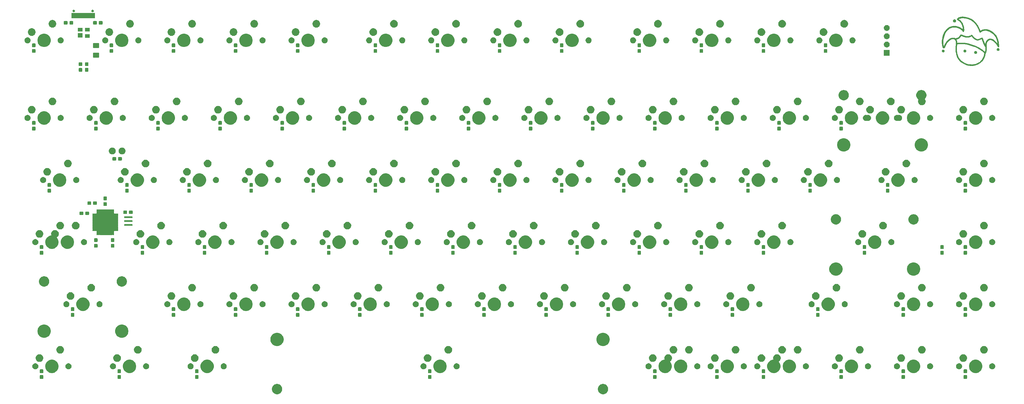
<source format=gbr>
G04 #@! TF.GenerationSoftware,KiCad,Pcbnew,(5.1.4)-1*
G04 #@! TF.CreationDate,2021-01-05T22:26:20-08:00*
G04 #@! TF.ProjectId,Seck_C_75,5365636b-5f43-45f3-9735-2e6b69636164,rev?*
G04 #@! TF.SameCoordinates,Original*
G04 #@! TF.FileFunction,Soldermask,Bot*
G04 #@! TF.FilePolarity,Negative*
%FSLAX46Y46*%
G04 Gerber Fmt 4.6, Leading zero omitted, Abs format (unit mm)*
G04 Created by KiCad (PCBNEW (5.1.4)-1) date 2021-01-05 22:26:20*
%MOMM*%
%LPD*%
G04 APERTURE LIST*
%ADD10C,0.100000*%
G04 APERTURE END LIST*
D10*
G36*
X303020582Y-12582499D02*
G01*
X302905372Y-12588261D01*
X302879173Y-12590379D01*
X302721298Y-12607793D01*
X302563159Y-12631611D01*
X302408515Y-12660877D01*
X302261127Y-12694638D01*
X302124753Y-12731937D01*
X302003153Y-12771820D01*
X301900087Y-12813332D01*
X301819314Y-12855516D01*
X301808566Y-12862360D01*
X301697211Y-12948637D01*
X301603041Y-13048387D01*
X301528041Y-13158294D01*
X301474197Y-13275042D01*
X301443493Y-13395314D01*
X301436831Y-13483486D01*
X301437665Y-13504153D01*
X301442643Y-13520283D01*
X301455721Y-13535237D01*
X301480857Y-13552373D01*
X301522010Y-13575053D01*
X301579944Y-13605000D01*
X301737816Y-13692578D01*
X301895455Y-13792453D01*
X302049179Y-13901588D01*
X302195305Y-14016950D01*
X302330150Y-14135501D01*
X302450030Y-14254209D01*
X302551264Y-14370037D01*
X302617144Y-14459782D01*
X302685474Y-14571724D01*
X302756802Y-14704960D01*
X302828973Y-14854619D01*
X302899835Y-15015830D01*
X302967232Y-15183724D01*
X303029013Y-15353430D01*
X303076386Y-15498333D01*
X303112842Y-15622077D01*
X303146162Y-15745790D01*
X303175874Y-15866774D01*
X303201504Y-15982329D01*
X303222581Y-16089759D01*
X303238634Y-16186363D01*
X303249190Y-16269443D01*
X303253776Y-16336301D01*
X303251922Y-16384237D01*
X303243155Y-16410555D01*
X303236667Y-16414658D01*
X303220025Y-16407834D01*
X303187205Y-16386412D01*
X303142178Y-16353263D01*
X303088918Y-16311255D01*
X303056667Y-16284671D01*
X302816126Y-16100534D01*
X302559848Y-15937076D01*
X302289654Y-15794905D01*
X302007365Y-15674629D01*
X301714803Y-15576857D01*
X301413788Y-15502197D01*
X301106141Y-15451256D01*
X300793683Y-15424644D01*
X300478236Y-15422967D01*
X300476667Y-15423022D01*
X300176086Y-15445350D01*
X299888257Y-15490948D01*
X299612445Y-15560137D01*
X299347913Y-15653234D01*
X299093925Y-15770561D01*
X298849745Y-15912436D01*
X298614637Y-16079178D01*
X298387865Y-16271108D01*
X298275647Y-16378333D01*
X298093595Y-16568513D01*
X297930239Y-16759815D01*
X297782558Y-16956756D01*
X297647529Y-17163854D01*
X297522133Y-17385627D01*
X297403348Y-17626592D01*
X297329036Y-17793817D01*
X297226019Y-18055180D01*
X297131149Y-18337331D01*
X297045593Y-18635320D01*
X296970519Y-18944197D01*
X296907094Y-19259012D01*
X296856485Y-19574816D01*
X296819861Y-19886659D01*
X296810795Y-19990998D01*
X296799241Y-20192420D01*
X296795259Y-20401736D01*
X296798480Y-20615418D01*
X296808530Y-20829943D01*
X296825041Y-21041784D01*
X296847639Y-21247416D01*
X296875954Y-21443313D01*
X296909615Y-21625950D01*
X296948251Y-21791801D01*
X296991489Y-21937341D01*
X297025193Y-22027403D01*
X297077362Y-22127092D01*
X297141386Y-22207029D01*
X297214876Y-22266017D01*
X297295444Y-22302859D01*
X297380702Y-22316358D01*
X297468260Y-22305317D01*
X297531788Y-22281304D01*
X297588701Y-22250349D01*
X297638658Y-22215271D01*
X297683790Y-22173060D01*
X297726232Y-22120712D01*
X297768117Y-22055218D01*
X297811577Y-21973572D01*
X297858745Y-21872766D01*
X297911756Y-21749794D01*
X297915974Y-21739719D01*
X297989514Y-21570497D01*
X298069944Y-21397377D01*
X298154446Y-21225870D01*
X298240201Y-21061487D01*
X298324390Y-20909738D01*
X298404194Y-20776135D01*
X298428180Y-20738370D01*
X298562168Y-20547234D01*
X298710083Y-20365753D01*
X298869448Y-20195877D01*
X299037788Y-20039555D01*
X299212629Y-19898739D01*
X299391496Y-19775379D01*
X299571912Y-19671423D01*
X299751403Y-19588824D01*
X299927494Y-19529531D01*
X299978706Y-19516713D01*
X300067689Y-19501557D01*
X300168833Y-19492926D01*
X300274430Y-19490756D01*
X300376770Y-19494986D01*
X300468143Y-19505553D01*
X300537221Y-19521231D01*
X300663451Y-19573978D01*
X300773446Y-19647780D01*
X300867256Y-19742697D01*
X300944931Y-19858788D01*
X301006521Y-19996112D01*
X301042495Y-20114285D01*
X301062025Y-20196812D01*
X301077536Y-20275761D01*
X301089447Y-20355756D01*
X301098173Y-20441417D01*
X301104133Y-20537366D01*
X301107744Y-20648225D01*
X301109422Y-20778615D01*
X301109672Y-20858333D01*
X301109653Y-20967581D01*
X301109209Y-21054935D01*
X301107987Y-21125168D01*
X301105638Y-21183052D01*
X301101810Y-21233359D01*
X301096151Y-21280862D01*
X301088311Y-21330333D01*
X301077939Y-21386545D01*
X301066513Y-21445000D01*
X301046883Y-21545992D01*
X301031147Y-21631908D01*
X301018800Y-21707924D01*
X301009336Y-21779216D01*
X301002248Y-21850964D01*
X300997031Y-21928343D01*
X300993180Y-22016532D01*
X300990187Y-22120707D01*
X300987546Y-22246046D01*
X300987381Y-22254739D01*
X300986228Y-22541683D01*
X300994611Y-22810547D01*
X301013314Y-23068440D01*
X301043122Y-23322471D01*
X301084817Y-23579750D01*
X301139183Y-23847385D01*
X301184322Y-24041103D01*
X301265447Y-24349926D01*
X301352952Y-24634884D01*
X301448107Y-24898282D01*
X301552183Y-25142429D01*
X301666450Y-25369631D01*
X301792177Y-25582195D01*
X301930636Y-25782428D01*
X302083095Y-25972637D01*
X302250826Y-26155128D01*
X302435098Y-26332208D01*
X302456309Y-26351345D01*
X302730210Y-26580683D01*
X303018558Y-26790953D01*
X303319359Y-26981272D01*
X303630623Y-27150758D01*
X303950358Y-27298529D01*
X304276572Y-27423703D01*
X304607273Y-27525399D01*
X304940470Y-27602734D01*
X305274171Y-27654826D01*
X305435999Y-27670769D01*
X305507006Y-27674986D01*
X305598486Y-27678295D01*
X305704261Y-27680656D01*
X305818152Y-27682030D01*
X305933980Y-27682378D01*
X306045565Y-27681662D01*
X306146730Y-27679841D01*
X306231295Y-27676878D01*
X306250000Y-27675905D01*
X306420905Y-27660767D01*
X306608719Y-27634491D01*
X306806826Y-27598499D01*
X307008613Y-27554213D01*
X307207466Y-27503055D01*
X307396768Y-27446447D01*
X307530000Y-27400721D01*
X307840717Y-27273332D01*
X308136022Y-27124354D01*
X308415316Y-26954376D01*
X308677996Y-26763986D01*
X308923461Y-26553771D01*
X309151110Y-26324321D01*
X309360342Y-26076222D01*
X309550556Y-25810064D01*
X309721150Y-25526433D01*
X309871524Y-25225918D01*
X309955416Y-25028666D01*
X310010962Y-24880232D01*
X310064591Y-24720303D01*
X310114421Y-24555548D01*
X310158572Y-24392634D01*
X310195164Y-24238228D01*
X310222316Y-24098999D01*
X310228407Y-24060730D01*
X310238449Y-23999851D01*
X310250041Y-23946535D01*
X310265240Y-23894746D01*
X310286101Y-23838447D01*
X310314679Y-23771603D01*
X310325740Y-23747541D01*
X309853809Y-23747541D01*
X309824118Y-23919604D01*
X309771463Y-24187254D01*
X309708330Y-24436497D01*
X309632445Y-24674296D01*
X309541535Y-24907618D01*
X309433323Y-25143427D01*
X309407618Y-25195044D01*
X309326669Y-25345214D01*
X309232905Y-25501799D01*
X309131511Y-25656876D01*
X309027672Y-25802522D01*
X308926570Y-25930816D01*
X308924645Y-25933110D01*
X308749480Y-26124122D01*
X308552980Y-26306854D01*
X308340120Y-26477388D01*
X308115872Y-26631809D01*
X307885211Y-26766200D01*
X307831511Y-26793998D01*
X307610041Y-26896844D01*
X307375255Y-26989142D01*
X307132831Y-27069273D01*
X306888449Y-27135621D01*
X306647788Y-27186567D01*
X306416527Y-27220493D01*
X306296667Y-27231227D01*
X306218742Y-27234803D01*
X306119638Y-27236777D01*
X306004790Y-27237227D01*
X305879631Y-27236234D01*
X305749597Y-27233878D01*
X305620121Y-27230238D01*
X305496639Y-27225394D01*
X305384585Y-27219426D01*
X305352744Y-27217342D01*
X305155376Y-27195311D01*
X304942950Y-27156050D01*
X304719616Y-27100830D01*
X304489525Y-27030920D01*
X304256825Y-26947590D01*
X304025666Y-26852108D01*
X303800199Y-26745745D01*
X303783334Y-26737212D01*
X303523974Y-26594739D01*
X303273974Y-26436445D01*
X303035928Y-26264548D01*
X302812427Y-26081269D01*
X302606066Y-25888823D01*
X302419436Y-25689431D01*
X302255131Y-25485311D01*
X302159236Y-25347635D01*
X302055061Y-25172090D01*
X301955714Y-24973074D01*
X301862044Y-24753484D01*
X301774900Y-24516218D01*
X301695128Y-24264174D01*
X301623579Y-24000247D01*
X301561100Y-23727337D01*
X301508540Y-23448340D01*
X301466748Y-23166153D01*
X301436571Y-22883674D01*
X301436116Y-22878333D01*
X301429681Y-22781429D01*
X301425058Y-22667870D01*
X301422218Y-22542974D01*
X301421129Y-22412059D01*
X301421762Y-22280442D01*
X301424086Y-22153441D01*
X301428070Y-22036373D01*
X301433685Y-21934557D01*
X301440900Y-21853310D01*
X301442020Y-21844011D01*
X301449344Y-21788714D01*
X301459183Y-21718946D01*
X301470918Y-21638663D01*
X301483932Y-21551822D01*
X301497606Y-21462383D01*
X301511322Y-21374303D01*
X301524463Y-21291540D01*
X301536408Y-21218052D01*
X301546542Y-21157796D01*
X301554244Y-21114731D01*
X301558898Y-21092814D01*
X301559648Y-21090908D01*
X301576469Y-21084927D01*
X301614788Y-21076380D01*
X301669654Y-21066102D01*
X301736117Y-21054922D01*
X301809224Y-21043675D01*
X301884025Y-21033191D01*
X301955568Y-21024303D01*
X301956667Y-21024178D01*
X302055201Y-21015077D01*
X302174945Y-21007489D01*
X302310479Y-21001507D01*
X302456386Y-20997226D01*
X302607245Y-20994740D01*
X302757638Y-20994142D01*
X302902146Y-20995528D01*
X303035350Y-20998990D01*
X303136667Y-21003697D01*
X303680863Y-21048654D01*
X304217749Y-21119049D01*
X304746973Y-21214804D01*
X305268182Y-21335842D01*
X305781026Y-21482086D01*
X306285151Y-21653459D01*
X306523135Y-21744306D01*
X306721564Y-21823913D01*
X306905942Y-21900465D01*
X307079958Y-21975802D01*
X307247298Y-22051762D01*
X307411650Y-22130186D01*
X307576701Y-22212912D01*
X307746139Y-22301780D01*
X307923650Y-22398628D01*
X308112923Y-22505296D01*
X308317644Y-22623623D01*
X308494231Y-22727447D01*
X308681489Y-22842689D01*
X308874956Y-22970053D01*
X309069508Y-23105766D01*
X309260018Y-23246054D01*
X309441362Y-23387143D01*
X309608412Y-23525260D01*
X309755238Y-23655880D01*
X309853809Y-23747541D01*
X310325740Y-23747541D01*
X310353030Y-23688178D01*
X310361192Y-23670804D01*
X310456264Y-23440375D01*
X310526247Y-23205160D01*
X310572284Y-22961047D01*
X310583063Y-22871666D01*
X310589208Y-22790133D01*
X310593328Y-22687097D01*
X310595456Y-22567643D01*
X310595624Y-22436854D01*
X310594155Y-22322386D01*
X310151854Y-22322386D01*
X310151554Y-22483779D01*
X310145222Y-22647038D01*
X310133295Y-22807326D01*
X310116206Y-22959807D01*
X310094392Y-23099646D01*
X310068288Y-23222007D01*
X310042966Y-23308908D01*
X310035417Y-23318119D01*
X310020611Y-23316062D01*
X309995669Y-23300950D01*
X309957715Y-23270997D01*
X309903871Y-23224414D01*
X309896667Y-23218032D01*
X309780448Y-23116161D01*
X309676749Y-23028240D01*
X309579380Y-22949223D01*
X309482148Y-22874062D01*
X309399632Y-22812828D01*
X309186853Y-22662994D01*
X308952817Y-22508326D01*
X308701913Y-22351293D01*
X308438532Y-22194364D01*
X308167062Y-22040007D01*
X307891894Y-21890692D01*
X307617418Y-21748887D01*
X307348023Y-21617060D01*
X307088099Y-21497681D01*
X306969427Y-21446138D01*
X306458837Y-21243263D01*
X305940071Y-21065687D01*
X305413938Y-20913603D01*
X304881250Y-20787202D01*
X304342820Y-20686679D01*
X303799457Y-20612225D01*
X303255925Y-20564285D01*
X303074578Y-20555633D01*
X302875728Y-20551408D01*
X302665475Y-20551430D01*
X302449916Y-20555514D01*
X302235148Y-20563478D01*
X302027269Y-20575140D01*
X301832379Y-20590317D01*
X301656573Y-20608827D01*
X301622108Y-20613192D01*
X301560883Y-20621209D01*
X301552872Y-20461885D01*
X301534608Y-20278802D01*
X301498315Y-20083326D01*
X301445359Y-19881363D01*
X301377106Y-19678822D01*
X301363801Y-19644041D01*
X301361698Y-19632839D01*
X301367249Y-19622542D01*
X301383932Y-19611372D01*
X301415225Y-19597552D01*
X301464607Y-19579306D01*
X301535556Y-19554855D01*
X301543859Y-19552038D01*
X301633299Y-19518805D01*
X301729923Y-19477942D01*
X301827429Y-19432538D01*
X301919510Y-19385684D01*
X301999862Y-19340469D01*
X302062181Y-19299982D01*
X302070000Y-19294193D01*
X302180193Y-19202789D01*
X302294459Y-19093863D01*
X302406996Y-18973843D01*
X302512003Y-18849163D01*
X302603679Y-18726252D01*
X302658654Y-18641666D01*
X302692445Y-18587244D01*
X302722230Y-18542317D01*
X302744972Y-18511258D01*
X302757631Y-18498443D01*
X302758215Y-18498333D01*
X302773633Y-18502970D01*
X302810601Y-18516063D01*
X302865823Y-18536384D01*
X302936002Y-18562706D01*
X303017843Y-18593800D01*
X303108047Y-18628441D01*
X303120697Y-18633326D01*
X303324118Y-18710577D01*
X303506596Y-18776723D01*
X303671092Y-18832486D01*
X303820565Y-18878586D01*
X303957975Y-18915744D01*
X304086280Y-18944681D01*
X304208442Y-18966118D01*
X304327419Y-18980775D01*
X304446170Y-18989372D01*
X304567656Y-18992632D01*
X304596403Y-18992702D01*
X304845289Y-18980133D01*
X305093772Y-18943020D01*
X305343621Y-18880957D01*
X305596604Y-18793543D01*
X305748545Y-18729692D01*
X305808101Y-18703082D01*
X305862810Y-18678684D01*
X305905535Y-18659677D01*
X305925083Y-18651022D01*
X305966832Y-18632632D01*
X306097676Y-18808816D01*
X306257125Y-19006548D01*
X306430248Y-19189769D01*
X306614494Y-19356563D01*
X306807314Y-19505013D01*
X307006157Y-19633202D01*
X307208471Y-19739215D01*
X307411706Y-19821134D01*
X307470000Y-19839973D01*
X307519780Y-19854389D01*
X307563262Y-19864504D01*
X307607222Y-19871095D01*
X307658432Y-19874939D01*
X307723667Y-19876814D01*
X307796667Y-19877446D01*
X307882479Y-19877229D01*
X307948460Y-19875313D01*
X308001424Y-19871059D01*
X308048187Y-19863829D01*
X308095563Y-19852985D01*
X308116019Y-19847545D01*
X308212811Y-19818900D01*
X308312417Y-19784714D01*
X308419315Y-19743200D01*
X308537984Y-19692573D01*
X308672904Y-19631047D01*
X308747366Y-19595874D01*
X308825615Y-19559201D01*
X308896641Y-19527117D01*
X308956647Y-19501241D01*
X309001834Y-19483191D01*
X309028406Y-19474585D01*
X309033008Y-19474156D01*
X309040048Y-19477750D01*
X309048182Y-19487375D01*
X309058278Y-19505232D01*
X309071206Y-19533518D01*
X309087833Y-19574435D01*
X309109029Y-19630181D01*
X309135662Y-19702956D01*
X309168601Y-19794959D01*
X309208715Y-19908389D01*
X309242681Y-20005000D01*
X309326016Y-20235661D01*
X309412249Y-20461572D01*
X309500205Y-20680124D01*
X309588715Y-20888713D01*
X309676606Y-21084731D01*
X309762707Y-21265572D01*
X309845845Y-21428631D01*
X309924850Y-21571301D01*
X309998550Y-21690975D01*
X310005015Y-21700727D01*
X310042759Y-21758887D01*
X310076022Y-21813124D01*
X310101292Y-21857513D01*
X310115057Y-21886129D01*
X310115323Y-21886875D01*
X310121155Y-21914339D01*
X310127785Y-21963105D01*
X310134635Y-22027845D01*
X310141130Y-22103228D01*
X310145688Y-22167695D01*
X310151854Y-22322386D01*
X310594155Y-22322386D01*
X310593865Y-22299816D01*
X310590211Y-22161613D01*
X310584695Y-22027329D01*
X310577349Y-21902048D01*
X310576813Y-21894396D01*
X310563384Y-21690702D01*
X310553939Y-21510666D01*
X310548770Y-21351535D01*
X310548171Y-21210556D01*
X310552434Y-21084976D01*
X310561852Y-20972044D01*
X310576719Y-20869006D01*
X310597327Y-20773109D01*
X310623969Y-20681602D01*
X310656939Y-20591731D01*
X310696529Y-20500743D01*
X310733169Y-20425290D01*
X310821283Y-20275853D01*
X310927633Y-20138608D01*
X311048613Y-20017268D01*
X311180617Y-19915549D01*
X311290568Y-19851380D01*
X311408552Y-19799095D01*
X311520128Y-19765926D01*
X311634751Y-19749552D01*
X311716667Y-19746819D01*
X311785484Y-19747934D01*
X311838060Y-19752086D01*
X311884792Y-19761038D01*
X311936076Y-19776555D01*
X311976619Y-19790940D01*
X312189513Y-19880684D01*
X312398520Y-19993298D01*
X312604950Y-20129665D01*
X312810112Y-20290672D01*
X313015316Y-20477201D01*
X313063681Y-20524829D01*
X313223497Y-20693032D01*
X313372458Y-20868243D01*
X313513772Y-21054811D01*
X313650644Y-21257085D01*
X313786283Y-21479415D01*
X313850243Y-21591582D01*
X313910480Y-21698193D01*
X313960541Y-21783441D01*
X314002477Y-21849661D01*
X314038340Y-21899188D01*
X314070182Y-21934358D01*
X314100056Y-21957505D01*
X314130012Y-21970965D01*
X314162102Y-21977072D01*
X314190000Y-21978233D01*
X314245660Y-21971159D01*
X314292687Y-21949267D01*
X314331190Y-21911552D01*
X314361277Y-21857009D01*
X314383057Y-21784633D01*
X314396639Y-21693418D01*
X314402132Y-21582359D01*
X314399643Y-21450451D01*
X314389282Y-21296690D01*
X314371158Y-21120069D01*
X314345379Y-20919585D01*
X314321903Y-20758333D01*
X314321685Y-20757002D01*
X313876504Y-20757002D01*
X313874110Y-20777058D01*
X313872124Y-20778333D01*
X313861379Y-20768434D01*
X313837243Y-20741138D01*
X313802763Y-20700043D01*
X313760985Y-20648749D01*
X313736597Y-20618245D01*
X313562503Y-20409484D01*
X313388013Y-20222104D01*
X313207922Y-20051258D01*
X313017022Y-19892099D01*
X312810108Y-19739778D01*
X312746045Y-19695977D01*
X312594295Y-19599867D01*
X312440046Y-19513513D01*
X312288405Y-19439410D01*
X312144480Y-19380054D01*
X312013377Y-19337940D01*
X312013347Y-19337933D01*
X311842965Y-19306221D01*
X311669414Y-19299754D01*
X311494872Y-19317649D01*
X311321518Y-19359025D01*
X311151529Y-19423001D01*
X310987082Y-19508695D01*
X310830355Y-19615226D01*
X310683527Y-19741713D01*
X310548775Y-19887273D01*
X310498410Y-19951082D01*
X310388432Y-20115059D01*
X310295206Y-20293480D01*
X310217637Y-20488900D01*
X310154630Y-20703877D01*
X310129891Y-20811666D01*
X310093258Y-20985000D01*
X310046873Y-20885000D01*
X310003278Y-20787197D01*
X309952955Y-20667697D01*
X309897318Y-20530198D01*
X309837777Y-20378396D01*
X309775744Y-20215991D01*
X309712632Y-20046678D01*
X309649850Y-19874157D01*
X309588812Y-19702123D01*
X309530928Y-19534275D01*
X309528748Y-19527846D01*
X309498567Y-19439593D01*
X309470134Y-19357940D01*
X309444881Y-19286880D01*
X309424240Y-19230412D01*
X309409643Y-19192530D01*
X309403909Y-19179444D01*
X309350726Y-19100986D01*
X309284565Y-19044755D01*
X309207126Y-19011867D01*
X309134927Y-19003095D01*
X309083752Y-19006756D01*
X309025442Y-19018498D01*
X308956571Y-19039455D01*
X308873717Y-19070762D01*
X308773454Y-19113554D01*
X308696667Y-19148370D01*
X308614476Y-19186272D01*
X308524378Y-19227804D01*
X308436675Y-19268218D01*
X308361670Y-19302764D01*
X308354168Y-19306218D01*
X308252870Y-19352102D01*
X308170169Y-19387265D01*
X308100906Y-19413099D01*
X308039920Y-19430995D01*
X307982052Y-19442345D01*
X307922142Y-19448542D01*
X307855030Y-19450977D01*
X307816667Y-19451219D01*
X307719191Y-19448968D01*
X307636429Y-19440909D01*
X307560573Y-19425066D01*
X307483813Y-19399467D01*
X307398340Y-19362137D01*
X307329150Y-19327971D01*
X307177464Y-19244156D01*
X307035686Y-19151435D01*
X306900719Y-19047021D01*
X306769463Y-18928132D01*
X306638821Y-18791982D01*
X306505694Y-18635787D01*
X306381853Y-18476649D01*
X306328613Y-18406180D01*
X306278428Y-18340599D01*
X306234313Y-18283784D01*
X306199285Y-18239611D01*
X306176361Y-18211955D01*
X306172748Y-18207941D01*
X306114774Y-18163834D01*
X306046539Y-18143724D01*
X305969288Y-18147549D01*
X305884266Y-18175249D01*
X305793239Y-18226413D01*
X305681144Y-18292933D01*
X305548091Y-18357313D01*
X305399792Y-18417342D01*
X305241956Y-18470811D01*
X305080294Y-18515512D01*
X304996952Y-18534487D01*
X304919426Y-18549633D01*
X304850902Y-18559898D01*
X304782114Y-18566169D01*
X304703797Y-18569332D01*
X304623334Y-18570239D01*
X304515565Y-18568341D01*
X304410061Y-18561441D01*
X304303946Y-18548810D01*
X304194344Y-18529716D01*
X304078380Y-18503432D01*
X303953175Y-18469226D01*
X303815856Y-18426369D01*
X303663544Y-18374132D01*
X303493365Y-18311784D01*
X303302441Y-18238596D01*
X303276844Y-18228598D01*
X303141965Y-18176400D01*
X303028810Y-18134110D01*
X302934640Y-18101030D01*
X302856713Y-18076462D01*
X302792289Y-18059705D01*
X302738627Y-18050062D01*
X302692986Y-18046834D01*
X302652625Y-18049321D01*
X302614803Y-18056825D01*
X302609129Y-18058354D01*
X302568470Y-18074928D01*
X302526737Y-18103537D01*
X302481688Y-18146568D01*
X302431082Y-18206412D01*
X302372676Y-18285456D01*
X302310678Y-18376360D01*
X302200107Y-18534580D01*
X302092517Y-18669823D01*
X301984080Y-18784892D01*
X301870965Y-18882593D01*
X301749346Y-18965731D01*
X301615392Y-19037109D01*
X301465277Y-19099533D01*
X301295170Y-19155808D01*
X301215490Y-19178658D01*
X301023053Y-19231768D01*
X300893193Y-19166609D01*
X300761703Y-19106923D01*
X300636188Y-19064245D01*
X300509922Y-19037337D01*
X300376177Y-19024965D01*
X300228226Y-19025892D01*
X300152590Y-19030515D01*
X299974745Y-19049284D01*
X299813799Y-19078587D01*
X299661299Y-19120684D01*
X299508793Y-19177836D01*
X299376667Y-19238076D01*
X299215981Y-19324336D01*
X299049908Y-19428042D01*
X298884313Y-19544743D01*
X298725059Y-19669991D01*
X298578013Y-19799336D01*
X298449037Y-19928330D01*
X298410663Y-19970951D01*
X298220465Y-20205629D01*
X298038705Y-20464092D01*
X297866496Y-20744486D01*
X297704948Y-21044956D01*
X297555173Y-21363649D01*
X297503301Y-21485000D01*
X297477325Y-21547028D01*
X297454776Y-21600229D01*
X297437739Y-21639727D01*
X297428301Y-21660645D01*
X297427392Y-21662370D01*
X297412485Y-21670206D01*
X297395454Y-21656666D01*
X297381482Y-21626019D01*
X297380962Y-21624131D01*
X297370467Y-21575830D01*
X297358685Y-21506300D01*
X297346294Y-21420908D01*
X297333970Y-21325019D01*
X297322391Y-21223999D01*
X297312234Y-21123215D01*
X297304175Y-21028031D01*
X297302137Y-20999439D01*
X297297313Y-20905949D01*
X297294040Y-20795176D01*
X297292249Y-20671536D01*
X297291867Y-20539442D01*
X297292823Y-20403310D01*
X297295046Y-20267555D01*
X297298465Y-20136593D01*
X297303008Y-20014838D01*
X297308604Y-19906705D01*
X297315182Y-19816610D01*
X297322287Y-19751666D01*
X297373300Y-19429620D01*
X297434589Y-19116561D01*
X297505377Y-18815257D01*
X297584883Y-18528480D01*
X297672330Y-18258997D01*
X297766938Y-18009580D01*
X297867928Y-17782998D01*
X297886650Y-17745000D01*
X298037312Y-17468236D01*
X298201227Y-17214011D01*
X298379365Y-16981193D01*
X298572693Y-16768655D01*
X298782178Y-16575265D01*
X299008788Y-16399895D01*
X299082230Y-16349305D01*
X299306529Y-16214705D01*
X299545576Y-16101096D01*
X299795987Y-16009914D01*
X300025673Y-15948788D01*
X300067309Y-15939974D01*
X300105983Y-15933041D01*
X300145616Y-15927769D01*
X300190127Y-15923938D01*
X300243438Y-15921330D01*
X300309467Y-15919723D01*
X300392136Y-15918899D01*
X300495363Y-15918638D01*
X300563334Y-15918655D01*
X300696160Y-15919428D01*
X300817003Y-15921453D01*
X300922478Y-15924618D01*
X301009205Y-15928814D01*
X301073799Y-15933930D01*
X301090000Y-15935843D01*
X301302634Y-15972190D01*
X301519268Y-16024348D01*
X301735458Y-16090540D01*
X301946762Y-16168992D01*
X302148738Y-16257926D01*
X302336943Y-16355568D01*
X302506935Y-16460141D01*
X302633269Y-16552734D01*
X302731930Y-16634139D01*
X302830457Y-16719654D01*
X302924951Y-16805604D01*
X303011513Y-16888316D01*
X303086241Y-16964116D01*
X303145238Y-17029330D01*
X303165683Y-17054331D01*
X303235955Y-17137638D01*
X303301411Y-17202237D01*
X303360156Y-17246568D01*
X303410293Y-17269072D01*
X303430191Y-17271666D01*
X303462225Y-17266418D01*
X303492551Y-17247398D01*
X303523313Y-17216600D01*
X303584170Y-17130588D01*
X303631856Y-17022804D01*
X303666394Y-16894647D01*
X303687804Y-16747522D01*
X303696109Y-16582828D01*
X303691329Y-16401970D01*
X303673487Y-16206347D01*
X303642602Y-15997363D01*
X303598698Y-15776420D01*
X303541794Y-15544918D01*
X303495320Y-15380957D01*
X303446455Y-15225834D01*
X303394158Y-15078131D01*
X303335585Y-14930745D01*
X303267894Y-14776574D01*
X303188241Y-14608514D01*
X303176724Y-14585000D01*
X303106258Y-14445384D01*
X303041474Y-14326140D01*
X302979110Y-14222520D01*
X302915904Y-14129772D01*
X302848593Y-14043149D01*
X302773917Y-13957899D01*
X302688613Y-13869273D01*
X302677629Y-13858307D01*
X302567841Y-13752499D01*
X302467920Y-13664157D01*
X302372310Y-13588995D01*
X302275455Y-13522723D01*
X302171799Y-13461056D01*
X302140779Y-13444019D01*
X302086818Y-13413307D01*
X302042812Y-13385338D01*
X302013434Y-13363284D01*
X302003334Y-13350685D01*
X302015449Y-13333662D01*
X302049088Y-13310971D01*
X302100189Y-13284463D01*
X302164688Y-13255987D01*
X302238525Y-13227392D01*
X302317638Y-13200529D01*
X302363334Y-13186758D01*
X302632892Y-13122973D01*
X302914388Y-13082479D01*
X303206918Y-13065199D01*
X303509575Y-13071055D01*
X303821454Y-13099968D01*
X304141649Y-13151863D01*
X304469254Y-13226659D01*
X304803365Y-13324280D01*
X305079181Y-13420418D01*
X305369948Y-13537499D01*
X305638706Y-13664059D01*
X305889181Y-13802581D01*
X306125097Y-13955549D01*
X306350178Y-14125446D01*
X306568148Y-14314755D01*
X306782733Y-14525960D01*
X306859622Y-14607561D01*
X306995628Y-14759319D01*
X307122836Y-14911615D01*
X307242717Y-15066940D01*
X307356742Y-15227788D01*
X307466382Y-15396652D01*
X307573109Y-15576023D01*
X307678394Y-15768396D01*
X307783708Y-15976262D01*
X307890522Y-16202114D01*
X308000307Y-16448445D01*
X308114534Y-16717749D01*
X308136840Y-16771666D01*
X308197237Y-16917998D01*
X308248559Y-17041656D01*
X308291793Y-17144661D01*
X308327926Y-17229034D01*
X308357947Y-17296797D01*
X308382843Y-17349971D01*
X308403601Y-17390575D01*
X308421210Y-17420633D01*
X308436657Y-17442163D01*
X308450930Y-17457189D01*
X308465017Y-17467730D01*
X308479906Y-17475808D01*
X308481298Y-17476473D01*
X308532666Y-17494336D01*
X308582603Y-17496254D01*
X308635452Y-17480932D01*
X308695557Y-17447074D01*
X308767264Y-17393384D01*
X308771541Y-17389904D01*
X308826689Y-17347368D01*
X308896882Y-17296910D01*
X308976069Y-17242530D01*
X309058202Y-17188228D01*
X309137229Y-17138004D01*
X309207101Y-17095858D01*
X309261767Y-17065788D01*
X309261867Y-17065738D01*
X309423668Y-16997429D01*
X309603658Y-16945434D01*
X309798736Y-16910012D01*
X310005801Y-16891419D01*
X310221752Y-16889913D01*
X310443488Y-16905752D01*
X310667907Y-16939193D01*
X310703334Y-16946089D01*
X310948069Y-17007830D01*
X311196154Y-17094988D01*
X311446181Y-17206743D01*
X311696743Y-17342271D01*
X311946432Y-17500753D01*
X312193840Y-17681367D01*
X312437560Y-17883291D01*
X312655037Y-18084952D01*
X312839577Y-18272441D01*
X313001800Y-18453901D01*
X313143985Y-18633305D01*
X313268416Y-18814630D01*
X313377373Y-19001851D01*
X313473137Y-19198942D01*
X313557989Y-19409878D01*
X313634212Y-19638636D01*
X313704086Y-19889189D01*
X313714854Y-19931666D01*
X313742606Y-20045733D01*
X313769173Y-20161006D01*
X313794013Y-20274572D01*
X313816586Y-20383519D01*
X313836351Y-20484933D01*
X313852766Y-20575901D01*
X313865291Y-20653511D01*
X313873384Y-20714849D01*
X313876504Y-20757002D01*
X314321685Y-20757002D01*
X314265326Y-20414129D01*
X314203721Y-20095363D01*
X314136860Y-19801243D01*
X314064517Y-19530976D01*
X313986465Y-19283771D01*
X313902478Y-19058833D01*
X313812328Y-18855372D01*
X313734765Y-18706003D01*
X313593145Y-18475453D01*
X313427631Y-18246585D01*
X313240987Y-18021703D01*
X313035977Y-17803111D01*
X312815366Y-17593116D01*
X312581920Y-17394022D01*
X312338401Y-17208135D01*
X312087576Y-17037759D01*
X311832209Y-16885199D01*
X311575064Y-16752761D01*
X311318906Y-16642749D01*
X311214240Y-16604465D01*
X310965172Y-16528178D01*
X310717627Y-16473240D01*
X310464111Y-16438273D01*
X310223334Y-16422701D01*
X309967413Y-16423669D01*
X309726417Y-16444554D01*
X309497068Y-16485790D01*
X309276667Y-16547614D01*
X309163371Y-16590118D01*
X309045774Y-16642736D01*
X308932001Y-16701353D01*
X308830178Y-16761854D01*
X308766868Y-16805745D01*
X308723555Y-16836099D01*
X308687851Y-16856813D01*
X308665371Y-16864765D01*
X308661878Y-16864099D01*
X308651769Y-16852931D01*
X308637210Y-16828275D01*
X308617355Y-16788261D01*
X308591358Y-16731020D01*
X308558371Y-16654682D01*
X308517548Y-16557379D01*
X308468043Y-16437240D01*
X308463033Y-16425000D01*
X308332036Y-16116957D01*
X308200266Y-15832017D01*
X308065856Y-15566638D01*
X307926939Y-15317278D01*
X307781649Y-15080394D01*
X307653486Y-14888709D01*
X307470578Y-14640975D01*
X307271347Y-14399947D01*
X307059586Y-14169525D01*
X306839087Y-13953612D01*
X306613643Y-13756106D01*
X306387049Y-13580911D01*
X306370000Y-13568699D01*
X306112991Y-13399630D01*
X305834869Y-13242784D01*
X305538802Y-13099354D01*
X305227954Y-12970532D01*
X304905493Y-12857512D01*
X304574585Y-12761486D01*
X304238395Y-12683646D01*
X303900091Y-12625186D01*
X303845158Y-12617602D01*
X303726085Y-12604421D01*
X303590543Y-12593915D01*
X303445376Y-12586277D01*
X303297430Y-12581700D01*
X303153550Y-12580376D01*
X303020582Y-12582499D01*
G37*
G36*
X313956725Y-22227565D02*
G01*
X313862232Y-22266655D01*
X313778986Y-22325992D01*
X313711203Y-22403499D01*
X313680524Y-22456181D01*
X313661916Y-22497895D01*
X313650750Y-22535740D01*
X313645213Y-22579274D01*
X313643493Y-22638057D01*
X313643448Y-22651666D01*
X313644496Y-22714094D01*
X313648993Y-22759459D01*
X313658754Y-22797314D01*
X313675597Y-22837214D01*
X313680749Y-22847859D01*
X313737737Y-22934976D01*
X313813019Y-23003277D01*
X313904315Y-23050810D01*
X313926693Y-23058401D01*
X314012772Y-23077078D01*
X314103514Y-23083345D01*
X314188859Y-23077054D01*
X314245697Y-23063159D01*
X314293815Y-23037664D01*
X314348159Y-22995939D01*
X314401576Y-22944817D01*
X314446908Y-22891135D01*
X314476613Y-22842588D01*
X314490034Y-22805751D01*
X314498199Y-22762524D01*
X314502130Y-22705497D01*
X314502911Y-22651666D01*
X314498399Y-22556387D01*
X314482987Y-22480021D01*
X314454247Y-22416197D01*
X314409754Y-22358545D01*
X314380212Y-22329464D01*
X314324114Y-22282351D01*
X314272515Y-22251166D01*
X314214289Y-22230233D01*
X314162605Y-22218437D01*
X314058254Y-22210800D01*
X313956725Y-22227565D01*
G37*
G36*
X297123922Y-22674981D02*
G01*
X297047299Y-22702338D01*
X296966497Y-22755113D01*
X296895308Y-22826557D01*
X296840653Y-22909063D01*
X296822841Y-22948978D01*
X296800997Y-23043090D01*
X296803250Y-23139106D01*
X296827737Y-23232831D01*
X296872593Y-23320074D01*
X296935954Y-23396642D01*
X297015958Y-23458343D01*
X297059505Y-23481347D01*
X297132348Y-23506267D01*
X297210700Y-23519177D01*
X297285130Y-23519242D01*
X297344063Y-23506477D01*
X297439826Y-23462800D01*
X297513523Y-23412756D01*
X297569632Y-23352543D01*
X297612630Y-23278356D01*
X297612641Y-23278333D01*
X297633038Y-23213107D01*
X297643783Y-23133366D01*
X297644817Y-23048682D01*
X297636078Y-22968625D01*
X297617509Y-22902768D01*
X297615021Y-22897141D01*
X297564403Y-22817766D01*
X297493044Y-22749585D01*
X297411154Y-22699941D01*
X297320067Y-22670773D01*
X297221492Y-22662472D01*
X297123922Y-22674981D01*
G37*
G36*
X303768836Y-22687697D02*
G01*
X303707433Y-22702836D01*
X303628989Y-22743238D01*
X303558835Y-22805660D01*
X303500460Y-22885888D01*
X303457352Y-22979711D01*
X303445399Y-23019200D01*
X303434497Y-23111539D01*
X303446990Y-23205231D01*
X303480394Y-23295191D01*
X303532226Y-23376331D01*
X303600005Y-23443565D01*
X303674678Y-23488931D01*
X303723336Y-23503776D01*
X303789287Y-23514654D01*
X303863374Y-23520999D01*
X303936441Y-23522244D01*
X303999332Y-23517824D01*
X304032416Y-23511050D01*
X304081757Y-23486087D01*
X304135705Y-23442937D01*
X304188139Y-23387829D01*
X304232934Y-23326988D01*
X304257436Y-23282219D01*
X304278642Y-23230283D01*
X304290461Y-23183519D01*
X304295407Y-23129547D01*
X304296111Y-23091666D01*
X304294747Y-23030888D01*
X304288561Y-22985441D01*
X304275289Y-22944113D01*
X304259190Y-22908807D01*
X304207273Y-22828926D01*
X304138543Y-22761872D01*
X304059517Y-22713563D01*
X304032274Y-22702738D01*
X303951318Y-22684710D01*
X303859402Y-22679698D01*
X303768836Y-22687697D01*
G37*
G36*
X307085860Y-23122234D02*
G01*
X307014507Y-23133347D01*
X306955889Y-23154882D01*
X306903289Y-23189496D01*
X306849989Y-23239841D01*
X306838058Y-23252682D01*
X306776014Y-23333564D01*
X306737401Y-23417414D01*
X306719906Y-23510684D01*
X306718985Y-23585000D01*
X306731278Y-23683818D01*
X306760862Y-23767264D01*
X306810952Y-23842613D01*
X306852548Y-23887317D01*
X306931716Y-23946874D01*
X307025796Y-23988305D01*
X307128652Y-24009851D01*
X307234144Y-24009754D01*
X307264628Y-24005377D01*
X307313563Y-23993247D01*
X307359778Y-23976516D01*
X307370057Y-23971637D01*
X307425171Y-23934902D01*
X307483703Y-23882667D01*
X307537296Y-23823359D01*
X307577594Y-23765404D01*
X307581321Y-23758597D01*
X307597987Y-23724083D01*
X307608447Y-23691931D01*
X307614103Y-23654200D01*
X307616355Y-23602955D01*
X307616657Y-23558333D01*
X307613360Y-23473124D01*
X307601302Y-23405772D01*
X307577253Y-23348047D01*
X307537982Y-23291718D01*
X307491955Y-23240589D01*
X307440414Y-23190580D01*
X307394017Y-23156185D01*
X307345617Y-23134645D01*
X307288066Y-23123200D01*
X307214215Y-23119092D01*
X307176667Y-23118890D01*
X307085860Y-23122234D01*
G37*
G36*
X300597194Y-13390604D02*
G01*
X300546108Y-13399531D01*
X300496612Y-13417318D01*
X300486029Y-13422051D01*
X300389374Y-13480662D01*
X300308633Y-13559673D01*
X300246794Y-13656159D01*
X300246666Y-13656418D01*
X300224619Y-13704229D01*
X300211626Y-13743758D01*
X300205395Y-13785741D01*
X300203633Y-13840918D01*
X300203623Y-13858052D01*
X300212792Y-13963169D01*
X300241488Y-14054413D01*
X300292359Y-14138559D01*
X300331604Y-14185195D01*
X300387654Y-14239029D01*
X300444693Y-14277028D01*
X300509234Y-14301822D01*
X300587795Y-14316041D01*
X300670000Y-14321758D01*
X300735049Y-14323848D01*
X300780870Y-14323551D01*
X300814876Y-14319686D01*
X300844480Y-14311076D01*
X300877092Y-14296540D01*
X300899742Y-14285216D01*
X300988026Y-14226480D01*
X301058876Y-14150817D01*
X301111327Y-14062272D01*
X301144416Y-13964893D01*
X301157176Y-13862726D01*
X301148645Y-13759815D01*
X301117857Y-13660208D01*
X301069054Y-13574978D01*
X300998193Y-13496799D01*
X300914144Y-13440243D01*
X300815282Y-13404561D01*
X300699981Y-13389009D01*
X300662251Y-13388157D01*
X300597194Y-13390604D01*
G37*
G36*
X193334311Y-125326776D02*
G01*
X193453037Y-125375954D01*
X193620941Y-125445502D01*
X193620942Y-125445503D01*
X193878904Y-125617867D01*
X194098283Y-125837246D01*
X194213453Y-126009611D01*
X194270648Y-126095209D01*
X194389374Y-126381840D01*
X194449900Y-126686125D01*
X194449900Y-126996375D01*
X194389374Y-127300660D01*
X194270648Y-127587291D01*
X194270647Y-127587292D01*
X194098283Y-127845254D01*
X193878904Y-128064633D01*
X193706539Y-128179803D01*
X193620941Y-128236998D01*
X193453037Y-128306546D01*
X193334311Y-128355724D01*
X193030025Y-128416250D01*
X192719775Y-128416250D01*
X192415489Y-128355724D01*
X192296763Y-128306546D01*
X192128859Y-128236998D01*
X192043261Y-128179803D01*
X191870896Y-128064633D01*
X191651517Y-127845254D01*
X191479153Y-127587292D01*
X191479152Y-127587291D01*
X191360426Y-127300660D01*
X191299900Y-126996375D01*
X191299900Y-126686125D01*
X191360426Y-126381840D01*
X191479152Y-126095209D01*
X191536347Y-126009611D01*
X191651517Y-125837246D01*
X191870896Y-125617867D01*
X192128858Y-125445503D01*
X192128859Y-125445502D01*
X192296763Y-125375954D01*
X192415489Y-125326776D01*
X192719775Y-125266250D01*
X193030025Y-125266250D01*
X193334311Y-125326776D01*
X193334311Y-125326776D01*
G37*
G36*
X93334511Y-125326776D02*
G01*
X93453237Y-125375954D01*
X93621141Y-125445502D01*
X93621142Y-125445503D01*
X93879104Y-125617867D01*
X94098483Y-125837246D01*
X94213653Y-126009611D01*
X94270848Y-126095209D01*
X94389574Y-126381840D01*
X94450100Y-126686125D01*
X94450100Y-126996375D01*
X94389574Y-127300660D01*
X94270848Y-127587291D01*
X94270847Y-127587292D01*
X94098483Y-127845254D01*
X93879104Y-128064633D01*
X93706739Y-128179803D01*
X93621141Y-128236998D01*
X93453237Y-128306546D01*
X93334511Y-128355724D01*
X93030225Y-128416250D01*
X92719975Y-128416250D01*
X92415689Y-128355724D01*
X92296963Y-128306546D01*
X92129059Y-128236998D01*
X92043461Y-128179803D01*
X91871096Y-128064633D01*
X91651717Y-127845254D01*
X91479353Y-127587292D01*
X91479352Y-127587291D01*
X91360626Y-127300660D01*
X91300100Y-126996375D01*
X91300100Y-126686125D01*
X91360626Y-126381840D01*
X91479352Y-126095209D01*
X91536547Y-126009611D01*
X91651717Y-125837246D01*
X91871096Y-125617867D01*
X92129058Y-125445503D01*
X92129059Y-125445502D01*
X92296963Y-125375954D01*
X92415689Y-125326776D01*
X92719975Y-125266250D01*
X93030225Y-125266250D01*
X93334511Y-125326776D01*
X93334511Y-125326776D01*
G37*
G36*
X140064499Y-122540945D02*
G01*
X140101995Y-122552320D01*
X140136554Y-122570792D01*
X140166847Y-122595653D01*
X140191708Y-122625946D01*
X140210180Y-122660505D01*
X140221555Y-122698001D01*
X140226000Y-122743138D01*
X140226000Y-123481862D01*
X140221555Y-123526999D01*
X140210180Y-123564495D01*
X140191708Y-123599054D01*
X140166847Y-123629347D01*
X140136554Y-123654208D01*
X140101995Y-123672680D01*
X140064499Y-123684055D01*
X140019362Y-123688500D01*
X139380638Y-123688500D01*
X139335501Y-123684055D01*
X139298005Y-123672680D01*
X139263446Y-123654208D01*
X139233153Y-123629347D01*
X139208292Y-123599054D01*
X139189820Y-123564495D01*
X139178445Y-123526999D01*
X139174000Y-123481862D01*
X139174000Y-122743138D01*
X139178445Y-122698001D01*
X139189820Y-122660505D01*
X139208292Y-122625946D01*
X139233153Y-122595653D01*
X139263446Y-122570792D01*
X139298005Y-122552320D01*
X139335501Y-122540945D01*
X139380638Y-122536500D01*
X140019362Y-122536500D01*
X140064499Y-122540945D01*
X140064499Y-122540945D01*
G37*
G36*
X21001999Y-122540945D02*
G01*
X21039495Y-122552320D01*
X21074054Y-122570792D01*
X21104347Y-122595653D01*
X21129208Y-122625946D01*
X21147680Y-122660505D01*
X21159055Y-122698001D01*
X21163500Y-122743138D01*
X21163500Y-123481862D01*
X21159055Y-123526999D01*
X21147680Y-123564495D01*
X21129208Y-123599054D01*
X21104347Y-123629347D01*
X21074054Y-123654208D01*
X21039495Y-123672680D01*
X21001999Y-123684055D01*
X20956862Y-123688500D01*
X20318138Y-123688500D01*
X20273001Y-123684055D01*
X20235505Y-123672680D01*
X20200946Y-123654208D01*
X20170653Y-123629347D01*
X20145792Y-123599054D01*
X20127320Y-123564495D01*
X20115945Y-123526999D01*
X20111500Y-123481862D01*
X20111500Y-122743138D01*
X20115945Y-122698001D01*
X20127320Y-122660505D01*
X20145792Y-122625946D01*
X20170653Y-122595653D01*
X20200946Y-122570792D01*
X20235505Y-122552320D01*
X20273001Y-122540945D01*
X20318138Y-122536500D01*
X20956862Y-122536500D01*
X21001999Y-122540945D01*
X21001999Y-122540945D01*
G37*
G36*
X44814499Y-122540945D02*
G01*
X44851995Y-122552320D01*
X44886554Y-122570792D01*
X44916847Y-122595653D01*
X44941708Y-122625946D01*
X44960180Y-122660505D01*
X44971555Y-122698001D01*
X44976000Y-122743138D01*
X44976000Y-123481862D01*
X44971555Y-123526999D01*
X44960180Y-123564495D01*
X44941708Y-123599054D01*
X44916847Y-123629347D01*
X44886554Y-123654208D01*
X44851995Y-123672680D01*
X44814499Y-123684055D01*
X44769362Y-123688500D01*
X44130638Y-123688500D01*
X44085501Y-123684055D01*
X44048005Y-123672680D01*
X44013446Y-123654208D01*
X43983153Y-123629347D01*
X43958292Y-123599054D01*
X43939820Y-123564495D01*
X43928445Y-123526999D01*
X43924000Y-123481862D01*
X43924000Y-122743138D01*
X43928445Y-122698001D01*
X43939820Y-122660505D01*
X43958292Y-122625946D01*
X43983153Y-122595653D01*
X44013446Y-122570792D01*
X44048005Y-122552320D01*
X44085501Y-122540945D01*
X44130638Y-122536500D01*
X44769362Y-122536500D01*
X44814499Y-122540945D01*
X44814499Y-122540945D01*
G37*
G36*
X68626999Y-122540945D02*
G01*
X68664495Y-122552320D01*
X68699054Y-122570792D01*
X68729347Y-122595653D01*
X68754208Y-122625946D01*
X68772680Y-122660505D01*
X68784055Y-122698001D01*
X68788500Y-122743138D01*
X68788500Y-123481862D01*
X68784055Y-123526999D01*
X68772680Y-123564495D01*
X68754208Y-123599054D01*
X68729347Y-123629347D01*
X68699054Y-123654208D01*
X68664495Y-123672680D01*
X68626999Y-123684055D01*
X68581862Y-123688500D01*
X67943138Y-123688500D01*
X67898001Y-123684055D01*
X67860505Y-123672680D01*
X67825946Y-123654208D01*
X67795653Y-123629347D01*
X67770792Y-123599054D01*
X67752320Y-123564495D01*
X67740945Y-123526999D01*
X67736500Y-123481862D01*
X67736500Y-122743138D01*
X67740945Y-122698001D01*
X67752320Y-122660505D01*
X67770792Y-122625946D01*
X67795653Y-122595653D01*
X67825946Y-122570792D01*
X67860505Y-122552320D01*
X67898001Y-122540945D01*
X67943138Y-122536500D01*
X68581862Y-122536500D01*
X68626999Y-122540945D01*
X68626999Y-122540945D01*
G37*
G36*
X209120749Y-122540945D02*
G01*
X209158245Y-122552320D01*
X209192804Y-122570792D01*
X209223097Y-122595653D01*
X209247958Y-122625946D01*
X209266430Y-122660505D01*
X209277805Y-122698001D01*
X209282250Y-122743138D01*
X209282250Y-123481862D01*
X209277805Y-123526999D01*
X209266430Y-123564495D01*
X209247958Y-123599054D01*
X209223097Y-123629347D01*
X209192804Y-123654208D01*
X209158245Y-123672680D01*
X209120749Y-123684055D01*
X209075612Y-123688500D01*
X208436888Y-123688500D01*
X208391751Y-123684055D01*
X208354255Y-123672680D01*
X208319696Y-123654208D01*
X208289403Y-123629347D01*
X208264542Y-123599054D01*
X208246070Y-123564495D01*
X208234695Y-123526999D01*
X208230250Y-123481862D01*
X208230250Y-122743138D01*
X208234695Y-122698001D01*
X208246070Y-122660505D01*
X208264542Y-122625946D01*
X208289403Y-122595653D01*
X208319696Y-122570792D01*
X208354255Y-122552320D01*
X208391751Y-122540945D01*
X208436888Y-122536500D01*
X209075612Y-122536500D01*
X209120749Y-122540945D01*
X209120749Y-122540945D01*
G37*
G36*
X228170749Y-122540945D02*
G01*
X228208245Y-122552320D01*
X228242804Y-122570792D01*
X228273097Y-122595653D01*
X228297958Y-122625946D01*
X228316430Y-122660505D01*
X228327805Y-122698001D01*
X228332250Y-122743138D01*
X228332250Y-123481862D01*
X228327805Y-123526999D01*
X228316430Y-123564495D01*
X228297958Y-123599054D01*
X228273097Y-123629347D01*
X228242804Y-123654208D01*
X228208245Y-123672680D01*
X228170749Y-123684055D01*
X228125612Y-123688500D01*
X227486888Y-123688500D01*
X227441751Y-123684055D01*
X227404255Y-123672680D01*
X227369696Y-123654208D01*
X227339403Y-123629347D01*
X227314542Y-123599054D01*
X227296070Y-123564495D01*
X227284695Y-123526999D01*
X227280250Y-123481862D01*
X227280250Y-122743138D01*
X227284695Y-122698001D01*
X227296070Y-122660505D01*
X227314542Y-122625946D01*
X227339403Y-122595653D01*
X227369696Y-122570792D01*
X227404255Y-122552320D01*
X227441751Y-122540945D01*
X227486888Y-122536500D01*
X228125612Y-122536500D01*
X228170749Y-122540945D01*
X228170749Y-122540945D01*
G37*
G36*
X242458249Y-122540945D02*
G01*
X242495745Y-122552320D01*
X242530304Y-122570792D01*
X242560597Y-122595653D01*
X242585458Y-122625946D01*
X242603930Y-122660505D01*
X242615305Y-122698001D01*
X242619750Y-122743138D01*
X242619750Y-123481862D01*
X242615305Y-123526999D01*
X242603930Y-123564495D01*
X242585458Y-123599054D01*
X242560597Y-123629347D01*
X242530304Y-123654208D01*
X242495745Y-123672680D01*
X242458249Y-123684055D01*
X242413112Y-123688500D01*
X241774388Y-123688500D01*
X241729251Y-123684055D01*
X241691755Y-123672680D01*
X241657196Y-123654208D01*
X241626903Y-123629347D01*
X241602042Y-123599054D01*
X241583570Y-123564495D01*
X241572195Y-123526999D01*
X241567750Y-123481862D01*
X241567750Y-122743138D01*
X241572195Y-122698001D01*
X241583570Y-122660505D01*
X241602042Y-122625946D01*
X241626903Y-122595653D01*
X241657196Y-122570792D01*
X241691755Y-122552320D01*
X241729251Y-122540945D01*
X241774388Y-122536500D01*
X242413112Y-122536500D01*
X242458249Y-122540945D01*
X242458249Y-122540945D01*
G37*
G36*
X266270749Y-122540945D02*
G01*
X266308245Y-122552320D01*
X266342804Y-122570792D01*
X266373097Y-122595653D01*
X266397958Y-122625946D01*
X266416430Y-122660505D01*
X266427805Y-122698001D01*
X266432250Y-122743138D01*
X266432250Y-123481862D01*
X266427805Y-123526999D01*
X266416430Y-123564495D01*
X266397958Y-123599054D01*
X266373097Y-123629347D01*
X266342804Y-123654208D01*
X266308245Y-123672680D01*
X266270749Y-123684055D01*
X266225612Y-123688500D01*
X265586888Y-123688500D01*
X265541751Y-123684055D01*
X265504255Y-123672680D01*
X265469696Y-123654208D01*
X265439403Y-123629347D01*
X265414542Y-123599054D01*
X265396070Y-123564495D01*
X265384695Y-123526999D01*
X265380250Y-123481862D01*
X265380250Y-122743138D01*
X265384695Y-122698001D01*
X265396070Y-122660505D01*
X265414542Y-122625946D01*
X265439403Y-122595653D01*
X265469696Y-122570792D01*
X265504255Y-122552320D01*
X265541751Y-122540945D01*
X265586888Y-122536500D01*
X266225612Y-122536500D01*
X266270749Y-122540945D01*
X266270749Y-122540945D01*
G37*
G36*
X285320749Y-122540945D02*
G01*
X285358245Y-122552320D01*
X285392804Y-122570792D01*
X285423097Y-122595653D01*
X285447958Y-122625946D01*
X285466430Y-122660505D01*
X285477805Y-122698001D01*
X285482250Y-122743138D01*
X285482250Y-123481862D01*
X285477805Y-123526999D01*
X285466430Y-123564495D01*
X285447958Y-123599054D01*
X285423097Y-123629347D01*
X285392804Y-123654208D01*
X285358245Y-123672680D01*
X285320749Y-123684055D01*
X285275612Y-123688500D01*
X284636888Y-123688500D01*
X284591751Y-123684055D01*
X284554255Y-123672680D01*
X284519696Y-123654208D01*
X284489403Y-123629347D01*
X284464542Y-123599054D01*
X284446070Y-123564495D01*
X284434695Y-123526999D01*
X284430250Y-123481862D01*
X284430250Y-122743138D01*
X284434695Y-122698001D01*
X284446070Y-122660505D01*
X284464542Y-122625946D01*
X284489403Y-122595653D01*
X284519696Y-122570792D01*
X284554255Y-122552320D01*
X284591751Y-122540945D01*
X284636888Y-122536500D01*
X285275612Y-122536500D01*
X285320749Y-122540945D01*
X285320749Y-122540945D01*
G37*
G36*
X304370749Y-122540945D02*
G01*
X304408245Y-122552320D01*
X304442804Y-122570792D01*
X304473097Y-122595653D01*
X304497958Y-122625946D01*
X304516430Y-122660505D01*
X304527805Y-122698001D01*
X304532250Y-122743138D01*
X304532250Y-123481862D01*
X304527805Y-123526999D01*
X304516430Y-123564495D01*
X304497958Y-123599054D01*
X304473097Y-123629347D01*
X304442804Y-123654208D01*
X304408245Y-123672680D01*
X304370749Y-123684055D01*
X304325612Y-123688500D01*
X303686888Y-123688500D01*
X303641751Y-123684055D01*
X303604255Y-123672680D01*
X303569696Y-123654208D01*
X303539403Y-123629347D01*
X303514542Y-123599054D01*
X303496070Y-123564495D01*
X303484695Y-123526999D01*
X303480250Y-123481862D01*
X303480250Y-122743138D01*
X303484695Y-122698001D01*
X303496070Y-122660505D01*
X303514542Y-122625946D01*
X303539403Y-122595653D01*
X303569696Y-122570792D01*
X303604255Y-122552320D01*
X303641751Y-122540945D01*
X303686888Y-122536500D01*
X304325612Y-122536500D01*
X304370749Y-122540945D01*
X304370749Y-122540945D01*
G37*
G36*
X285320749Y-120790945D02*
G01*
X285358245Y-120802320D01*
X285392804Y-120820792D01*
X285423097Y-120845653D01*
X285447958Y-120875946D01*
X285466430Y-120910505D01*
X285477805Y-120948001D01*
X285482250Y-120993138D01*
X285482250Y-121731862D01*
X285477805Y-121776999D01*
X285466430Y-121814495D01*
X285447958Y-121849054D01*
X285423097Y-121879347D01*
X285392804Y-121904208D01*
X285358245Y-121922680D01*
X285320749Y-121934055D01*
X285275612Y-121938500D01*
X284636888Y-121938500D01*
X284591751Y-121934055D01*
X284554255Y-121922680D01*
X284519696Y-121904208D01*
X284489403Y-121879347D01*
X284464542Y-121849054D01*
X284446070Y-121814495D01*
X284434695Y-121776999D01*
X284430250Y-121731862D01*
X284430250Y-120993138D01*
X284434695Y-120948001D01*
X284446070Y-120910505D01*
X284464542Y-120875946D01*
X284489403Y-120845653D01*
X284519696Y-120820792D01*
X284554255Y-120802320D01*
X284591751Y-120790945D01*
X284636888Y-120786500D01*
X285275612Y-120786500D01*
X285320749Y-120790945D01*
X285320749Y-120790945D01*
G37*
G36*
X21001999Y-120790945D02*
G01*
X21039495Y-120802320D01*
X21074054Y-120820792D01*
X21104347Y-120845653D01*
X21129208Y-120875946D01*
X21147680Y-120910505D01*
X21159055Y-120948001D01*
X21163500Y-120993138D01*
X21163500Y-121731862D01*
X21159055Y-121776999D01*
X21147680Y-121814495D01*
X21129208Y-121849054D01*
X21104347Y-121879347D01*
X21074054Y-121904208D01*
X21039495Y-121922680D01*
X21001999Y-121934055D01*
X20956862Y-121938500D01*
X20318138Y-121938500D01*
X20273001Y-121934055D01*
X20235505Y-121922680D01*
X20200946Y-121904208D01*
X20170653Y-121879347D01*
X20145792Y-121849054D01*
X20127320Y-121814495D01*
X20115945Y-121776999D01*
X20111500Y-121731862D01*
X20111500Y-120993138D01*
X20115945Y-120948001D01*
X20127320Y-120910505D01*
X20145792Y-120875946D01*
X20170653Y-120845653D01*
X20200946Y-120820792D01*
X20235505Y-120802320D01*
X20273001Y-120790945D01*
X20318138Y-120786500D01*
X20956862Y-120786500D01*
X21001999Y-120790945D01*
X21001999Y-120790945D01*
G37*
G36*
X44814499Y-120790945D02*
G01*
X44851995Y-120802320D01*
X44886554Y-120820792D01*
X44916847Y-120845653D01*
X44941708Y-120875946D01*
X44960180Y-120910505D01*
X44971555Y-120948001D01*
X44976000Y-120993138D01*
X44976000Y-121731862D01*
X44971555Y-121776999D01*
X44960180Y-121814495D01*
X44941708Y-121849054D01*
X44916847Y-121879347D01*
X44886554Y-121904208D01*
X44851995Y-121922680D01*
X44814499Y-121934055D01*
X44769362Y-121938500D01*
X44130638Y-121938500D01*
X44085501Y-121934055D01*
X44048005Y-121922680D01*
X44013446Y-121904208D01*
X43983153Y-121879347D01*
X43958292Y-121849054D01*
X43939820Y-121814495D01*
X43928445Y-121776999D01*
X43924000Y-121731862D01*
X43924000Y-120993138D01*
X43928445Y-120948001D01*
X43939820Y-120910505D01*
X43958292Y-120875946D01*
X43983153Y-120845653D01*
X44013446Y-120820792D01*
X44048005Y-120802320D01*
X44085501Y-120790945D01*
X44130638Y-120786500D01*
X44769362Y-120786500D01*
X44814499Y-120790945D01*
X44814499Y-120790945D01*
G37*
G36*
X68626999Y-120790945D02*
G01*
X68664495Y-120802320D01*
X68699054Y-120820792D01*
X68729347Y-120845653D01*
X68754208Y-120875946D01*
X68772680Y-120910505D01*
X68784055Y-120948001D01*
X68788500Y-120993138D01*
X68788500Y-121731862D01*
X68784055Y-121776999D01*
X68772680Y-121814495D01*
X68754208Y-121849054D01*
X68729347Y-121879347D01*
X68699054Y-121904208D01*
X68664495Y-121922680D01*
X68626999Y-121934055D01*
X68581862Y-121938500D01*
X67943138Y-121938500D01*
X67898001Y-121934055D01*
X67860505Y-121922680D01*
X67825946Y-121904208D01*
X67795653Y-121879347D01*
X67770792Y-121849054D01*
X67752320Y-121814495D01*
X67740945Y-121776999D01*
X67736500Y-121731862D01*
X67736500Y-120993138D01*
X67740945Y-120948001D01*
X67752320Y-120910505D01*
X67770792Y-120875946D01*
X67795653Y-120845653D01*
X67825946Y-120820792D01*
X67860505Y-120802320D01*
X67898001Y-120790945D01*
X67943138Y-120786500D01*
X68581862Y-120786500D01*
X68626999Y-120790945D01*
X68626999Y-120790945D01*
G37*
G36*
X140064499Y-120790945D02*
G01*
X140101995Y-120802320D01*
X140136554Y-120820792D01*
X140166847Y-120845653D01*
X140191708Y-120875946D01*
X140210180Y-120910505D01*
X140221555Y-120948001D01*
X140226000Y-120993138D01*
X140226000Y-121731862D01*
X140221555Y-121776999D01*
X140210180Y-121814495D01*
X140191708Y-121849054D01*
X140166847Y-121879347D01*
X140136554Y-121904208D01*
X140101995Y-121922680D01*
X140064499Y-121934055D01*
X140019362Y-121938500D01*
X139380638Y-121938500D01*
X139335501Y-121934055D01*
X139298005Y-121922680D01*
X139263446Y-121904208D01*
X139233153Y-121879347D01*
X139208292Y-121849054D01*
X139189820Y-121814495D01*
X139178445Y-121776999D01*
X139174000Y-121731862D01*
X139174000Y-120993138D01*
X139178445Y-120948001D01*
X139189820Y-120910505D01*
X139208292Y-120875946D01*
X139233153Y-120845653D01*
X139263446Y-120820792D01*
X139298005Y-120802320D01*
X139335501Y-120790945D01*
X139380638Y-120786500D01*
X140019362Y-120786500D01*
X140064499Y-120790945D01*
X140064499Y-120790945D01*
G37*
G36*
X209120749Y-120790945D02*
G01*
X209158245Y-120802320D01*
X209192804Y-120820792D01*
X209223097Y-120845653D01*
X209247958Y-120875946D01*
X209266430Y-120910505D01*
X209277805Y-120948001D01*
X209282250Y-120993138D01*
X209282250Y-121731862D01*
X209277805Y-121776999D01*
X209266430Y-121814495D01*
X209247958Y-121849054D01*
X209223097Y-121879347D01*
X209192804Y-121904208D01*
X209158245Y-121922680D01*
X209120749Y-121934055D01*
X209075612Y-121938500D01*
X208436888Y-121938500D01*
X208391751Y-121934055D01*
X208354255Y-121922680D01*
X208319696Y-121904208D01*
X208289403Y-121879347D01*
X208264542Y-121849054D01*
X208246070Y-121814495D01*
X208234695Y-121776999D01*
X208230250Y-121731862D01*
X208230250Y-120993138D01*
X208234695Y-120948001D01*
X208246070Y-120910505D01*
X208264542Y-120875946D01*
X208289403Y-120845653D01*
X208319696Y-120820792D01*
X208354255Y-120802320D01*
X208391751Y-120790945D01*
X208436888Y-120786500D01*
X209075612Y-120786500D01*
X209120749Y-120790945D01*
X209120749Y-120790945D01*
G37*
G36*
X228170749Y-120790945D02*
G01*
X228208245Y-120802320D01*
X228242804Y-120820792D01*
X228273097Y-120845653D01*
X228297958Y-120875946D01*
X228316430Y-120910505D01*
X228327805Y-120948001D01*
X228332250Y-120993138D01*
X228332250Y-121731862D01*
X228327805Y-121776999D01*
X228316430Y-121814495D01*
X228297958Y-121849054D01*
X228273097Y-121879347D01*
X228242804Y-121904208D01*
X228208245Y-121922680D01*
X228170749Y-121934055D01*
X228125612Y-121938500D01*
X227486888Y-121938500D01*
X227441751Y-121934055D01*
X227404255Y-121922680D01*
X227369696Y-121904208D01*
X227339403Y-121879347D01*
X227314542Y-121849054D01*
X227296070Y-121814495D01*
X227284695Y-121776999D01*
X227280250Y-121731862D01*
X227280250Y-120993138D01*
X227284695Y-120948001D01*
X227296070Y-120910505D01*
X227314542Y-120875946D01*
X227339403Y-120845653D01*
X227369696Y-120820792D01*
X227404255Y-120802320D01*
X227441751Y-120790945D01*
X227486888Y-120786500D01*
X228125612Y-120786500D01*
X228170749Y-120790945D01*
X228170749Y-120790945D01*
G37*
G36*
X266270749Y-120790945D02*
G01*
X266308245Y-120802320D01*
X266342804Y-120820792D01*
X266373097Y-120845653D01*
X266397958Y-120875946D01*
X266416430Y-120910505D01*
X266427805Y-120948001D01*
X266432250Y-120993138D01*
X266432250Y-121731862D01*
X266427805Y-121776999D01*
X266416430Y-121814495D01*
X266397958Y-121849054D01*
X266373097Y-121879347D01*
X266342804Y-121904208D01*
X266308245Y-121922680D01*
X266270749Y-121934055D01*
X266225612Y-121938500D01*
X265586888Y-121938500D01*
X265541751Y-121934055D01*
X265504255Y-121922680D01*
X265469696Y-121904208D01*
X265439403Y-121879347D01*
X265414542Y-121849054D01*
X265396070Y-121814495D01*
X265384695Y-121776999D01*
X265380250Y-121731862D01*
X265380250Y-120993138D01*
X265384695Y-120948001D01*
X265396070Y-120910505D01*
X265414542Y-120875946D01*
X265439403Y-120845653D01*
X265469696Y-120820792D01*
X265504255Y-120802320D01*
X265541751Y-120790945D01*
X265586888Y-120786500D01*
X266225612Y-120786500D01*
X266270749Y-120790945D01*
X266270749Y-120790945D01*
G37*
G36*
X242458249Y-120790945D02*
G01*
X242495745Y-120802320D01*
X242530304Y-120820792D01*
X242560597Y-120845653D01*
X242585458Y-120875946D01*
X242603930Y-120910505D01*
X242615305Y-120948001D01*
X242619750Y-120993138D01*
X242619750Y-121731862D01*
X242615305Y-121776999D01*
X242603930Y-121814495D01*
X242585458Y-121849054D01*
X242560597Y-121879347D01*
X242530304Y-121904208D01*
X242495745Y-121922680D01*
X242458249Y-121934055D01*
X242413112Y-121938500D01*
X241774388Y-121938500D01*
X241729251Y-121934055D01*
X241691755Y-121922680D01*
X241657196Y-121904208D01*
X241626903Y-121879347D01*
X241602042Y-121849054D01*
X241583570Y-121814495D01*
X241572195Y-121776999D01*
X241567750Y-121731862D01*
X241567750Y-120993138D01*
X241572195Y-120948001D01*
X241583570Y-120910505D01*
X241602042Y-120875946D01*
X241626903Y-120845653D01*
X241657196Y-120820792D01*
X241691755Y-120802320D01*
X241729251Y-120790945D01*
X241774388Y-120786500D01*
X242413112Y-120786500D01*
X242458249Y-120790945D01*
X242458249Y-120790945D01*
G37*
G36*
X304370749Y-120790945D02*
G01*
X304408245Y-120802320D01*
X304442804Y-120820792D01*
X304473097Y-120845653D01*
X304497958Y-120875946D01*
X304516430Y-120910505D01*
X304527805Y-120948001D01*
X304532250Y-120993138D01*
X304532250Y-121731862D01*
X304527805Y-121776999D01*
X304516430Y-121814495D01*
X304497958Y-121849054D01*
X304473097Y-121879347D01*
X304442804Y-121904208D01*
X304408245Y-121922680D01*
X304370749Y-121934055D01*
X304325612Y-121938500D01*
X303686888Y-121938500D01*
X303641751Y-121934055D01*
X303604255Y-121922680D01*
X303569696Y-121904208D01*
X303539403Y-121879347D01*
X303514542Y-121849054D01*
X303496070Y-121814495D01*
X303484695Y-121776999D01*
X303480250Y-121731862D01*
X303480250Y-120993138D01*
X303484695Y-120948001D01*
X303496070Y-120910505D01*
X303514542Y-120875946D01*
X303539403Y-120845653D01*
X303569696Y-120820792D01*
X303604255Y-120802320D01*
X303641751Y-120790945D01*
X303686888Y-120786500D01*
X304325612Y-120786500D01*
X304370749Y-120790945D01*
X304370749Y-120790945D01*
G37*
G36*
X246412810Y-116155314D02*
G01*
X246564277Y-116185443D01*
X246778295Y-116274092D01*
X246778296Y-116274093D01*
X246970904Y-116402789D01*
X247134711Y-116566596D01*
X247220508Y-116695001D01*
X247263408Y-116759205D01*
X247352057Y-116973223D01*
X247397250Y-117200424D01*
X247397250Y-117432076D01*
X247352057Y-117659277D01*
X247263408Y-117873295D01*
X247263407Y-117873296D01*
X247134711Y-118065904D01*
X246970904Y-118229711D01*
X246913790Y-118267873D01*
X246835718Y-118320039D01*
X246816781Y-118335580D01*
X246801236Y-118354522D01*
X246789684Y-118376132D01*
X246782571Y-118399581D01*
X246780169Y-118423967D01*
X246782571Y-118448353D01*
X246789684Y-118471802D01*
X246801235Y-118493413D01*
X246816775Y-118512350D01*
X246857127Y-118552702D01*
X247080917Y-118887627D01*
X247113312Y-118965836D01*
X247235066Y-119259776D01*
X247313650Y-119654844D01*
X247313650Y-120057656D01*
X247235066Y-120452724D01*
X247184201Y-120575522D01*
X247080917Y-120824873D01*
X246857127Y-121159798D01*
X246572298Y-121444627D01*
X246237373Y-121668417D01*
X246084202Y-121731862D01*
X245865224Y-121822566D01*
X245470156Y-121901150D01*
X245067344Y-121901150D01*
X244672276Y-121822566D01*
X244453298Y-121731862D01*
X244300127Y-121668417D01*
X243965202Y-121444627D01*
X243680373Y-121159798D01*
X243456583Y-120824873D01*
X243353299Y-120575522D01*
X243302434Y-120452724D01*
X243223850Y-120057656D01*
X243223850Y-119654844D01*
X243302434Y-119259776D01*
X243424188Y-118965836D01*
X243456583Y-118887627D01*
X243680373Y-118552702D01*
X243965202Y-118267873D01*
X244300127Y-118044083D01*
X244454276Y-117980233D01*
X244672276Y-117889934D01*
X244997496Y-117825244D01*
X245020945Y-117818131D01*
X245042556Y-117806580D01*
X245061498Y-117791035D01*
X245077043Y-117772093D01*
X245088594Y-117750482D01*
X245095707Y-117727033D01*
X245098109Y-117702647D01*
X245095707Y-117678261D01*
X245091386Y-117664016D01*
X245045250Y-117432077D01*
X245045250Y-117200423D01*
X245090443Y-116973225D01*
X245090443Y-116973223D01*
X245179092Y-116759205D01*
X245221992Y-116695001D01*
X245307789Y-116566596D01*
X245471596Y-116402789D01*
X245664204Y-116274093D01*
X245664205Y-116274092D01*
X245878223Y-116185443D01*
X246029690Y-116155314D01*
X246105423Y-116140250D01*
X246337077Y-116140250D01*
X246412810Y-116155314D01*
X246412810Y-116155314D01*
G37*
G36*
X288727724Y-117889934D02*
G01*
X288945724Y-117980233D01*
X289099873Y-118044083D01*
X289434798Y-118267873D01*
X289719627Y-118552702D01*
X289943417Y-118887627D01*
X289975812Y-118965836D01*
X290097566Y-119259776D01*
X290176150Y-119654844D01*
X290176150Y-120057656D01*
X290097566Y-120452724D01*
X290046701Y-120575522D01*
X289943417Y-120824873D01*
X289719627Y-121159798D01*
X289434798Y-121444627D01*
X289099873Y-121668417D01*
X288946702Y-121731862D01*
X288727724Y-121822566D01*
X288332656Y-121901150D01*
X287929844Y-121901150D01*
X287534776Y-121822566D01*
X287315798Y-121731862D01*
X287162627Y-121668417D01*
X286827702Y-121444627D01*
X286542873Y-121159798D01*
X286319083Y-120824873D01*
X286215799Y-120575522D01*
X286164934Y-120452724D01*
X286086350Y-120057656D01*
X286086350Y-119654844D01*
X286164934Y-119259776D01*
X286286688Y-118965836D01*
X286319083Y-118887627D01*
X286542873Y-118552702D01*
X286827702Y-118267873D01*
X287162627Y-118044083D01*
X287316776Y-117980233D01*
X287534776Y-117889934D01*
X287929844Y-117811350D01*
X288332656Y-117811350D01*
X288727724Y-117889934D01*
X288727724Y-117889934D01*
G37*
G36*
X143471474Y-117889934D02*
G01*
X143689474Y-117980233D01*
X143843623Y-118044083D01*
X144178548Y-118267873D01*
X144463377Y-118552702D01*
X144687167Y-118887627D01*
X144719562Y-118965836D01*
X144841316Y-119259776D01*
X144919900Y-119654844D01*
X144919900Y-120057656D01*
X144841316Y-120452724D01*
X144790451Y-120575522D01*
X144687167Y-120824873D01*
X144463377Y-121159798D01*
X144178548Y-121444627D01*
X143843623Y-121668417D01*
X143690452Y-121731862D01*
X143471474Y-121822566D01*
X143076406Y-121901150D01*
X142673594Y-121901150D01*
X142278526Y-121822566D01*
X142059548Y-121731862D01*
X141906377Y-121668417D01*
X141571452Y-121444627D01*
X141286623Y-121159798D01*
X141062833Y-120824873D01*
X140959549Y-120575522D01*
X140908684Y-120452724D01*
X140830100Y-120057656D01*
X140830100Y-119654844D01*
X140908684Y-119259776D01*
X141030438Y-118965836D01*
X141062833Y-118887627D01*
X141286623Y-118552702D01*
X141571452Y-118267873D01*
X141906377Y-118044083D01*
X142060526Y-117980233D01*
X142278526Y-117889934D01*
X142673594Y-117811350D01*
X143076406Y-117811350D01*
X143471474Y-117889934D01*
X143471474Y-117889934D01*
G37*
G36*
X24408974Y-117889934D02*
G01*
X24626974Y-117980233D01*
X24781123Y-118044083D01*
X25116048Y-118267873D01*
X25400877Y-118552702D01*
X25624667Y-118887627D01*
X25657062Y-118965836D01*
X25778816Y-119259776D01*
X25857400Y-119654844D01*
X25857400Y-120057656D01*
X25778816Y-120452724D01*
X25727951Y-120575522D01*
X25624667Y-120824873D01*
X25400877Y-121159798D01*
X25116048Y-121444627D01*
X24781123Y-121668417D01*
X24627952Y-121731862D01*
X24408974Y-121822566D01*
X24013906Y-121901150D01*
X23611094Y-121901150D01*
X23216026Y-121822566D01*
X22997048Y-121731862D01*
X22843877Y-121668417D01*
X22508952Y-121444627D01*
X22224123Y-121159798D01*
X22000333Y-120824873D01*
X21897049Y-120575522D01*
X21846184Y-120452724D01*
X21767600Y-120057656D01*
X21767600Y-119654844D01*
X21846184Y-119259776D01*
X21967938Y-118965836D01*
X22000333Y-118887627D01*
X22224123Y-118552702D01*
X22508952Y-118267873D01*
X22843877Y-118044083D01*
X22998026Y-117980233D01*
X23216026Y-117889934D01*
X23611094Y-117811350D01*
X24013906Y-117811350D01*
X24408974Y-117889934D01*
X24408974Y-117889934D01*
G37*
G36*
X213075310Y-116155314D02*
G01*
X213226777Y-116185443D01*
X213440795Y-116274092D01*
X213440796Y-116274093D01*
X213633404Y-116402789D01*
X213797211Y-116566596D01*
X213883008Y-116695001D01*
X213925908Y-116759205D01*
X214014557Y-116973223D01*
X214059750Y-117200424D01*
X214059750Y-117432076D01*
X214014557Y-117659277D01*
X213925908Y-117873295D01*
X213925907Y-117873296D01*
X213797211Y-118065904D01*
X213633404Y-118229711D01*
X213576290Y-118267873D01*
X213498218Y-118320039D01*
X213479281Y-118335580D01*
X213463736Y-118354522D01*
X213452184Y-118376132D01*
X213445071Y-118399581D01*
X213442669Y-118423967D01*
X213445071Y-118448353D01*
X213452184Y-118471802D01*
X213463735Y-118493413D01*
X213479275Y-118512350D01*
X213519627Y-118552702D01*
X213743417Y-118887627D01*
X213775812Y-118965836D01*
X213897566Y-119259776D01*
X213976150Y-119654844D01*
X213976150Y-120057656D01*
X213897566Y-120452724D01*
X213846701Y-120575522D01*
X213743417Y-120824873D01*
X213519627Y-121159798D01*
X213234798Y-121444627D01*
X212899873Y-121668417D01*
X212746702Y-121731862D01*
X212527724Y-121822566D01*
X212132656Y-121901150D01*
X211729844Y-121901150D01*
X211334776Y-121822566D01*
X211115798Y-121731862D01*
X210962627Y-121668417D01*
X210627702Y-121444627D01*
X210342873Y-121159798D01*
X210119083Y-120824873D01*
X210015799Y-120575522D01*
X209964934Y-120452724D01*
X209886350Y-120057656D01*
X209886350Y-119654844D01*
X209964934Y-119259776D01*
X210086688Y-118965836D01*
X210119083Y-118887627D01*
X210342873Y-118552702D01*
X210627702Y-118267873D01*
X210962627Y-118044083D01*
X211116776Y-117980233D01*
X211334776Y-117889934D01*
X211659996Y-117825244D01*
X211683445Y-117818131D01*
X211705056Y-117806580D01*
X211723998Y-117791035D01*
X211739543Y-117772093D01*
X211751094Y-117750482D01*
X211758207Y-117727033D01*
X211760609Y-117702647D01*
X211758207Y-117678261D01*
X211753886Y-117664016D01*
X211707750Y-117432077D01*
X211707750Y-117200423D01*
X211752943Y-116973225D01*
X211752943Y-116973223D01*
X211841592Y-116759205D01*
X211884492Y-116695001D01*
X211970289Y-116566596D01*
X212134096Y-116402789D01*
X212326704Y-116274093D01*
X212326705Y-116274092D01*
X212540723Y-116185443D01*
X212692190Y-116155314D01*
X212767923Y-116140250D01*
X212999577Y-116140250D01*
X213075310Y-116155314D01*
X213075310Y-116155314D01*
G37*
G36*
X217290224Y-117889934D02*
G01*
X217508224Y-117980233D01*
X217662373Y-118044083D01*
X217997298Y-118267873D01*
X218282127Y-118552702D01*
X218505917Y-118887627D01*
X218538312Y-118965836D01*
X218660066Y-119259776D01*
X218738650Y-119654844D01*
X218738650Y-120057656D01*
X218660066Y-120452724D01*
X218609201Y-120575522D01*
X218505917Y-120824873D01*
X218282127Y-121159798D01*
X217997298Y-121444627D01*
X217662373Y-121668417D01*
X217509202Y-121731862D01*
X217290224Y-121822566D01*
X216895156Y-121901150D01*
X216492344Y-121901150D01*
X216097276Y-121822566D01*
X215878298Y-121731862D01*
X215725127Y-121668417D01*
X215390202Y-121444627D01*
X215105373Y-121159798D01*
X214881583Y-120824873D01*
X214778299Y-120575522D01*
X214727434Y-120452724D01*
X214648850Y-120057656D01*
X214648850Y-119654844D01*
X214727434Y-119259776D01*
X214849188Y-118965836D01*
X214881583Y-118887627D01*
X215105373Y-118552702D01*
X215390202Y-118267873D01*
X215725127Y-118044083D01*
X215879276Y-117980233D01*
X216097276Y-117889934D01*
X216492344Y-117811350D01*
X216895156Y-117811350D01*
X217290224Y-117889934D01*
X217290224Y-117889934D01*
G37*
G36*
X48221474Y-117889934D02*
G01*
X48439474Y-117980233D01*
X48593623Y-118044083D01*
X48928548Y-118267873D01*
X49213377Y-118552702D01*
X49437167Y-118887627D01*
X49469562Y-118965836D01*
X49591316Y-119259776D01*
X49669900Y-119654844D01*
X49669900Y-120057656D01*
X49591316Y-120452724D01*
X49540451Y-120575522D01*
X49437167Y-120824873D01*
X49213377Y-121159798D01*
X48928548Y-121444627D01*
X48593623Y-121668417D01*
X48440452Y-121731862D01*
X48221474Y-121822566D01*
X47826406Y-121901150D01*
X47423594Y-121901150D01*
X47028526Y-121822566D01*
X46809548Y-121731862D01*
X46656377Y-121668417D01*
X46321452Y-121444627D01*
X46036623Y-121159798D01*
X45812833Y-120824873D01*
X45709549Y-120575522D01*
X45658684Y-120452724D01*
X45580100Y-120057656D01*
X45580100Y-119654844D01*
X45658684Y-119259776D01*
X45780438Y-118965836D01*
X45812833Y-118887627D01*
X46036623Y-118552702D01*
X46321452Y-118267873D01*
X46656377Y-118044083D01*
X46810526Y-117980233D01*
X47028526Y-117889934D01*
X47423594Y-117811350D01*
X47826406Y-117811350D01*
X48221474Y-117889934D01*
X48221474Y-117889934D01*
G37*
G36*
X231577724Y-117889934D02*
G01*
X231795724Y-117980233D01*
X231949873Y-118044083D01*
X232284798Y-118267873D01*
X232569627Y-118552702D01*
X232793417Y-118887627D01*
X232825812Y-118965836D01*
X232947566Y-119259776D01*
X233026150Y-119654844D01*
X233026150Y-120057656D01*
X232947566Y-120452724D01*
X232896701Y-120575522D01*
X232793417Y-120824873D01*
X232569627Y-121159798D01*
X232284798Y-121444627D01*
X231949873Y-121668417D01*
X231796702Y-121731862D01*
X231577724Y-121822566D01*
X231182656Y-121901150D01*
X230779844Y-121901150D01*
X230384776Y-121822566D01*
X230165798Y-121731862D01*
X230012627Y-121668417D01*
X229677702Y-121444627D01*
X229392873Y-121159798D01*
X229169083Y-120824873D01*
X229065799Y-120575522D01*
X229014934Y-120452724D01*
X228936350Y-120057656D01*
X228936350Y-119654844D01*
X229014934Y-119259776D01*
X229136688Y-118965836D01*
X229169083Y-118887627D01*
X229392873Y-118552702D01*
X229677702Y-118267873D01*
X230012627Y-118044083D01*
X230166776Y-117980233D01*
X230384776Y-117889934D01*
X230779844Y-117811350D01*
X231182656Y-117811350D01*
X231577724Y-117889934D01*
X231577724Y-117889934D01*
G37*
G36*
X307777724Y-117889934D02*
G01*
X307995724Y-117980233D01*
X308149873Y-118044083D01*
X308484798Y-118267873D01*
X308769627Y-118552702D01*
X308993417Y-118887627D01*
X309025812Y-118965836D01*
X309147566Y-119259776D01*
X309226150Y-119654844D01*
X309226150Y-120057656D01*
X309147566Y-120452724D01*
X309096701Y-120575522D01*
X308993417Y-120824873D01*
X308769627Y-121159798D01*
X308484798Y-121444627D01*
X308149873Y-121668417D01*
X307996702Y-121731862D01*
X307777724Y-121822566D01*
X307382656Y-121901150D01*
X306979844Y-121901150D01*
X306584776Y-121822566D01*
X306365798Y-121731862D01*
X306212627Y-121668417D01*
X305877702Y-121444627D01*
X305592873Y-121159798D01*
X305369083Y-120824873D01*
X305265799Y-120575522D01*
X305214934Y-120452724D01*
X305136350Y-120057656D01*
X305136350Y-119654844D01*
X305214934Y-119259776D01*
X305336688Y-118965836D01*
X305369083Y-118887627D01*
X305592873Y-118552702D01*
X305877702Y-118267873D01*
X306212627Y-118044083D01*
X306366776Y-117980233D01*
X306584776Y-117889934D01*
X306979844Y-117811350D01*
X307382656Y-117811350D01*
X307777724Y-117889934D01*
X307777724Y-117889934D01*
G37*
G36*
X72033974Y-117889934D02*
G01*
X72251974Y-117980233D01*
X72406123Y-118044083D01*
X72741048Y-118267873D01*
X73025877Y-118552702D01*
X73249667Y-118887627D01*
X73282062Y-118965836D01*
X73403816Y-119259776D01*
X73482400Y-119654844D01*
X73482400Y-120057656D01*
X73403816Y-120452724D01*
X73352951Y-120575522D01*
X73249667Y-120824873D01*
X73025877Y-121159798D01*
X72741048Y-121444627D01*
X72406123Y-121668417D01*
X72252952Y-121731862D01*
X72033974Y-121822566D01*
X71638906Y-121901150D01*
X71236094Y-121901150D01*
X70841026Y-121822566D01*
X70622048Y-121731862D01*
X70468877Y-121668417D01*
X70133952Y-121444627D01*
X69849123Y-121159798D01*
X69625333Y-120824873D01*
X69522049Y-120575522D01*
X69471184Y-120452724D01*
X69392600Y-120057656D01*
X69392600Y-119654844D01*
X69471184Y-119259776D01*
X69592938Y-118965836D01*
X69625333Y-118887627D01*
X69849123Y-118552702D01*
X70133952Y-118267873D01*
X70468877Y-118044083D01*
X70623026Y-117980233D01*
X70841026Y-117889934D01*
X71236094Y-117811350D01*
X71638906Y-117811350D01*
X72033974Y-117889934D01*
X72033974Y-117889934D01*
G37*
G36*
X250627724Y-117889934D02*
G01*
X250845724Y-117980233D01*
X250999873Y-118044083D01*
X251334798Y-118267873D01*
X251619627Y-118552702D01*
X251843417Y-118887627D01*
X251875812Y-118965836D01*
X251997566Y-119259776D01*
X252076150Y-119654844D01*
X252076150Y-120057656D01*
X251997566Y-120452724D01*
X251946701Y-120575522D01*
X251843417Y-120824873D01*
X251619627Y-121159798D01*
X251334798Y-121444627D01*
X250999873Y-121668417D01*
X250846702Y-121731862D01*
X250627724Y-121822566D01*
X250232656Y-121901150D01*
X249829844Y-121901150D01*
X249434776Y-121822566D01*
X249215798Y-121731862D01*
X249062627Y-121668417D01*
X248727702Y-121444627D01*
X248442873Y-121159798D01*
X248219083Y-120824873D01*
X248115799Y-120575522D01*
X248064934Y-120452724D01*
X247986350Y-120057656D01*
X247986350Y-119654844D01*
X248064934Y-119259776D01*
X248186688Y-118965836D01*
X248219083Y-118887627D01*
X248442873Y-118552702D01*
X248727702Y-118267873D01*
X249062627Y-118044083D01*
X249216776Y-117980233D01*
X249434776Y-117889934D01*
X249829844Y-117811350D01*
X250232656Y-117811350D01*
X250627724Y-117889934D01*
X250627724Y-117889934D01*
G37*
G36*
X269677724Y-117889934D02*
G01*
X269895724Y-117980233D01*
X270049873Y-118044083D01*
X270384798Y-118267873D01*
X270669627Y-118552702D01*
X270893417Y-118887627D01*
X270925812Y-118965836D01*
X271047566Y-119259776D01*
X271126150Y-119654844D01*
X271126150Y-120057656D01*
X271047566Y-120452724D01*
X270996701Y-120575522D01*
X270893417Y-120824873D01*
X270669627Y-121159798D01*
X270384798Y-121444627D01*
X270049873Y-121668417D01*
X269896702Y-121731862D01*
X269677724Y-121822566D01*
X269282656Y-121901150D01*
X268879844Y-121901150D01*
X268484776Y-121822566D01*
X268265798Y-121731862D01*
X268112627Y-121668417D01*
X267777702Y-121444627D01*
X267492873Y-121159798D01*
X267269083Y-120824873D01*
X267165799Y-120575522D01*
X267114934Y-120452724D01*
X267036350Y-120057656D01*
X267036350Y-119654844D01*
X267114934Y-119259776D01*
X267236688Y-118965836D01*
X267269083Y-118887627D01*
X267492873Y-118552702D01*
X267777702Y-118267873D01*
X268112627Y-118044083D01*
X268266776Y-117980233D01*
X268484776Y-117889934D01*
X268879844Y-117811350D01*
X269282656Y-117811350D01*
X269677724Y-117889934D01*
X269677724Y-117889934D01*
G37*
G36*
X19002604Y-118965835D02*
G01*
X19171126Y-119035639D01*
X19322791Y-119136978D01*
X19451772Y-119265959D01*
X19553111Y-119417624D01*
X19622915Y-119586146D01*
X19658500Y-119765047D01*
X19658500Y-119947453D01*
X19622915Y-120126354D01*
X19553111Y-120294876D01*
X19451772Y-120446541D01*
X19322791Y-120575522D01*
X19171126Y-120676861D01*
X19002604Y-120746665D01*
X18823703Y-120782250D01*
X18641297Y-120782250D01*
X18462396Y-120746665D01*
X18293874Y-120676861D01*
X18142209Y-120575522D01*
X18013228Y-120446541D01*
X17911889Y-120294876D01*
X17842085Y-120126354D01*
X17806500Y-119947453D01*
X17806500Y-119765047D01*
X17842085Y-119586146D01*
X17911889Y-119417624D01*
X18013228Y-119265959D01*
X18142209Y-119136978D01*
X18293874Y-119035639D01*
X18462396Y-118965835D01*
X18641297Y-118930250D01*
X18823703Y-118930250D01*
X19002604Y-118965835D01*
X19002604Y-118965835D01*
G37*
G36*
X240458854Y-118965835D02*
G01*
X240627376Y-119035639D01*
X240779041Y-119136978D01*
X240908022Y-119265959D01*
X241009361Y-119417624D01*
X241079165Y-119586146D01*
X241114750Y-119765047D01*
X241114750Y-119947453D01*
X241079165Y-120126354D01*
X241009361Y-120294876D01*
X240908022Y-120446541D01*
X240779041Y-120575522D01*
X240627376Y-120676861D01*
X240458854Y-120746665D01*
X240279953Y-120782250D01*
X240097547Y-120782250D01*
X239918646Y-120746665D01*
X239750124Y-120676861D01*
X239598459Y-120575522D01*
X239469478Y-120446541D01*
X239368139Y-120294876D01*
X239298335Y-120126354D01*
X239262750Y-119947453D01*
X239262750Y-119765047D01*
X239298335Y-119586146D01*
X239368139Y-119417624D01*
X239469478Y-119265959D01*
X239598459Y-119136978D01*
X239750124Y-119035639D01*
X239918646Y-118965835D01*
X240097547Y-118930250D01*
X240279953Y-118930250D01*
X240458854Y-118965835D01*
X240458854Y-118965835D01*
G37*
G36*
X222043854Y-118965835D02*
G01*
X222212376Y-119035639D01*
X222364041Y-119136978D01*
X222493022Y-119265959D01*
X222594361Y-119417624D01*
X222664165Y-119586146D01*
X222699750Y-119765047D01*
X222699750Y-119947453D01*
X222664165Y-120126354D01*
X222594361Y-120294876D01*
X222493022Y-120446541D01*
X222364041Y-120575522D01*
X222212376Y-120676861D01*
X222043854Y-120746665D01*
X221864953Y-120782250D01*
X221682547Y-120782250D01*
X221503646Y-120746665D01*
X221335124Y-120676861D01*
X221183459Y-120575522D01*
X221054478Y-120446541D01*
X220953139Y-120294876D01*
X220883335Y-120126354D01*
X220847750Y-119947453D01*
X220847750Y-119765047D01*
X220883335Y-119586146D01*
X220953139Y-119417624D01*
X221054478Y-119265959D01*
X221183459Y-119136978D01*
X221335124Y-119035639D01*
X221503646Y-118965835D01*
X221682547Y-118930250D01*
X221864953Y-118930250D01*
X222043854Y-118965835D01*
X222043854Y-118965835D01*
G37*
G36*
X29162604Y-118965835D02*
G01*
X29331126Y-119035639D01*
X29482791Y-119136978D01*
X29611772Y-119265959D01*
X29713111Y-119417624D01*
X29782915Y-119586146D01*
X29818500Y-119765047D01*
X29818500Y-119947453D01*
X29782915Y-120126354D01*
X29713111Y-120294876D01*
X29611772Y-120446541D01*
X29482791Y-120575522D01*
X29331126Y-120676861D01*
X29162604Y-120746665D01*
X28983703Y-120782250D01*
X28801297Y-120782250D01*
X28622396Y-120746665D01*
X28453874Y-120676861D01*
X28302209Y-120575522D01*
X28173228Y-120446541D01*
X28071889Y-120294876D01*
X28002085Y-120126354D01*
X27966500Y-119947453D01*
X27966500Y-119765047D01*
X28002085Y-119586146D01*
X28071889Y-119417624D01*
X28173228Y-119265959D01*
X28302209Y-119136978D01*
X28453874Y-119035639D01*
X28622396Y-118965835D01*
X28801297Y-118930250D01*
X28983703Y-118930250D01*
X29162604Y-118965835D01*
X29162604Y-118965835D01*
G37*
G36*
X42815104Y-118965835D02*
G01*
X42983626Y-119035639D01*
X43135291Y-119136978D01*
X43264272Y-119265959D01*
X43365611Y-119417624D01*
X43435415Y-119586146D01*
X43471000Y-119765047D01*
X43471000Y-119947453D01*
X43435415Y-120126354D01*
X43365611Y-120294876D01*
X43264272Y-120446541D01*
X43135291Y-120575522D01*
X42983626Y-120676861D01*
X42815104Y-120746665D01*
X42636203Y-120782250D01*
X42453797Y-120782250D01*
X42274896Y-120746665D01*
X42106374Y-120676861D01*
X41954709Y-120575522D01*
X41825728Y-120446541D01*
X41724389Y-120294876D01*
X41654585Y-120126354D01*
X41619000Y-119947453D01*
X41619000Y-119765047D01*
X41654585Y-119586146D01*
X41724389Y-119417624D01*
X41825728Y-119265959D01*
X41954709Y-119136978D01*
X42106374Y-119035639D01*
X42274896Y-118965835D01*
X42453797Y-118930250D01*
X42636203Y-118930250D01*
X42815104Y-118965835D01*
X42815104Y-118965835D01*
G37*
G36*
X52975104Y-118965835D02*
G01*
X53143626Y-119035639D01*
X53295291Y-119136978D01*
X53424272Y-119265959D01*
X53525611Y-119417624D01*
X53595415Y-119586146D01*
X53631000Y-119765047D01*
X53631000Y-119947453D01*
X53595415Y-120126354D01*
X53525611Y-120294876D01*
X53424272Y-120446541D01*
X53295291Y-120575522D01*
X53143626Y-120676861D01*
X52975104Y-120746665D01*
X52796203Y-120782250D01*
X52613797Y-120782250D01*
X52434896Y-120746665D01*
X52266374Y-120676861D01*
X52114709Y-120575522D01*
X51985728Y-120446541D01*
X51884389Y-120294876D01*
X51814585Y-120126354D01*
X51779000Y-119947453D01*
X51779000Y-119765047D01*
X51814585Y-119586146D01*
X51884389Y-119417624D01*
X51985728Y-119265959D01*
X52114709Y-119136978D01*
X52266374Y-119035639D01*
X52434896Y-118965835D01*
X52613797Y-118930250D01*
X52796203Y-118930250D01*
X52975104Y-118965835D01*
X52975104Y-118965835D01*
G37*
G36*
X66627604Y-118965835D02*
G01*
X66796126Y-119035639D01*
X66947791Y-119136978D01*
X67076772Y-119265959D01*
X67178111Y-119417624D01*
X67247915Y-119586146D01*
X67283500Y-119765047D01*
X67283500Y-119947453D01*
X67247915Y-120126354D01*
X67178111Y-120294876D01*
X67076772Y-120446541D01*
X66947791Y-120575522D01*
X66796126Y-120676861D01*
X66627604Y-120746665D01*
X66448703Y-120782250D01*
X66266297Y-120782250D01*
X66087396Y-120746665D01*
X65918874Y-120676861D01*
X65767209Y-120575522D01*
X65638228Y-120446541D01*
X65536889Y-120294876D01*
X65467085Y-120126354D01*
X65431500Y-119947453D01*
X65431500Y-119765047D01*
X65467085Y-119586146D01*
X65536889Y-119417624D01*
X65638228Y-119265959D01*
X65767209Y-119136978D01*
X65918874Y-119035639D01*
X66087396Y-118965835D01*
X66266297Y-118930250D01*
X66448703Y-118930250D01*
X66627604Y-118965835D01*
X66627604Y-118965835D01*
G37*
G36*
X76787604Y-118965835D02*
G01*
X76956126Y-119035639D01*
X77107791Y-119136978D01*
X77236772Y-119265959D01*
X77338111Y-119417624D01*
X77407915Y-119586146D01*
X77443500Y-119765047D01*
X77443500Y-119947453D01*
X77407915Y-120126354D01*
X77338111Y-120294876D01*
X77236772Y-120446541D01*
X77107791Y-120575522D01*
X76956126Y-120676861D01*
X76787604Y-120746665D01*
X76608703Y-120782250D01*
X76426297Y-120782250D01*
X76247396Y-120746665D01*
X76078874Y-120676861D01*
X75927209Y-120575522D01*
X75798228Y-120446541D01*
X75696889Y-120294876D01*
X75627085Y-120126354D01*
X75591500Y-119947453D01*
X75591500Y-119765047D01*
X75627085Y-119586146D01*
X75696889Y-119417624D01*
X75798228Y-119265959D01*
X75927209Y-119136978D01*
X76078874Y-119035639D01*
X76247396Y-118965835D01*
X76426297Y-118930250D01*
X76608703Y-118930250D01*
X76787604Y-118965835D01*
X76787604Y-118965835D01*
G37*
G36*
X138065104Y-118965835D02*
G01*
X138233626Y-119035639D01*
X138385291Y-119136978D01*
X138514272Y-119265959D01*
X138615611Y-119417624D01*
X138685415Y-119586146D01*
X138721000Y-119765047D01*
X138721000Y-119947453D01*
X138685415Y-120126354D01*
X138615611Y-120294876D01*
X138514272Y-120446541D01*
X138385291Y-120575522D01*
X138233626Y-120676861D01*
X138065104Y-120746665D01*
X137886203Y-120782250D01*
X137703797Y-120782250D01*
X137524896Y-120746665D01*
X137356374Y-120676861D01*
X137204709Y-120575522D01*
X137075728Y-120446541D01*
X136974389Y-120294876D01*
X136904585Y-120126354D01*
X136869000Y-119947453D01*
X136869000Y-119765047D01*
X136904585Y-119586146D01*
X136974389Y-119417624D01*
X137075728Y-119265959D01*
X137204709Y-119136978D01*
X137356374Y-119035639D01*
X137524896Y-118965835D01*
X137703797Y-118930250D01*
X137886203Y-118930250D01*
X138065104Y-118965835D01*
X138065104Y-118965835D01*
G37*
G36*
X148225104Y-118965835D02*
G01*
X148393626Y-119035639D01*
X148545291Y-119136978D01*
X148674272Y-119265959D01*
X148775611Y-119417624D01*
X148845415Y-119586146D01*
X148881000Y-119765047D01*
X148881000Y-119947453D01*
X148845415Y-120126354D01*
X148775611Y-120294876D01*
X148674272Y-120446541D01*
X148545291Y-120575522D01*
X148393626Y-120676861D01*
X148225104Y-120746665D01*
X148046203Y-120782250D01*
X147863797Y-120782250D01*
X147684896Y-120746665D01*
X147516374Y-120676861D01*
X147364709Y-120575522D01*
X147235728Y-120446541D01*
X147134389Y-120294876D01*
X147064585Y-120126354D01*
X147029000Y-119947453D01*
X147029000Y-119765047D01*
X147064585Y-119586146D01*
X147134389Y-119417624D01*
X147235728Y-119265959D01*
X147364709Y-119136978D01*
X147516374Y-119035639D01*
X147684896Y-118965835D01*
X147863797Y-118930250D01*
X148046203Y-118930250D01*
X148225104Y-118965835D01*
X148225104Y-118965835D01*
G37*
G36*
X293481354Y-118965835D02*
G01*
X293649876Y-119035639D01*
X293801541Y-119136978D01*
X293930522Y-119265959D01*
X294031861Y-119417624D01*
X294101665Y-119586146D01*
X294137250Y-119765047D01*
X294137250Y-119947453D01*
X294101665Y-120126354D01*
X294031861Y-120294876D01*
X293930522Y-120446541D01*
X293801541Y-120575522D01*
X293649876Y-120676861D01*
X293481354Y-120746665D01*
X293302453Y-120782250D01*
X293120047Y-120782250D01*
X292941146Y-120746665D01*
X292772624Y-120676861D01*
X292620959Y-120575522D01*
X292491978Y-120446541D01*
X292390639Y-120294876D01*
X292320835Y-120126354D01*
X292285250Y-119947453D01*
X292285250Y-119765047D01*
X292320835Y-119586146D01*
X292390639Y-119417624D01*
X292491978Y-119265959D01*
X292620959Y-119136978D01*
X292772624Y-119035639D01*
X292941146Y-118965835D01*
X293120047Y-118930250D01*
X293302453Y-118930250D01*
X293481354Y-118965835D01*
X293481354Y-118965835D01*
G37*
G36*
X207121354Y-118965835D02*
G01*
X207289876Y-119035639D01*
X207441541Y-119136978D01*
X207570522Y-119265959D01*
X207671861Y-119417624D01*
X207741665Y-119586146D01*
X207777250Y-119765047D01*
X207777250Y-119947453D01*
X207741665Y-120126354D01*
X207671861Y-120294876D01*
X207570522Y-120446541D01*
X207441541Y-120575522D01*
X207289876Y-120676861D01*
X207121354Y-120746665D01*
X206942453Y-120782250D01*
X206760047Y-120782250D01*
X206581146Y-120746665D01*
X206412624Y-120676861D01*
X206260959Y-120575522D01*
X206131978Y-120446541D01*
X206030639Y-120294876D01*
X205960835Y-120126354D01*
X205925250Y-119947453D01*
X205925250Y-119765047D01*
X205960835Y-119586146D01*
X206030639Y-119417624D01*
X206131978Y-119265959D01*
X206260959Y-119136978D01*
X206412624Y-119035639D01*
X206581146Y-118965835D01*
X206760047Y-118930250D01*
X206942453Y-118930250D01*
X207121354Y-118965835D01*
X207121354Y-118965835D01*
G37*
G36*
X226171354Y-118965835D02*
G01*
X226339876Y-119035639D01*
X226491541Y-119136978D01*
X226620522Y-119265959D01*
X226721861Y-119417624D01*
X226791665Y-119586146D01*
X226827250Y-119765047D01*
X226827250Y-119947453D01*
X226791665Y-120126354D01*
X226721861Y-120294876D01*
X226620522Y-120446541D01*
X226491541Y-120575522D01*
X226339876Y-120676861D01*
X226171354Y-120746665D01*
X225992453Y-120782250D01*
X225810047Y-120782250D01*
X225631146Y-120746665D01*
X225462624Y-120676861D01*
X225310959Y-120575522D01*
X225181978Y-120446541D01*
X225080639Y-120294876D01*
X225010835Y-120126354D01*
X224975250Y-119947453D01*
X224975250Y-119765047D01*
X225010835Y-119586146D01*
X225080639Y-119417624D01*
X225181978Y-119265959D01*
X225310959Y-119136978D01*
X225462624Y-119035639D01*
X225631146Y-118965835D01*
X225810047Y-118930250D01*
X225992453Y-118930250D01*
X226171354Y-118965835D01*
X226171354Y-118965835D01*
G37*
G36*
X236331354Y-118965835D02*
G01*
X236499876Y-119035639D01*
X236651541Y-119136978D01*
X236780522Y-119265959D01*
X236881861Y-119417624D01*
X236951665Y-119586146D01*
X236987250Y-119765047D01*
X236987250Y-119947453D01*
X236951665Y-120126354D01*
X236881861Y-120294876D01*
X236780522Y-120446541D01*
X236651541Y-120575522D01*
X236499876Y-120676861D01*
X236331354Y-120746665D01*
X236152453Y-120782250D01*
X235970047Y-120782250D01*
X235791146Y-120746665D01*
X235622624Y-120676861D01*
X235470959Y-120575522D01*
X235341978Y-120446541D01*
X235240639Y-120294876D01*
X235170835Y-120126354D01*
X235135250Y-119947453D01*
X235135250Y-119765047D01*
X235170835Y-119586146D01*
X235240639Y-119417624D01*
X235341978Y-119265959D01*
X235470959Y-119136978D01*
X235622624Y-119035639D01*
X235791146Y-118965835D01*
X235970047Y-118930250D01*
X236152453Y-118930250D01*
X236331354Y-118965835D01*
X236331354Y-118965835D01*
G37*
G36*
X255381354Y-118965835D02*
G01*
X255549876Y-119035639D01*
X255701541Y-119136978D01*
X255830522Y-119265959D01*
X255931861Y-119417624D01*
X256001665Y-119586146D01*
X256037250Y-119765047D01*
X256037250Y-119947453D01*
X256001665Y-120126354D01*
X255931861Y-120294876D01*
X255830522Y-120446541D01*
X255701541Y-120575522D01*
X255549876Y-120676861D01*
X255381354Y-120746665D01*
X255202453Y-120782250D01*
X255020047Y-120782250D01*
X254841146Y-120746665D01*
X254672624Y-120676861D01*
X254520959Y-120575522D01*
X254391978Y-120446541D01*
X254290639Y-120294876D01*
X254220835Y-120126354D01*
X254185250Y-119947453D01*
X254185250Y-119765047D01*
X254220835Y-119586146D01*
X254290639Y-119417624D01*
X254391978Y-119265959D01*
X254520959Y-119136978D01*
X254672624Y-119035639D01*
X254841146Y-118965835D01*
X255020047Y-118930250D01*
X255202453Y-118930250D01*
X255381354Y-118965835D01*
X255381354Y-118965835D01*
G37*
G36*
X274431354Y-118965835D02*
G01*
X274599876Y-119035639D01*
X274751541Y-119136978D01*
X274880522Y-119265959D01*
X274981861Y-119417624D01*
X275051665Y-119586146D01*
X275087250Y-119765047D01*
X275087250Y-119947453D01*
X275051665Y-120126354D01*
X274981861Y-120294876D01*
X274880522Y-120446541D01*
X274751541Y-120575522D01*
X274599876Y-120676861D01*
X274431354Y-120746665D01*
X274252453Y-120782250D01*
X274070047Y-120782250D01*
X273891146Y-120746665D01*
X273722624Y-120676861D01*
X273570959Y-120575522D01*
X273441978Y-120446541D01*
X273340639Y-120294876D01*
X273270835Y-120126354D01*
X273235250Y-119947453D01*
X273235250Y-119765047D01*
X273270835Y-119586146D01*
X273340639Y-119417624D01*
X273441978Y-119265959D01*
X273570959Y-119136978D01*
X273722624Y-119035639D01*
X273891146Y-118965835D01*
X274070047Y-118930250D01*
X274252453Y-118930250D01*
X274431354Y-118965835D01*
X274431354Y-118965835D01*
G37*
G36*
X283321354Y-118965835D02*
G01*
X283489876Y-119035639D01*
X283641541Y-119136978D01*
X283770522Y-119265959D01*
X283871861Y-119417624D01*
X283941665Y-119586146D01*
X283977250Y-119765047D01*
X283977250Y-119947453D01*
X283941665Y-120126354D01*
X283871861Y-120294876D01*
X283770522Y-120446541D01*
X283641541Y-120575522D01*
X283489876Y-120676861D01*
X283321354Y-120746665D01*
X283142453Y-120782250D01*
X282960047Y-120782250D01*
X282781146Y-120746665D01*
X282612624Y-120676861D01*
X282460959Y-120575522D01*
X282331978Y-120446541D01*
X282230639Y-120294876D01*
X282160835Y-120126354D01*
X282125250Y-119947453D01*
X282125250Y-119765047D01*
X282160835Y-119586146D01*
X282230639Y-119417624D01*
X282331978Y-119265959D01*
X282460959Y-119136978D01*
X282612624Y-119035639D01*
X282781146Y-118965835D01*
X282960047Y-118930250D01*
X283142453Y-118930250D01*
X283321354Y-118965835D01*
X283321354Y-118965835D01*
G37*
G36*
X264271354Y-118965835D02*
G01*
X264439876Y-119035639D01*
X264591541Y-119136978D01*
X264720522Y-119265959D01*
X264821861Y-119417624D01*
X264891665Y-119586146D01*
X264927250Y-119765047D01*
X264927250Y-119947453D01*
X264891665Y-120126354D01*
X264821861Y-120294876D01*
X264720522Y-120446541D01*
X264591541Y-120575522D01*
X264439876Y-120676861D01*
X264271354Y-120746665D01*
X264092453Y-120782250D01*
X263910047Y-120782250D01*
X263731146Y-120746665D01*
X263562624Y-120676861D01*
X263410959Y-120575522D01*
X263281978Y-120446541D01*
X263180639Y-120294876D01*
X263110835Y-120126354D01*
X263075250Y-119947453D01*
X263075250Y-119765047D01*
X263110835Y-119586146D01*
X263180639Y-119417624D01*
X263281978Y-119265959D01*
X263410959Y-119136978D01*
X263562624Y-119035639D01*
X263731146Y-118965835D01*
X263910047Y-118930250D01*
X264092453Y-118930250D01*
X264271354Y-118965835D01*
X264271354Y-118965835D01*
G37*
G36*
X312531354Y-118965835D02*
G01*
X312699876Y-119035639D01*
X312851541Y-119136978D01*
X312980522Y-119265959D01*
X313081861Y-119417624D01*
X313151665Y-119586146D01*
X313187250Y-119765047D01*
X313187250Y-119947453D01*
X313151665Y-120126354D01*
X313081861Y-120294876D01*
X312980522Y-120446541D01*
X312851541Y-120575522D01*
X312699876Y-120676861D01*
X312531354Y-120746665D01*
X312352453Y-120782250D01*
X312170047Y-120782250D01*
X311991146Y-120746665D01*
X311822624Y-120676861D01*
X311670959Y-120575522D01*
X311541978Y-120446541D01*
X311440639Y-120294876D01*
X311370835Y-120126354D01*
X311335250Y-119947453D01*
X311335250Y-119765047D01*
X311370835Y-119586146D01*
X311440639Y-119417624D01*
X311541978Y-119265959D01*
X311670959Y-119136978D01*
X311822624Y-119035639D01*
X311991146Y-118965835D01*
X312170047Y-118930250D01*
X312352453Y-118930250D01*
X312531354Y-118965835D01*
X312531354Y-118965835D01*
G37*
G36*
X302371354Y-118965835D02*
G01*
X302539876Y-119035639D01*
X302691541Y-119136978D01*
X302820522Y-119265959D01*
X302921861Y-119417624D01*
X302991665Y-119586146D01*
X303027250Y-119765047D01*
X303027250Y-119947453D01*
X302991665Y-120126354D01*
X302921861Y-120294876D01*
X302820522Y-120446541D01*
X302691541Y-120575522D01*
X302539876Y-120676861D01*
X302371354Y-120746665D01*
X302192453Y-120782250D01*
X302010047Y-120782250D01*
X301831146Y-120746665D01*
X301662624Y-120676861D01*
X301510959Y-120575522D01*
X301381978Y-120446541D01*
X301280639Y-120294876D01*
X301210835Y-120126354D01*
X301175250Y-119947453D01*
X301175250Y-119765047D01*
X301210835Y-119586146D01*
X301280639Y-119417624D01*
X301381978Y-119265959D01*
X301510959Y-119136978D01*
X301662624Y-119035639D01*
X301831146Y-118965835D01*
X302010047Y-118930250D01*
X302192453Y-118930250D01*
X302371354Y-118965835D01*
X302371354Y-118965835D01*
G37*
G36*
X139256560Y-116155314D02*
G01*
X139408027Y-116185443D01*
X139622045Y-116274092D01*
X139622046Y-116274093D01*
X139814654Y-116402789D01*
X139978461Y-116566596D01*
X140064258Y-116695001D01*
X140107158Y-116759205D01*
X140195807Y-116973223D01*
X140241000Y-117200424D01*
X140241000Y-117432076D01*
X140195807Y-117659277D01*
X140107158Y-117873295D01*
X140107157Y-117873296D01*
X139978461Y-118065904D01*
X139814654Y-118229711D01*
X139757540Y-118267873D01*
X139622045Y-118358408D01*
X139408027Y-118447057D01*
X139283625Y-118471802D01*
X139180827Y-118492250D01*
X138949173Y-118492250D01*
X138846375Y-118471802D01*
X138721973Y-118447057D01*
X138507955Y-118358408D01*
X138372460Y-118267873D01*
X138315346Y-118229711D01*
X138151539Y-118065904D01*
X138022843Y-117873296D01*
X138022842Y-117873295D01*
X137934193Y-117659277D01*
X137889000Y-117432076D01*
X137889000Y-117200424D01*
X137934193Y-116973223D01*
X138022842Y-116759205D01*
X138065742Y-116695001D01*
X138151539Y-116566596D01*
X138315346Y-116402789D01*
X138507954Y-116274093D01*
X138507955Y-116274092D01*
X138721973Y-116185443D01*
X138873440Y-116155314D01*
X138949173Y-116140250D01*
X139180827Y-116140250D01*
X139256560Y-116155314D01*
X139256560Y-116155314D01*
G37*
G36*
X67819060Y-116155314D02*
G01*
X67970527Y-116185443D01*
X68184545Y-116274092D01*
X68184546Y-116274093D01*
X68377154Y-116402789D01*
X68540961Y-116566596D01*
X68626758Y-116695001D01*
X68669658Y-116759205D01*
X68758307Y-116973223D01*
X68803500Y-117200424D01*
X68803500Y-117432076D01*
X68758307Y-117659277D01*
X68669658Y-117873295D01*
X68669657Y-117873296D01*
X68540961Y-118065904D01*
X68377154Y-118229711D01*
X68320040Y-118267873D01*
X68184545Y-118358408D01*
X67970527Y-118447057D01*
X67846125Y-118471802D01*
X67743327Y-118492250D01*
X67511673Y-118492250D01*
X67408875Y-118471802D01*
X67284473Y-118447057D01*
X67070455Y-118358408D01*
X66934960Y-118267873D01*
X66877846Y-118229711D01*
X66714039Y-118065904D01*
X66585343Y-117873296D01*
X66585342Y-117873295D01*
X66496693Y-117659277D01*
X66451500Y-117432076D01*
X66451500Y-117200424D01*
X66496693Y-116973223D01*
X66585342Y-116759205D01*
X66628242Y-116695001D01*
X66714039Y-116566596D01*
X66877846Y-116402789D01*
X67070454Y-116274093D01*
X67070455Y-116274092D01*
X67284473Y-116185443D01*
X67435940Y-116155314D01*
X67511673Y-116140250D01*
X67743327Y-116140250D01*
X67819060Y-116155314D01*
X67819060Y-116155314D01*
G37*
G36*
X44006560Y-116155314D02*
G01*
X44158027Y-116185443D01*
X44372045Y-116274092D01*
X44372046Y-116274093D01*
X44564654Y-116402789D01*
X44728461Y-116566596D01*
X44814258Y-116695001D01*
X44857158Y-116759205D01*
X44945807Y-116973223D01*
X44991000Y-117200424D01*
X44991000Y-117432076D01*
X44945807Y-117659277D01*
X44857158Y-117873295D01*
X44857157Y-117873296D01*
X44728461Y-118065904D01*
X44564654Y-118229711D01*
X44507540Y-118267873D01*
X44372045Y-118358408D01*
X44158027Y-118447057D01*
X44033625Y-118471802D01*
X43930827Y-118492250D01*
X43699173Y-118492250D01*
X43596375Y-118471802D01*
X43471973Y-118447057D01*
X43257955Y-118358408D01*
X43122460Y-118267873D01*
X43065346Y-118229711D01*
X42901539Y-118065904D01*
X42772843Y-117873296D01*
X42772842Y-117873295D01*
X42684193Y-117659277D01*
X42639000Y-117432076D01*
X42639000Y-117200424D01*
X42684193Y-116973223D01*
X42772842Y-116759205D01*
X42815742Y-116695001D01*
X42901539Y-116566596D01*
X43065346Y-116402789D01*
X43257954Y-116274093D01*
X43257955Y-116274092D01*
X43471973Y-116185443D01*
X43623440Y-116155314D01*
X43699173Y-116140250D01*
X43930827Y-116140250D01*
X44006560Y-116155314D01*
X44006560Y-116155314D01*
G37*
G36*
X20194060Y-116155314D02*
G01*
X20345527Y-116185443D01*
X20559545Y-116274092D01*
X20559546Y-116274093D01*
X20752154Y-116402789D01*
X20915961Y-116566596D01*
X21001758Y-116695001D01*
X21044658Y-116759205D01*
X21133307Y-116973223D01*
X21178500Y-117200424D01*
X21178500Y-117432076D01*
X21133307Y-117659277D01*
X21044658Y-117873295D01*
X21044657Y-117873296D01*
X20915961Y-118065904D01*
X20752154Y-118229711D01*
X20695040Y-118267873D01*
X20559545Y-118358408D01*
X20345527Y-118447057D01*
X20221125Y-118471802D01*
X20118327Y-118492250D01*
X19886673Y-118492250D01*
X19783875Y-118471802D01*
X19659473Y-118447057D01*
X19445455Y-118358408D01*
X19309960Y-118267873D01*
X19252846Y-118229711D01*
X19089039Y-118065904D01*
X18960343Y-117873296D01*
X18960342Y-117873295D01*
X18871693Y-117659277D01*
X18826500Y-117432076D01*
X18826500Y-117200424D01*
X18871693Y-116973223D01*
X18960342Y-116759205D01*
X19003242Y-116695001D01*
X19089039Y-116566596D01*
X19252846Y-116402789D01*
X19445454Y-116274093D01*
X19445455Y-116274092D01*
X19659473Y-116185443D01*
X19810940Y-116155314D01*
X19886673Y-116140250D01*
X20118327Y-116140250D01*
X20194060Y-116155314D01*
X20194060Y-116155314D01*
G37*
G36*
X241650310Y-116155314D02*
G01*
X241801777Y-116185443D01*
X242015795Y-116274092D01*
X242015796Y-116274093D01*
X242208404Y-116402789D01*
X242372211Y-116566596D01*
X242458008Y-116695001D01*
X242500908Y-116759205D01*
X242589557Y-116973223D01*
X242634750Y-117200424D01*
X242634750Y-117432076D01*
X242589557Y-117659277D01*
X242500908Y-117873295D01*
X242500907Y-117873296D01*
X242372211Y-118065904D01*
X242208404Y-118229711D01*
X242151290Y-118267873D01*
X242015795Y-118358408D01*
X241801777Y-118447057D01*
X241677375Y-118471802D01*
X241574577Y-118492250D01*
X241342923Y-118492250D01*
X241240125Y-118471802D01*
X241115723Y-118447057D01*
X240901705Y-118358408D01*
X240766210Y-118267873D01*
X240709096Y-118229711D01*
X240545289Y-118065904D01*
X240416593Y-117873296D01*
X240416592Y-117873295D01*
X240327943Y-117659277D01*
X240282750Y-117432076D01*
X240282750Y-117200424D01*
X240327943Y-116973223D01*
X240416592Y-116759205D01*
X240459492Y-116695001D01*
X240545289Y-116566596D01*
X240709096Y-116402789D01*
X240901704Y-116274093D01*
X240901705Y-116274092D01*
X241115723Y-116185443D01*
X241267190Y-116155314D01*
X241342923Y-116140250D01*
X241574577Y-116140250D01*
X241650310Y-116155314D01*
X241650310Y-116155314D01*
G37*
G36*
X284512810Y-116155314D02*
G01*
X284664277Y-116185443D01*
X284878295Y-116274092D01*
X284878296Y-116274093D01*
X285070904Y-116402789D01*
X285234711Y-116566596D01*
X285320508Y-116695001D01*
X285363408Y-116759205D01*
X285452057Y-116973223D01*
X285497250Y-117200424D01*
X285497250Y-117432076D01*
X285452057Y-117659277D01*
X285363408Y-117873295D01*
X285363407Y-117873296D01*
X285234711Y-118065904D01*
X285070904Y-118229711D01*
X285013790Y-118267873D01*
X284878295Y-118358408D01*
X284664277Y-118447057D01*
X284539875Y-118471802D01*
X284437077Y-118492250D01*
X284205423Y-118492250D01*
X284102625Y-118471802D01*
X283978223Y-118447057D01*
X283764205Y-118358408D01*
X283628710Y-118267873D01*
X283571596Y-118229711D01*
X283407789Y-118065904D01*
X283279093Y-117873296D01*
X283279092Y-117873295D01*
X283190443Y-117659277D01*
X283145250Y-117432076D01*
X283145250Y-117200424D01*
X283190443Y-116973223D01*
X283279092Y-116759205D01*
X283321992Y-116695001D01*
X283407789Y-116566596D01*
X283571596Y-116402789D01*
X283764204Y-116274093D01*
X283764205Y-116274092D01*
X283978223Y-116185443D01*
X284129690Y-116155314D01*
X284205423Y-116140250D01*
X284437077Y-116140250D01*
X284512810Y-116155314D01*
X284512810Y-116155314D01*
G37*
G36*
X208312810Y-116155314D02*
G01*
X208464277Y-116185443D01*
X208678295Y-116274092D01*
X208678296Y-116274093D01*
X208870904Y-116402789D01*
X209034711Y-116566596D01*
X209120508Y-116695001D01*
X209163408Y-116759205D01*
X209252057Y-116973223D01*
X209297250Y-117200424D01*
X209297250Y-117432076D01*
X209252057Y-117659277D01*
X209163408Y-117873295D01*
X209163407Y-117873296D01*
X209034711Y-118065904D01*
X208870904Y-118229711D01*
X208813790Y-118267873D01*
X208678295Y-118358408D01*
X208464277Y-118447057D01*
X208339875Y-118471802D01*
X208237077Y-118492250D01*
X208005423Y-118492250D01*
X207902625Y-118471802D01*
X207778223Y-118447057D01*
X207564205Y-118358408D01*
X207428710Y-118267873D01*
X207371596Y-118229711D01*
X207207789Y-118065904D01*
X207079093Y-117873296D01*
X207079092Y-117873295D01*
X206990443Y-117659277D01*
X206945250Y-117432076D01*
X206945250Y-117200424D01*
X206990443Y-116973223D01*
X207079092Y-116759205D01*
X207121992Y-116695001D01*
X207207789Y-116566596D01*
X207371596Y-116402789D01*
X207564204Y-116274093D01*
X207564205Y-116274092D01*
X207778223Y-116185443D01*
X207929690Y-116155314D01*
X208005423Y-116140250D01*
X208237077Y-116140250D01*
X208312810Y-116155314D01*
X208312810Y-116155314D01*
G37*
G36*
X227362810Y-116155314D02*
G01*
X227514277Y-116185443D01*
X227728295Y-116274092D01*
X227728296Y-116274093D01*
X227920904Y-116402789D01*
X228084711Y-116566596D01*
X228170508Y-116695001D01*
X228213408Y-116759205D01*
X228302057Y-116973223D01*
X228347250Y-117200424D01*
X228347250Y-117432076D01*
X228302057Y-117659277D01*
X228213408Y-117873295D01*
X228213407Y-117873296D01*
X228084711Y-118065904D01*
X227920904Y-118229711D01*
X227863790Y-118267873D01*
X227728295Y-118358408D01*
X227514277Y-118447057D01*
X227389875Y-118471802D01*
X227287077Y-118492250D01*
X227055423Y-118492250D01*
X226952625Y-118471802D01*
X226828223Y-118447057D01*
X226614205Y-118358408D01*
X226478710Y-118267873D01*
X226421596Y-118229711D01*
X226257789Y-118065904D01*
X226129093Y-117873296D01*
X226129092Y-117873295D01*
X226040443Y-117659277D01*
X225995250Y-117432076D01*
X225995250Y-117200424D01*
X226040443Y-116973223D01*
X226129092Y-116759205D01*
X226171992Y-116695001D01*
X226257789Y-116566596D01*
X226421596Y-116402789D01*
X226614204Y-116274093D01*
X226614205Y-116274092D01*
X226828223Y-116185443D01*
X226979690Y-116155314D01*
X227055423Y-116140250D01*
X227287077Y-116140250D01*
X227362810Y-116155314D01*
X227362810Y-116155314D01*
G37*
G36*
X265462810Y-116155314D02*
G01*
X265614277Y-116185443D01*
X265828295Y-116274092D01*
X265828296Y-116274093D01*
X266020904Y-116402789D01*
X266184711Y-116566596D01*
X266270508Y-116695001D01*
X266313408Y-116759205D01*
X266402057Y-116973223D01*
X266447250Y-117200424D01*
X266447250Y-117432076D01*
X266402057Y-117659277D01*
X266313408Y-117873295D01*
X266313407Y-117873296D01*
X266184711Y-118065904D01*
X266020904Y-118229711D01*
X265963790Y-118267873D01*
X265828295Y-118358408D01*
X265614277Y-118447057D01*
X265489875Y-118471802D01*
X265387077Y-118492250D01*
X265155423Y-118492250D01*
X265052625Y-118471802D01*
X264928223Y-118447057D01*
X264714205Y-118358408D01*
X264578710Y-118267873D01*
X264521596Y-118229711D01*
X264357789Y-118065904D01*
X264229093Y-117873296D01*
X264229092Y-117873295D01*
X264140443Y-117659277D01*
X264095250Y-117432076D01*
X264095250Y-117200424D01*
X264140443Y-116973223D01*
X264229092Y-116759205D01*
X264271992Y-116695001D01*
X264357789Y-116566596D01*
X264521596Y-116402789D01*
X264714204Y-116274093D01*
X264714205Y-116274092D01*
X264928223Y-116185443D01*
X265079690Y-116155314D01*
X265155423Y-116140250D01*
X265387077Y-116140250D01*
X265462810Y-116155314D01*
X265462810Y-116155314D01*
G37*
G36*
X303562810Y-116155314D02*
G01*
X303714277Y-116185443D01*
X303928295Y-116274092D01*
X303928296Y-116274093D01*
X304120904Y-116402789D01*
X304284711Y-116566596D01*
X304370508Y-116695001D01*
X304413408Y-116759205D01*
X304502057Y-116973223D01*
X304547250Y-117200424D01*
X304547250Y-117432076D01*
X304502057Y-117659277D01*
X304413408Y-117873295D01*
X304413407Y-117873296D01*
X304284711Y-118065904D01*
X304120904Y-118229711D01*
X304063790Y-118267873D01*
X303928295Y-118358408D01*
X303714277Y-118447057D01*
X303589875Y-118471802D01*
X303487077Y-118492250D01*
X303255423Y-118492250D01*
X303152625Y-118471802D01*
X303028223Y-118447057D01*
X302814205Y-118358408D01*
X302678710Y-118267873D01*
X302621596Y-118229711D01*
X302457789Y-118065904D01*
X302329093Y-117873296D01*
X302329092Y-117873295D01*
X302240443Y-117659277D01*
X302195250Y-117432076D01*
X302195250Y-117200424D01*
X302240443Y-116973223D01*
X302329092Y-116759205D01*
X302371992Y-116695001D01*
X302457789Y-116566596D01*
X302621596Y-116402789D01*
X302814204Y-116274093D01*
X302814205Y-116274092D01*
X303028223Y-116185443D01*
X303179690Y-116155314D01*
X303255423Y-116140250D01*
X303487077Y-116140250D01*
X303562810Y-116155314D01*
X303562810Y-116155314D01*
G37*
G36*
X26544060Y-113615314D02*
G01*
X26695527Y-113645443D01*
X26909545Y-113734092D01*
X26909546Y-113734093D01*
X27102154Y-113862789D01*
X27265961Y-114026596D01*
X27351758Y-114155001D01*
X27394658Y-114219205D01*
X27483307Y-114433223D01*
X27528500Y-114660424D01*
X27528500Y-114892076D01*
X27483307Y-115119277D01*
X27394658Y-115333295D01*
X27394657Y-115333296D01*
X27265961Y-115525904D01*
X27102154Y-115689711D01*
X26973749Y-115775508D01*
X26909545Y-115818408D01*
X26695527Y-115907057D01*
X26544060Y-115937186D01*
X26468327Y-115952250D01*
X26236673Y-115952250D01*
X26160940Y-115937186D01*
X26009473Y-115907057D01*
X25795455Y-115818408D01*
X25731251Y-115775508D01*
X25602846Y-115689711D01*
X25439039Y-115525904D01*
X25310343Y-115333296D01*
X25310342Y-115333295D01*
X25221693Y-115119277D01*
X25176500Y-114892076D01*
X25176500Y-114660424D01*
X25221693Y-114433223D01*
X25310342Y-114219205D01*
X25353242Y-114155001D01*
X25439039Y-114026596D01*
X25602846Y-113862789D01*
X25795454Y-113734093D01*
X25795455Y-113734092D01*
X26009473Y-113645443D01*
X26160940Y-113615314D01*
X26236673Y-113600250D01*
X26468327Y-113600250D01*
X26544060Y-113615314D01*
X26544060Y-113615314D01*
G37*
G36*
X233712810Y-113615314D02*
G01*
X233864277Y-113645443D01*
X234078295Y-113734092D01*
X234078296Y-113734093D01*
X234270904Y-113862789D01*
X234434711Y-114026596D01*
X234520508Y-114155001D01*
X234563408Y-114219205D01*
X234652057Y-114433223D01*
X234697250Y-114660424D01*
X234697250Y-114892076D01*
X234652057Y-115119277D01*
X234563408Y-115333295D01*
X234563407Y-115333296D01*
X234434711Y-115525904D01*
X234270904Y-115689711D01*
X234142499Y-115775508D01*
X234078295Y-115818408D01*
X233864277Y-115907057D01*
X233712810Y-115937186D01*
X233637077Y-115952250D01*
X233405423Y-115952250D01*
X233329690Y-115937186D01*
X233178223Y-115907057D01*
X232964205Y-115818408D01*
X232900001Y-115775508D01*
X232771596Y-115689711D01*
X232607789Y-115525904D01*
X232479093Y-115333296D01*
X232479092Y-115333295D01*
X232390443Y-115119277D01*
X232345250Y-114892076D01*
X232345250Y-114660424D01*
X232390443Y-114433223D01*
X232479092Y-114219205D01*
X232521992Y-114155001D01*
X232607789Y-114026596D01*
X232771596Y-113862789D01*
X232964204Y-113734093D01*
X232964205Y-113734092D01*
X233178223Y-113645443D01*
X233329690Y-113615314D01*
X233405423Y-113600250D01*
X233637077Y-113600250D01*
X233712810Y-113615314D01*
X233712810Y-113615314D01*
G37*
G36*
X214662810Y-113615314D02*
G01*
X214814277Y-113645443D01*
X215028295Y-113734092D01*
X215028296Y-113734093D01*
X215220904Y-113862789D01*
X215384711Y-114026596D01*
X215470508Y-114155001D01*
X215513408Y-114219205D01*
X215602057Y-114433223D01*
X215647250Y-114660424D01*
X215647250Y-114892076D01*
X215602057Y-115119277D01*
X215513408Y-115333295D01*
X215513407Y-115333296D01*
X215384711Y-115525904D01*
X215220904Y-115689711D01*
X215092499Y-115775508D01*
X215028295Y-115818408D01*
X214814277Y-115907057D01*
X214662810Y-115937186D01*
X214587077Y-115952250D01*
X214355423Y-115952250D01*
X214279690Y-115937186D01*
X214128223Y-115907057D01*
X213914205Y-115818408D01*
X213850001Y-115775508D01*
X213721596Y-115689711D01*
X213557789Y-115525904D01*
X213429093Y-115333296D01*
X213429092Y-115333295D01*
X213340443Y-115119277D01*
X213295250Y-114892076D01*
X213295250Y-114660424D01*
X213340443Y-114433223D01*
X213429092Y-114219205D01*
X213471992Y-114155001D01*
X213557789Y-114026596D01*
X213721596Y-113862789D01*
X213914204Y-113734093D01*
X213914205Y-113734092D01*
X214128223Y-113645443D01*
X214279690Y-113615314D01*
X214355423Y-113600250D01*
X214587077Y-113600250D01*
X214662810Y-113615314D01*
X214662810Y-113615314D01*
G37*
G36*
X74169060Y-113615314D02*
G01*
X74320527Y-113645443D01*
X74534545Y-113734092D01*
X74534546Y-113734093D01*
X74727154Y-113862789D01*
X74890961Y-114026596D01*
X74976758Y-114155001D01*
X75019658Y-114219205D01*
X75108307Y-114433223D01*
X75153500Y-114660424D01*
X75153500Y-114892076D01*
X75108307Y-115119277D01*
X75019658Y-115333295D01*
X75019657Y-115333296D01*
X74890961Y-115525904D01*
X74727154Y-115689711D01*
X74598749Y-115775508D01*
X74534545Y-115818408D01*
X74320527Y-115907057D01*
X74169060Y-115937186D01*
X74093327Y-115952250D01*
X73861673Y-115952250D01*
X73785940Y-115937186D01*
X73634473Y-115907057D01*
X73420455Y-115818408D01*
X73356251Y-115775508D01*
X73227846Y-115689711D01*
X73064039Y-115525904D01*
X72935343Y-115333296D01*
X72935342Y-115333295D01*
X72846693Y-115119277D01*
X72801500Y-114892076D01*
X72801500Y-114660424D01*
X72846693Y-114433223D01*
X72935342Y-114219205D01*
X72978242Y-114155001D01*
X73064039Y-114026596D01*
X73227846Y-113862789D01*
X73420454Y-113734093D01*
X73420455Y-113734092D01*
X73634473Y-113645443D01*
X73785940Y-113615314D01*
X73861673Y-113600250D01*
X74093327Y-113600250D01*
X74169060Y-113615314D01*
X74169060Y-113615314D01*
G37*
G36*
X50356560Y-113615314D02*
G01*
X50508027Y-113645443D01*
X50722045Y-113734092D01*
X50722046Y-113734093D01*
X50914654Y-113862789D01*
X51078461Y-114026596D01*
X51164258Y-114155001D01*
X51207158Y-114219205D01*
X51295807Y-114433223D01*
X51341000Y-114660424D01*
X51341000Y-114892076D01*
X51295807Y-115119277D01*
X51207158Y-115333295D01*
X51207157Y-115333296D01*
X51078461Y-115525904D01*
X50914654Y-115689711D01*
X50786249Y-115775508D01*
X50722045Y-115818408D01*
X50508027Y-115907057D01*
X50356560Y-115937186D01*
X50280827Y-115952250D01*
X50049173Y-115952250D01*
X49973440Y-115937186D01*
X49821973Y-115907057D01*
X49607955Y-115818408D01*
X49543751Y-115775508D01*
X49415346Y-115689711D01*
X49251539Y-115525904D01*
X49122843Y-115333296D01*
X49122842Y-115333295D01*
X49034193Y-115119277D01*
X48989000Y-114892076D01*
X48989000Y-114660424D01*
X49034193Y-114433223D01*
X49122842Y-114219205D01*
X49165742Y-114155001D01*
X49251539Y-114026596D01*
X49415346Y-113862789D01*
X49607954Y-113734093D01*
X49607955Y-113734092D01*
X49821973Y-113645443D01*
X49973440Y-113615314D01*
X50049173Y-113600250D01*
X50280827Y-113600250D01*
X50356560Y-113615314D01*
X50356560Y-113615314D01*
G37*
G36*
X271812810Y-113615314D02*
G01*
X271964277Y-113645443D01*
X272178295Y-113734092D01*
X272178296Y-113734093D01*
X272370904Y-113862789D01*
X272534711Y-114026596D01*
X272620508Y-114155001D01*
X272663408Y-114219205D01*
X272752057Y-114433223D01*
X272797250Y-114660424D01*
X272797250Y-114892076D01*
X272752057Y-115119277D01*
X272663408Y-115333295D01*
X272663407Y-115333296D01*
X272534711Y-115525904D01*
X272370904Y-115689711D01*
X272242499Y-115775508D01*
X272178295Y-115818408D01*
X271964277Y-115907057D01*
X271812810Y-115937186D01*
X271737077Y-115952250D01*
X271505423Y-115952250D01*
X271429690Y-115937186D01*
X271278223Y-115907057D01*
X271064205Y-115818408D01*
X271000001Y-115775508D01*
X270871596Y-115689711D01*
X270707789Y-115525904D01*
X270579093Y-115333296D01*
X270579092Y-115333295D01*
X270490443Y-115119277D01*
X270445250Y-114892076D01*
X270445250Y-114660424D01*
X270490443Y-114433223D01*
X270579092Y-114219205D01*
X270621992Y-114155001D01*
X270707789Y-114026596D01*
X270871596Y-113862789D01*
X271064204Y-113734093D01*
X271064205Y-113734092D01*
X271278223Y-113645443D01*
X271429690Y-113615314D01*
X271505423Y-113600250D01*
X271737077Y-113600250D01*
X271812810Y-113615314D01*
X271812810Y-113615314D01*
G37*
G36*
X252762810Y-113615314D02*
G01*
X252914277Y-113645443D01*
X253128295Y-113734092D01*
X253128296Y-113734093D01*
X253320904Y-113862789D01*
X253484711Y-114026596D01*
X253570508Y-114155001D01*
X253613408Y-114219205D01*
X253702057Y-114433223D01*
X253747250Y-114660424D01*
X253747250Y-114892076D01*
X253702057Y-115119277D01*
X253613408Y-115333295D01*
X253613407Y-115333296D01*
X253484711Y-115525904D01*
X253320904Y-115689711D01*
X253192499Y-115775508D01*
X253128295Y-115818408D01*
X252914277Y-115907057D01*
X252762810Y-115937186D01*
X252687077Y-115952250D01*
X252455423Y-115952250D01*
X252379690Y-115937186D01*
X252228223Y-115907057D01*
X252014205Y-115818408D01*
X251950001Y-115775508D01*
X251821596Y-115689711D01*
X251657789Y-115525904D01*
X251529093Y-115333296D01*
X251529092Y-115333295D01*
X251440443Y-115119277D01*
X251395250Y-114892076D01*
X251395250Y-114660424D01*
X251440443Y-114433223D01*
X251529092Y-114219205D01*
X251571992Y-114155001D01*
X251657789Y-114026596D01*
X251821596Y-113862789D01*
X252014204Y-113734093D01*
X252014205Y-113734092D01*
X252228223Y-113645443D01*
X252379690Y-113615314D01*
X252455423Y-113600250D01*
X252687077Y-113600250D01*
X252762810Y-113615314D01*
X252762810Y-113615314D01*
G37*
G36*
X145606560Y-113615314D02*
G01*
X145758027Y-113645443D01*
X145972045Y-113734092D01*
X145972046Y-113734093D01*
X146164654Y-113862789D01*
X146328461Y-114026596D01*
X146414258Y-114155001D01*
X146457158Y-114219205D01*
X146545807Y-114433223D01*
X146591000Y-114660424D01*
X146591000Y-114892076D01*
X146545807Y-115119277D01*
X146457158Y-115333295D01*
X146457157Y-115333296D01*
X146328461Y-115525904D01*
X146164654Y-115689711D01*
X146036249Y-115775508D01*
X145972045Y-115818408D01*
X145758027Y-115907057D01*
X145606560Y-115937186D01*
X145530827Y-115952250D01*
X145299173Y-115952250D01*
X145223440Y-115937186D01*
X145071973Y-115907057D01*
X144857955Y-115818408D01*
X144793751Y-115775508D01*
X144665346Y-115689711D01*
X144501539Y-115525904D01*
X144372843Y-115333296D01*
X144372842Y-115333295D01*
X144284193Y-115119277D01*
X144239000Y-114892076D01*
X144239000Y-114660424D01*
X144284193Y-114433223D01*
X144372842Y-114219205D01*
X144415742Y-114155001D01*
X144501539Y-114026596D01*
X144665346Y-113862789D01*
X144857954Y-113734093D01*
X144857955Y-113734092D01*
X145071973Y-113645443D01*
X145223440Y-113615314D01*
X145299173Y-113600250D01*
X145530827Y-113600250D01*
X145606560Y-113615314D01*
X145606560Y-113615314D01*
G37*
G36*
X248000310Y-113615314D02*
G01*
X248151777Y-113645443D01*
X248365795Y-113734092D01*
X248365796Y-113734093D01*
X248558404Y-113862789D01*
X248722211Y-114026596D01*
X248808008Y-114155001D01*
X248850908Y-114219205D01*
X248939557Y-114433223D01*
X248984750Y-114660424D01*
X248984750Y-114892076D01*
X248939557Y-115119277D01*
X248850908Y-115333295D01*
X248850907Y-115333296D01*
X248722211Y-115525904D01*
X248558404Y-115689711D01*
X248429999Y-115775508D01*
X248365795Y-115818408D01*
X248151777Y-115907057D01*
X248000310Y-115937186D01*
X247924577Y-115952250D01*
X247692923Y-115952250D01*
X247617190Y-115937186D01*
X247465723Y-115907057D01*
X247251705Y-115818408D01*
X247187501Y-115775508D01*
X247059096Y-115689711D01*
X246895289Y-115525904D01*
X246766593Y-115333296D01*
X246766592Y-115333295D01*
X246677943Y-115119277D01*
X246632750Y-114892076D01*
X246632750Y-114660424D01*
X246677943Y-114433223D01*
X246766592Y-114219205D01*
X246809492Y-114155001D01*
X246895289Y-114026596D01*
X247059096Y-113862789D01*
X247251704Y-113734093D01*
X247251705Y-113734092D01*
X247465723Y-113645443D01*
X247617190Y-113615314D01*
X247692923Y-113600250D01*
X247924577Y-113600250D01*
X248000310Y-113615314D01*
X248000310Y-113615314D01*
G37*
G36*
X219425310Y-113615314D02*
G01*
X219576777Y-113645443D01*
X219790795Y-113734092D01*
X219790796Y-113734093D01*
X219983404Y-113862789D01*
X220147211Y-114026596D01*
X220233008Y-114155001D01*
X220275908Y-114219205D01*
X220364557Y-114433223D01*
X220409750Y-114660424D01*
X220409750Y-114892076D01*
X220364557Y-115119277D01*
X220275908Y-115333295D01*
X220275907Y-115333296D01*
X220147211Y-115525904D01*
X219983404Y-115689711D01*
X219854999Y-115775508D01*
X219790795Y-115818408D01*
X219576777Y-115907057D01*
X219425310Y-115937186D01*
X219349577Y-115952250D01*
X219117923Y-115952250D01*
X219042190Y-115937186D01*
X218890723Y-115907057D01*
X218676705Y-115818408D01*
X218612501Y-115775508D01*
X218484096Y-115689711D01*
X218320289Y-115525904D01*
X218191593Y-115333296D01*
X218191592Y-115333295D01*
X218102943Y-115119277D01*
X218057750Y-114892076D01*
X218057750Y-114660424D01*
X218102943Y-114433223D01*
X218191592Y-114219205D01*
X218234492Y-114155001D01*
X218320289Y-114026596D01*
X218484096Y-113862789D01*
X218676704Y-113734093D01*
X218676705Y-113734092D01*
X218890723Y-113645443D01*
X219042190Y-113615314D01*
X219117923Y-113600250D01*
X219349577Y-113600250D01*
X219425310Y-113615314D01*
X219425310Y-113615314D01*
G37*
G36*
X290862810Y-113615314D02*
G01*
X291014277Y-113645443D01*
X291228295Y-113734092D01*
X291228296Y-113734093D01*
X291420904Y-113862789D01*
X291584711Y-114026596D01*
X291670508Y-114155001D01*
X291713408Y-114219205D01*
X291802057Y-114433223D01*
X291847250Y-114660424D01*
X291847250Y-114892076D01*
X291802057Y-115119277D01*
X291713408Y-115333295D01*
X291713407Y-115333296D01*
X291584711Y-115525904D01*
X291420904Y-115689711D01*
X291292499Y-115775508D01*
X291228295Y-115818408D01*
X291014277Y-115907057D01*
X290862810Y-115937186D01*
X290787077Y-115952250D01*
X290555423Y-115952250D01*
X290479690Y-115937186D01*
X290328223Y-115907057D01*
X290114205Y-115818408D01*
X290050001Y-115775508D01*
X289921596Y-115689711D01*
X289757789Y-115525904D01*
X289629093Y-115333296D01*
X289629092Y-115333295D01*
X289540443Y-115119277D01*
X289495250Y-114892076D01*
X289495250Y-114660424D01*
X289540443Y-114433223D01*
X289629092Y-114219205D01*
X289671992Y-114155001D01*
X289757789Y-114026596D01*
X289921596Y-113862789D01*
X290114204Y-113734093D01*
X290114205Y-113734092D01*
X290328223Y-113645443D01*
X290479690Y-113615314D01*
X290555423Y-113600250D01*
X290787077Y-113600250D01*
X290862810Y-113615314D01*
X290862810Y-113615314D01*
G37*
G36*
X309912810Y-113615314D02*
G01*
X310064277Y-113645443D01*
X310278295Y-113734092D01*
X310278296Y-113734093D01*
X310470904Y-113862789D01*
X310634711Y-114026596D01*
X310720508Y-114155001D01*
X310763408Y-114219205D01*
X310852057Y-114433223D01*
X310897250Y-114660424D01*
X310897250Y-114892076D01*
X310852057Y-115119277D01*
X310763408Y-115333295D01*
X310763407Y-115333296D01*
X310634711Y-115525904D01*
X310470904Y-115689711D01*
X310342499Y-115775508D01*
X310278295Y-115818408D01*
X310064277Y-115907057D01*
X309912810Y-115937186D01*
X309837077Y-115952250D01*
X309605423Y-115952250D01*
X309529690Y-115937186D01*
X309378223Y-115907057D01*
X309164205Y-115818408D01*
X309100001Y-115775508D01*
X308971596Y-115689711D01*
X308807789Y-115525904D01*
X308679093Y-115333296D01*
X308679092Y-115333295D01*
X308590443Y-115119277D01*
X308545250Y-114892076D01*
X308545250Y-114660424D01*
X308590443Y-114433223D01*
X308679092Y-114219205D01*
X308721992Y-114155001D01*
X308807789Y-114026596D01*
X308971596Y-113862789D01*
X309164204Y-113734093D01*
X309164205Y-113734092D01*
X309378223Y-113645443D01*
X309529690Y-113615314D01*
X309605423Y-113600250D01*
X309837077Y-113600250D01*
X309912810Y-113615314D01*
X309912810Y-113615314D01*
G37*
G36*
X93471574Y-109634934D02*
G01*
X93689574Y-109725233D01*
X93843723Y-109789083D01*
X94178648Y-110012873D01*
X94463477Y-110297702D01*
X94687267Y-110632627D01*
X94751117Y-110786776D01*
X94841416Y-111004776D01*
X94920000Y-111399844D01*
X94920000Y-111802656D01*
X94841416Y-112197724D01*
X94751117Y-112415724D01*
X94687267Y-112569873D01*
X94463477Y-112904798D01*
X94178648Y-113189627D01*
X93843723Y-113413417D01*
X93689574Y-113477267D01*
X93471574Y-113567566D01*
X93076506Y-113646150D01*
X92673694Y-113646150D01*
X92278626Y-113567566D01*
X92060626Y-113477267D01*
X91906477Y-113413417D01*
X91571552Y-113189627D01*
X91286723Y-112904798D01*
X91062933Y-112569873D01*
X90999083Y-112415724D01*
X90908784Y-112197724D01*
X90830200Y-111802656D01*
X90830200Y-111399844D01*
X90908784Y-111004776D01*
X90999083Y-110786776D01*
X91062933Y-110632627D01*
X91286723Y-110297702D01*
X91571552Y-110012873D01*
X91906477Y-109789083D01*
X92060626Y-109725233D01*
X92278626Y-109634934D01*
X92673694Y-109556350D01*
X93076506Y-109556350D01*
X93471574Y-109634934D01*
X93471574Y-109634934D01*
G37*
G36*
X193471374Y-109634934D02*
G01*
X193689374Y-109725233D01*
X193843523Y-109789083D01*
X194178448Y-110012873D01*
X194463277Y-110297702D01*
X194687067Y-110632627D01*
X194750917Y-110786776D01*
X194841216Y-111004776D01*
X194919800Y-111399844D01*
X194919800Y-111802656D01*
X194841216Y-112197724D01*
X194750917Y-112415724D01*
X194687067Y-112569873D01*
X194463277Y-112904798D01*
X194178448Y-113189627D01*
X193843523Y-113413417D01*
X193689374Y-113477267D01*
X193471374Y-113567566D01*
X193076306Y-113646150D01*
X192673494Y-113646150D01*
X192278426Y-113567566D01*
X192060426Y-113477267D01*
X191906277Y-113413417D01*
X191571352Y-113189627D01*
X191286523Y-112904798D01*
X191062733Y-112569873D01*
X190998883Y-112415724D01*
X190908584Y-112197724D01*
X190830000Y-111802656D01*
X190830000Y-111399844D01*
X190908584Y-111004776D01*
X190998883Y-110786776D01*
X191062733Y-110632627D01*
X191286523Y-110297702D01*
X191571352Y-110012873D01*
X191906277Y-109789083D01*
X192060426Y-109725233D01*
X192278426Y-109634934D01*
X192673494Y-109556350D01*
X193076306Y-109556350D01*
X193471374Y-109634934D01*
X193471374Y-109634934D01*
G37*
G36*
X45840224Y-107094934D02*
G01*
X46058224Y-107185233D01*
X46212373Y-107249083D01*
X46547298Y-107472873D01*
X46832127Y-107757702D01*
X47055917Y-108092627D01*
X47055917Y-108092628D01*
X47210066Y-108464776D01*
X47288650Y-108859844D01*
X47288650Y-109262656D01*
X47210066Y-109657724D01*
X47155655Y-109789083D01*
X47055917Y-110029873D01*
X46832127Y-110364798D01*
X46547298Y-110649627D01*
X46212373Y-110873417D01*
X46058224Y-110937267D01*
X45840224Y-111027566D01*
X45445156Y-111106150D01*
X45042344Y-111106150D01*
X44647276Y-111027566D01*
X44429276Y-110937267D01*
X44275127Y-110873417D01*
X43940202Y-110649627D01*
X43655373Y-110364798D01*
X43431583Y-110029873D01*
X43331845Y-109789083D01*
X43277434Y-109657724D01*
X43198850Y-109262656D01*
X43198850Y-108859844D01*
X43277434Y-108464776D01*
X43431583Y-108092628D01*
X43431583Y-108092627D01*
X43655373Y-107757702D01*
X43940202Y-107472873D01*
X44275127Y-107249083D01*
X44429276Y-107185233D01*
X44647276Y-107094934D01*
X45042344Y-107016350D01*
X45445156Y-107016350D01*
X45840224Y-107094934D01*
X45840224Y-107094934D01*
G37*
G36*
X22027724Y-107094934D02*
G01*
X22245724Y-107185233D01*
X22399873Y-107249083D01*
X22734798Y-107472873D01*
X23019627Y-107757702D01*
X23243417Y-108092627D01*
X23243417Y-108092628D01*
X23397566Y-108464776D01*
X23476150Y-108859844D01*
X23476150Y-109262656D01*
X23397566Y-109657724D01*
X23343155Y-109789083D01*
X23243417Y-110029873D01*
X23019627Y-110364798D01*
X22734798Y-110649627D01*
X22399873Y-110873417D01*
X22245724Y-110937267D01*
X22027724Y-111027566D01*
X21632656Y-111106150D01*
X21229844Y-111106150D01*
X20834776Y-111027566D01*
X20616776Y-110937267D01*
X20462627Y-110873417D01*
X20127702Y-110649627D01*
X19842873Y-110364798D01*
X19619083Y-110029873D01*
X19519345Y-109789083D01*
X19464934Y-109657724D01*
X19386350Y-109262656D01*
X19386350Y-108859844D01*
X19464934Y-108464776D01*
X19619083Y-108092628D01*
X19619083Y-108092627D01*
X19842873Y-107757702D01*
X20127702Y-107472873D01*
X20462627Y-107249083D01*
X20616776Y-107185233D01*
X20834776Y-107094934D01*
X21229844Y-107016350D01*
X21632656Y-107016350D01*
X22027724Y-107094934D01*
X22027724Y-107094934D01*
G37*
G36*
X30526999Y-103490945D02*
G01*
X30564495Y-103502320D01*
X30599054Y-103520792D01*
X30629347Y-103545653D01*
X30654208Y-103575946D01*
X30672680Y-103610505D01*
X30684055Y-103648001D01*
X30688500Y-103693138D01*
X30688500Y-104431862D01*
X30684055Y-104476999D01*
X30672680Y-104514495D01*
X30654208Y-104549054D01*
X30629347Y-104579347D01*
X30599054Y-104604208D01*
X30564495Y-104622680D01*
X30526999Y-104634055D01*
X30481862Y-104638500D01*
X29843138Y-104638500D01*
X29798001Y-104634055D01*
X29760505Y-104622680D01*
X29725946Y-104604208D01*
X29695653Y-104579347D01*
X29670792Y-104549054D01*
X29652320Y-104514495D01*
X29640945Y-104476999D01*
X29636500Y-104431862D01*
X29636500Y-103693138D01*
X29640945Y-103648001D01*
X29652320Y-103610505D01*
X29670792Y-103575946D01*
X29695653Y-103545653D01*
X29725946Y-103520792D01*
X29760505Y-103502320D01*
X29798001Y-103490945D01*
X29843138Y-103486500D01*
X30481862Y-103486500D01*
X30526999Y-103490945D01*
X30526999Y-103490945D01*
G37*
G36*
X61483249Y-103490945D02*
G01*
X61520745Y-103502320D01*
X61555304Y-103520792D01*
X61585597Y-103545653D01*
X61610458Y-103575946D01*
X61628930Y-103610505D01*
X61640305Y-103648001D01*
X61644750Y-103693138D01*
X61644750Y-104431862D01*
X61640305Y-104476999D01*
X61628930Y-104514495D01*
X61610458Y-104549054D01*
X61585597Y-104579347D01*
X61555304Y-104604208D01*
X61520745Y-104622680D01*
X61483249Y-104634055D01*
X61438112Y-104638500D01*
X60799388Y-104638500D01*
X60754251Y-104634055D01*
X60716755Y-104622680D01*
X60682196Y-104604208D01*
X60651903Y-104579347D01*
X60627042Y-104549054D01*
X60608570Y-104514495D01*
X60597195Y-104476999D01*
X60592750Y-104431862D01*
X60592750Y-103693138D01*
X60597195Y-103648001D01*
X60608570Y-103610505D01*
X60627042Y-103575946D01*
X60651903Y-103545653D01*
X60682196Y-103520792D01*
X60716755Y-103502320D01*
X60754251Y-103490945D01*
X60799388Y-103486500D01*
X61438112Y-103486500D01*
X61483249Y-103490945D01*
X61483249Y-103490945D01*
G37*
G36*
X80533249Y-103490945D02*
G01*
X80570745Y-103502320D01*
X80605304Y-103520792D01*
X80635597Y-103545653D01*
X80660458Y-103575946D01*
X80678930Y-103610505D01*
X80690305Y-103648001D01*
X80694750Y-103693138D01*
X80694750Y-104431862D01*
X80690305Y-104476999D01*
X80678930Y-104514495D01*
X80660458Y-104549054D01*
X80635597Y-104579347D01*
X80605304Y-104604208D01*
X80570745Y-104622680D01*
X80533249Y-104634055D01*
X80488112Y-104638500D01*
X79849388Y-104638500D01*
X79804251Y-104634055D01*
X79766755Y-104622680D01*
X79732196Y-104604208D01*
X79701903Y-104579347D01*
X79677042Y-104549054D01*
X79658570Y-104514495D01*
X79647195Y-104476999D01*
X79642750Y-104431862D01*
X79642750Y-103693138D01*
X79647195Y-103648001D01*
X79658570Y-103610505D01*
X79677042Y-103575946D01*
X79701903Y-103545653D01*
X79732196Y-103520792D01*
X79766755Y-103502320D01*
X79804251Y-103490945D01*
X79849388Y-103486500D01*
X80488112Y-103486500D01*
X80533249Y-103490945D01*
X80533249Y-103490945D01*
G37*
G36*
X175783249Y-103490945D02*
G01*
X175820745Y-103502320D01*
X175855304Y-103520792D01*
X175885597Y-103545653D01*
X175910458Y-103575946D01*
X175928930Y-103610505D01*
X175940305Y-103648001D01*
X175944750Y-103693138D01*
X175944750Y-104431862D01*
X175940305Y-104476999D01*
X175928930Y-104514495D01*
X175910458Y-104549054D01*
X175885597Y-104579347D01*
X175855304Y-104604208D01*
X175820745Y-104622680D01*
X175783249Y-104634055D01*
X175738112Y-104638500D01*
X175099388Y-104638500D01*
X175054251Y-104634055D01*
X175016755Y-104622680D01*
X174982196Y-104604208D01*
X174951903Y-104579347D01*
X174927042Y-104549054D01*
X174908570Y-104514495D01*
X174897195Y-104476999D01*
X174892750Y-104431862D01*
X174892750Y-103693138D01*
X174897195Y-103648001D01*
X174908570Y-103610505D01*
X174927042Y-103575946D01*
X174951903Y-103545653D01*
X174982196Y-103520792D01*
X175016755Y-103502320D01*
X175054251Y-103490945D01*
X175099388Y-103486500D01*
X175738112Y-103486500D01*
X175783249Y-103490945D01*
X175783249Y-103490945D01*
G37*
G36*
X99583249Y-103490945D02*
G01*
X99620745Y-103502320D01*
X99655304Y-103520792D01*
X99685597Y-103545653D01*
X99710458Y-103575946D01*
X99728930Y-103610505D01*
X99740305Y-103648001D01*
X99744750Y-103693138D01*
X99744750Y-104431862D01*
X99740305Y-104476999D01*
X99728930Y-104514495D01*
X99710458Y-104549054D01*
X99685597Y-104579347D01*
X99655304Y-104604208D01*
X99620745Y-104622680D01*
X99583249Y-104634055D01*
X99538112Y-104638500D01*
X98899388Y-104638500D01*
X98854251Y-104634055D01*
X98816755Y-104622680D01*
X98782196Y-104604208D01*
X98751903Y-104579347D01*
X98727042Y-104549054D01*
X98708570Y-104514495D01*
X98697195Y-104476999D01*
X98692750Y-104431862D01*
X98692750Y-103693138D01*
X98697195Y-103648001D01*
X98708570Y-103610505D01*
X98727042Y-103575946D01*
X98751903Y-103545653D01*
X98782196Y-103520792D01*
X98816755Y-103502320D01*
X98854251Y-103490945D01*
X98899388Y-103486500D01*
X99538112Y-103486500D01*
X99583249Y-103490945D01*
X99583249Y-103490945D01*
G37*
G36*
X118633249Y-103490945D02*
G01*
X118670745Y-103502320D01*
X118705304Y-103520792D01*
X118735597Y-103545653D01*
X118760458Y-103575946D01*
X118778930Y-103610505D01*
X118790305Y-103648001D01*
X118794750Y-103693138D01*
X118794750Y-104431862D01*
X118790305Y-104476999D01*
X118778930Y-104514495D01*
X118760458Y-104549054D01*
X118735597Y-104579347D01*
X118705304Y-104604208D01*
X118670745Y-104622680D01*
X118633249Y-104634055D01*
X118588112Y-104638500D01*
X117949388Y-104638500D01*
X117904251Y-104634055D01*
X117866755Y-104622680D01*
X117832196Y-104604208D01*
X117801903Y-104579347D01*
X117777042Y-104549054D01*
X117758570Y-104514495D01*
X117747195Y-104476999D01*
X117742750Y-104431862D01*
X117742750Y-103693138D01*
X117747195Y-103648001D01*
X117758570Y-103610505D01*
X117777042Y-103575946D01*
X117801903Y-103545653D01*
X117832196Y-103520792D01*
X117866755Y-103502320D01*
X117904251Y-103490945D01*
X117949388Y-103486500D01*
X118588112Y-103486500D01*
X118633249Y-103490945D01*
X118633249Y-103490945D01*
G37*
G36*
X213883249Y-103490945D02*
G01*
X213920745Y-103502320D01*
X213955304Y-103520792D01*
X213985597Y-103545653D01*
X214010458Y-103575946D01*
X214028930Y-103610505D01*
X214040305Y-103648001D01*
X214044750Y-103693138D01*
X214044750Y-104431862D01*
X214040305Y-104476999D01*
X214028930Y-104514495D01*
X214010458Y-104549054D01*
X213985597Y-104579347D01*
X213955304Y-104604208D01*
X213920745Y-104622680D01*
X213883249Y-104634055D01*
X213838112Y-104638500D01*
X213199388Y-104638500D01*
X213154251Y-104634055D01*
X213116755Y-104622680D01*
X213082196Y-104604208D01*
X213051903Y-104579347D01*
X213027042Y-104549054D01*
X213008570Y-104514495D01*
X212997195Y-104476999D01*
X212992750Y-104431862D01*
X212992750Y-103693138D01*
X212997195Y-103648001D01*
X213008570Y-103610505D01*
X213027042Y-103575946D01*
X213051903Y-103545653D01*
X213082196Y-103520792D01*
X213116755Y-103502320D01*
X213154251Y-103490945D01*
X213199388Y-103486500D01*
X213838112Y-103486500D01*
X213883249Y-103490945D01*
X213883249Y-103490945D01*
G37*
G36*
X194833249Y-103490945D02*
G01*
X194870745Y-103502320D01*
X194905304Y-103520792D01*
X194935597Y-103545653D01*
X194960458Y-103575946D01*
X194978930Y-103610505D01*
X194990305Y-103648001D01*
X194994750Y-103693138D01*
X194994750Y-104431862D01*
X194990305Y-104476999D01*
X194978930Y-104514495D01*
X194960458Y-104549054D01*
X194935597Y-104579347D01*
X194905304Y-104604208D01*
X194870745Y-104622680D01*
X194833249Y-104634055D01*
X194788112Y-104638500D01*
X194149388Y-104638500D01*
X194104251Y-104634055D01*
X194066755Y-104622680D01*
X194032196Y-104604208D01*
X194001903Y-104579347D01*
X193977042Y-104549054D01*
X193958570Y-104514495D01*
X193947195Y-104476999D01*
X193942750Y-104431862D01*
X193942750Y-103693138D01*
X193947195Y-103648001D01*
X193958570Y-103610505D01*
X193977042Y-103575946D01*
X194001903Y-103545653D01*
X194032196Y-103520792D01*
X194066755Y-103502320D01*
X194104251Y-103490945D01*
X194149388Y-103486500D01*
X194788112Y-103486500D01*
X194833249Y-103490945D01*
X194833249Y-103490945D01*
G37*
G36*
X304370749Y-103490945D02*
G01*
X304408245Y-103502320D01*
X304442804Y-103520792D01*
X304473097Y-103545653D01*
X304497958Y-103575946D01*
X304516430Y-103610505D01*
X304527805Y-103648001D01*
X304532250Y-103693138D01*
X304532250Y-104431862D01*
X304527805Y-104476999D01*
X304516430Y-104514495D01*
X304497958Y-104549054D01*
X304473097Y-104579347D01*
X304442804Y-104604208D01*
X304408245Y-104622680D01*
X304370749Y-104634055D01*
X304325612Y-104638500D01*
X303686888Y-104638500D01*
X303641751Y-104634055D01*
X303604255Y-104622680D01*
X303569696Y-104604208D01*
X303539403Y-104579347D01*
X303514542Y-104549054D01*
X303496070Y-104514495D01*
X303484695Y-104476999D01*
X303480250Y-104431862D01*
X303480250Y-103693138D01*
X303484695Y-103648001D01*
X303496070Y-103610505D01*
X303514542Y-103575946D01*
X303539403Y-103545653D01*
X303569696Y-103520792D01*
X303604255Y-103502320D01*
X303641751Y-103490945D01*
X303686888Y-103486500D01*
X304325612Y-103486500D01*
X304370749Y-103490945D01*
X304370749Y-103490945D01*
G37*
G36*
X156733249Y-103490945D02*
G01*
X156770745Y-103502320D01*
X156805304Y-103520792D01*
X156835597Y-103545653D01*
X156860458Y-103575946D01*
X156878930Y-103610505D01*
X156890305Y-103648001D01*
X156894750Y-103693138D01*
X156894750Y-104431862D01*
X156890305Y-104476999D01*
X156878930Y-104514495D01*
X156860458Y-104549054D01*
X156835597Y-104579347D01*
X156805304Y-104604208D01*
X156770745Y-104622680D01*
X156733249Y-104634055D01*
X156688112Y-104638500D01*
X156049388Y-104638500D01*
X156004251Y-104634055D01*
X155966755Y-104622680D01*
X155932196Y-104604208D01*
X155901903Y-104579347D01*
X155877042Y-104549054D01*
X155858570Y-104514495D01*
X155847195Y-104476999D01*
X155842750Y-104431862D01*
X155842750Y-103693138D01*
X155847195Y-103648001D01*
X155858570Y-103610505D01*
X155877042Y-103575946D01*
X155901903Y-103545653D01*
X155932196Y-103520792D01*
X155966755Y-103502320D01*
X156004251Y-103490945D01*
X156049388Y-103486500D01*
X156688112Y-103486500D01*
X156733249Y-103490945D01*
X156733249Y-103490945D01*
G37*
G36*
X232933249Y-103490945D02*
G01*
X232970745Y-103502320D01*
X233005304Y-103520792D01*
X233035597Y-103545653D01*
X233060458Y-103575946D01*
X233078930Y-103610505D01*
X233090305Y-103648001D01*
X233094750Y-103693138D01*
X233094750Y-104431862D01*
X233090305Y-104476999D01*
X233078930Y-104514495D01*
X233060458Y-104549054D01*
X233035597Y-104579347D01*
X233005304Y-104604208D01*
X232970745Y-104622680D01*
X232933249Y-104634055D01*
X232888112Y-104638500D01*
X232249388Y-104638500D01*
X232204251Y-104634055D01*
X232166755Y-104622680D01*
X232132196Y-104604208D01*
X232101903Y-104579347D01*
X232077042Y-104549054D01*
X232058570Y-104514495D01*
X232047195Y-104476999D01*
X232042750Y-104431862D01*
X232042750Y-103693138D01*
X232047195Y-103648001D01*
X232058570Y-103610505D01*
X232077042Y-103575946D01*
X232101903Y-103545653D01*
X232132196Y-103520792D01*
X232166755Y-103502320D01*
X232204251Y-103490945D01*
X232249388Y-103486500D01*
X232888112Y-103486500D01*
X232933249Y-103490945D01*
X232933249Y-103490945D01*
G37*
G36*
X259126999Y-103490945D02*
G01*
X259164495Y-103502320D01*
X259199054Y-103520792D01*
X259229347Y-103545653D01*
X259254208Y-103575946D01*
X259272680Y-103610505D01*
X259284055Y-103648001D01*
X259288500Y-103693138D01*
X259288500Y-104431862D01*
X259284055Y-104476999D01*
X259272680Y-104514495D01*
X259254208Y-104549054D01*
X259229347Y-104579347D01*
X259199054Y-104604208D01*
X259164495Y-104622680D01*
X259126999Y-104634055D01*
X259081862Y-104638500D01*
X258443138Y-104638500D01*
X258398001Y-104634055D01*
X258360505Y-104622680D01*
X258325946Y-104604208D01*
X258295653Y-104579347D01*
X258270792Y-104549054D01*
X258252320Y-104514495D01*
X258240945Y-104476999D01*
X258236500Y-104431862D01*
X258236500Y-103693138D01*
X258240945Y-103648001D01*
X258252320Y-103610505D01*
X258270792Y-103575946D01*
X258295653Y-103545653D01*
X258325946Y-103520792D01*
X258360505Y-103502320D01*
X258398001Y-103490945D01*
X258443138Y-103486500D01*
X259081862Y-103486500D01*
X259126999Y-103490945D01*
X259126999Y-103490945D01*
G37*
G36*
X285320749Y-103490945D02*
G01*
X285358245Y-103502320D01*
X285392804Y-103520792D01*
X285423097Y-103545653D01*
X285447958Y-103575946D01*
X285466430Y-103610505D01*
X285477805Y-103648001D01*
X285482250Y-103693138D01*
X285482250Y-104431862D01*
X285477805Y-104476999D01*
X285466430Y-104514495D01*
X285447958Y-104549054D01*
X285423097Y-104579347D01*
X285392804Y-104604208D01*
X285358245Y-104622680D01*
X285320749Y-104634055D01*
X285275612Y-104638500D01*
X284636888Y-104638500D01*
X284591751Y-104634055D01*
X284554255Y-104622680D01*
X284519696Y-104604208D01*
X284489403Y-104579347D01*
X284464542Y-104549054D01*
X284446070Y-104514495D01*
X284434695Y-104476999D01*
X284430250Y-104431862D01*
X284430250Y-103693138D01*
X284434695Y-103648001D01*
X284446070Y-103610505D01*
X284464542Y-103575946D01*
X284489403Y-103545653D01*
X284519696Y-103520792D01*
X284554255Y-103502320D01*
X284591751Y-103490945D01*
X284636888Y-103486500D01*
X285275612Y-103486500D01*
X285320749Y-103490945D01*
X285320749Y-103490945D01*
G37*
G36*
X137683249Y-103490945D02*
G01*
X137720745Y-103502320D01*
X137755304Y-103520792D01*
X137785597Y-103545653D01*
X137810458Y-103575946D01*
X137828930Y-103610505D01*
X137840305Y-103648001D01*
X137844750Y-103693138D01*
X137844750Y-104431862D01*
X137840305Y-104476999D01*
X137828930Y-104514495D01*
X137810458Y-104549054D01*
X137785597Y-104579347D01*
X137755304Y-104604208D01*
X137720745Y-104622680D01*
X137683249Y-104634055D01*
X137638112Y-104638500D01*
X136999388Y-104638500D01*
X136954251Y-104634055D01*
X136916755Y-104622680D01*
X136882196Y-104604208D01*
X136851903Y-104579347D01*
X136827042Y-104549054D01*
X136808570Y-104514495D01*
X136797195Y-104476999D01*
X136792750Y-104431862D01*
X136792750Y-103693138D01*
X136797195Y-103648001D01*
X136808570Y-103610505D01*
X136827042Y-103575946D01*
X136851903Y-103545653D01*
X136882196Y-103520792D01*
X136916755Y-103502320D01*
X136954251Y-103490945D01*
X136999388Y-103486500D01*
X137638112Y-103486500D01*
X137683249Y-103490945D01*
X137683249Y-103490945D01*
G37*
G36*
X137683249Y-101740945D02*
G01*
X137720745Y-101752320D01*
X137755304Y-101770792D01*
X137785597Y-101795653D01*
X137810458Y-101825946D01*
X137828930Y-101860505D01*
X137840305Y-101898001D01*
X137844750Y-101943138D01*
X137844750Y-102681862D01*
X137840305Y-102726999D01*
X137828930Y-102764495D01*
X137810458Y-102799054D01*
X137785597Y-102829347D01*
X137755304Y-102854208D01*
X137720745Y-102872680D01*
X137683249Y-102884055D01*
X137638112Y-102888500D01*
X136999388Y-102888500D01*
X136954251Y-102884055D01*
X136916755Y-102872680D01*
X136882196Y-102854208D01*
X136851903Y-102829347D01*
X136827042Y-102799054D01*
X136808570Y-102764495D01*
X136797195Y-102726999D01*
X136792750Y-102681862D01*
X136792750Y-101943138D01*
X136797195Y-101898001D01*
X136808570Y-101860505D01*
X136827042Y-101825946D01*
X136851903Y-101795653D01*
X136882196Y-101770792D01*
X136916755Y-101752320D01*
X136954251Y-101740945D01*
X136999388Y-101736500D01*
X137638112Y-101736500D01*
X137683249Y-101740945D01*
X137683249Y-101740945D01*
G37*
G36*
X213883249Y-101740945D02*
G01*
X213920745Y-101752320D01*
X213955304Y-101770792D01*
X213985597Y-101795653D01*
X214010458Y-101825946D01*
X214028930Y-101860505D01*
X214040305Y-101898001D01*
X214044750Y-101943138D01*
X214044750Y-102681862D01*
X214040305Y-102726999D01*
X214028930Y-102764495D01*
X214010458Y-102799054D01*
X213985597Y-102829347D01*
X213955304Y-102854208D01*
X213920745Y-102872680D01*
X213883249Y-102884055D01*
X213838112Y-102888500D01*
X213199388Y-102888500D01*
X213154251Y-102884055D01*
X213116755Y-102872680D01*
X213082196Y-102854208D01*
X213051903Y-102829347D01*
X213027042Y-102799054D01*
X213008570Y-102764495D01*
X212997195Y-102726999D01*
X212992750Y-102681862D01*
X212992750Y-101943138D01*
X212997195Y-101898001D01*
X213008570Y-101860505D01*
X213027042Y-101825946D01*
X213051903Y-101795653D01*
X213082196Y-101770792D01*
X213116755Y-101752320D01*
X213154251Y-101740945D01*
X213199388Y-101736500D01*
X213838112Y-101736500D01*
X213883249Y-101740945D01*
X213883249Y-101740945D01*
G37*
G36*
X232933249Y-101740945D02*
G01*
X232970745Y-101752320D01*
X233005304Y-101770792D01*
X233035597Y-101795653D01*
X233060458Y-101825946D01*
X233078930Y-101860505D01*
X233090305Y-101898001D01*
X233094750Y-101943138D01*
X233094750Y-102681862D01*
X233090305Y-102726999D01*
X233078930Y-102764495D01*
X233060458Y-102799054D01*
X233035597Y-102829347D01*
X233005304Y-102854208D01*
X232970745Y-102872680D01*
X232933249Y-102884055D01*
X232888112Y-102888500D01*
X232249388Y-102888500D01*
X232204251Y-102884055D01*
X232166755Y-102872680D01*
X232132196Y-102854208D01*
X232101903Y-102829347D01*
X232077042Y-102799054D01*
X232058570Y-102764495D01*
X232047195Y-102726999D01*
X232042750Y-102681862D01*
X232042750Y-101943138D01*
X232047195Y-101898001D01*
X232058570Y-101860505D01*
X232077042Y-101825946D01*
X232101903Y-101795653D01*
X232132196Y-101770792D01*
X232166755Y-101752320D01*
X232204251Y-101740945D01*
X232249388Y-101736500D01*
X232888112Y-101736500D01*
X232933249Y-101740945D01*
X232933249Y-101740945D01*
G37*
G36*
X175783249Y-101740945D02*
G01*
X175820745Y-101752320D01*
X175855304Y-101770792D01*
X175885597Y-101795653D01*
X175910458Y-101825946D01*
X175928930Y-101860505D01*
X175940305Y-101898001D01*
X175944750Y-101943138D01*
X175944750Y-102681862D01*
X175940305Y-102726999D01*
X175928930Y-102764495D01*
X175910458Y-102799054D01*
X175885597Y-102829347D01*
X175855304Y-102854208D01*
X175820745Y-102872680D01*
X175783249Y-102884055D01*
X175738112Y-102888500D01*
X175099388Y-102888500D01*
X175054251Y-102884055D01*
X175016755Y-102872680D01*
X174982196Y-102854208D01*
X174951903Y-102829347D01*
X174927042Y-102799054D01*
X174908570Y-102764495D01*
X174897195Y-102726999D01*
X174892750Y-102681862D01*
X174892750Y-101943138D01*
X174897195Y-101898001D01*
X174908570Y-101860505D01*
X174927042Y-101825946D01*
X174951903Y-101795653D01*
X174982196Y-101770792D01*
X175016755Y-101752320D01*
X175054251Y-101740945D01*
X175099388Y-101736500D01*
X175738112Y-101736500D01*
X175783249Y-101740945D01*
X175783249Y-101740945D01*
G37*
G36*
X259126999Y-101740945D02*
G01*
X259164495Y-101752320D01*
X259199054Y-101770792D01*
X259229347Y-101795653D01*
X259254208Y-101825946D01*
X259272680Y-101860505D01*
X259284055Y-101898001D01*
X259288500Y-101943138D01*
X259288500Y-102681862D01*
X259284055Y-102726999D01*
X259272680Y-102764495D01*
X259254208Y-102799054D01*
X259229347Y-102829347D01*
X259199054Y-102854208D01*
X259164495Y-102872680D01*
X259126999Y-102884055D01*
X259081862Y-102888500D01*
X258443138Y-102888500D01*
X258398001Y-102884055D01*
X258360505Y-102872680D01*
X258325946Y-102854208D01*
X258295653Y-102829347D01*
X258270792Y-102799054D01*
X258252320Y-102764495D01*
X258240945Y-102726999D01*
X258236500Y-102681862D01*
X258236500Y-101943138D01*
X258240945Y-101898001D01*
X258252320Y-101860505D01*
X258270792Y-101825946D01*
X258295653Y-101795653D01*
X258325946Y-101770792D01*
X258360505Y-101752320D01*
X258398001Y-101740945D01*
X258443138Y-101736500D01*
X259081862Y-101736500D01*
X259126999Y-101740945D01*
X259126999Y-101740945D01*
G37*
G36*
X156733249Y-101740945D02*
G01*
X156770745Y-101752320D01*
X156805304Y-101770792D01*
X156835597Y-101795653D01*
X156860458Y-101825946D01*
X156878930Y-101860505D01*
X156890305Y-101898001D01*
X156894750Y-101943138D01*
X156894750Y-102681862D01*
X156890305Y-102726999D01*
X156878930Y-102764495D01*
X156860458Y-102799054D01*
X156835597Y-102829347D01*
X156805304Y-102854208D01*
X156770745Y-102872680D01*
X156733249Y-102884055D01*
X156688112Y-102888500D01*
X156049388Y-102888500D01*
X156004251Y-102884055D01*
X155966755Y-102872680D01*
X155932196Y-102854208D01*
X155901903Y-102829347D01*
X155877042Y-102799054D01*
X155858570Y-102764495D01*
X155847195Y-102726999D01*
X155842750Y-102681862D01*
X155842750Y-101943138D01*
X155847195Y-101898001D01*
X155858570Y-101860505D01*
X155877042Y-101825946D01*
X155901903Y-101795653D01*
X155932196Y-101770792D01*
X155966755Y-101752320D01*
X156004251Y-101740945D01*
X156049388Y-101736500D01*
X156688112Y-101736500D01*
X156733249Y-101740945D01*
X156733249Y-101740945D01*
G37*
G36*
X285320749Y-101740945D02*
G01*
X285358245Y-101752320D01*
X285392804Y-101770792D01*
X285423097Y-101795653D01*
X285447958Y-101825946D01*
X285466430Y-101860505D01*
X285477805Y-101898001D01*
X285482250Y-101943138D01*
X285482250Y-102681862D01*
X285477805Y-102726999D01*
X285466430Y-102764495D01*
X285447958Y-102799054D01*
X285423097Y-102829347D01*
X285392804Y-102854208D01*
X285358245Y-102872680D01*
X285320749Y-102884055D01*
X285275612Y-102888500D01*
X284636888Y-102888500D01*
X284591751Y-102884055D01*
X284554255Y-102872680D01*
X284519696Y-102854208D01*
X284489403Y-102829347D01*
X284464542Y-102799054D01*
X284446070Y-102764495D01*
X284434695Y-102726999D01*
X284430250Y-102681862D01*
X284430250Y-101943138D01*
X284434695Y-101898001D01*
X284446070Y-101860505D01*
X284464542Y-101825946D01*
X284489403Y-101795653D01*
X284519696Y-101770792D01*
X284554255Y-101752320D01*
X284591751Y-101740945D01*
X284636888Y-101736500D01*
X285275612Y-101736500D01*
X285320749Y-101740945D01*
X285320749Y-101740945D01*
G37*
G36*
X118633249Y-101740945D02*
G01*
X118670745Y-101752320D01*
X118705304Y-101770792D01*
X118735597Y-101795653D01*
X118760458Y-101825946D01*
X118778930Y-101860505D01*
X118790305Y-101898001D01*
X118794750Y-101943138D01*
X118794750Y-102681862D01*
X118790305Y-102726999D01*
X118778930Y-102764495D01*
X118760458Y-102799054D01*
X118735597Y-102829347D01*
X118705304Y-102854208D01*
X118670745Y-102872680D01*
X118633249Y-102884055D01*
X118588112Y-102888500D01*
X117949388Y-102888500D01*
X117904251Y-102884055D01*
X117866755Y-102872680D01*
X117832196Y-102854208D01*
X117801903Y-102829347D01*
X117777042Y-102799054D01*
X117758570Y-102764495D01*
X117747195Y-102726999D01*
X117742750Y-102681862D01*
X117742750Y-101943138D01*
X117747195Y-101898001D01*
X117758570Y-101860505D01*
X117777042Y-101825946D01*
X117801903Y-101795653D01*
X117832196Y-101770792D01*
X117866755Y-101752320D01*
X117904251Y-101740945D01*
X117949388Y-101736500D01*
X118588112Y-101736500D01*
X118633249Y-101740945D01*
X118633249Y-101740945D01*
G37*
G36*
X99583249Y-101740945D02*
G01*
X99620745Y-101752320D01*
X99655304Y-101770792D01*
X99685597Y-101795653D01*
X99710458Y-101825946D01*
X99728930Y-101860505D01*
X99740305Y-101898001D01*
X99744750Y-101943138D01*
X99744750Y-102681862D01*
X99740305Y-102726999D01*
X99728930Y-102764495D01*
X99710458Y-102799054D01*
X99685597Y-102829347D01*
X99655304Y-102854208D01*
X99620745Y-102872680D01*
X99583249Y-102884055D01*
X99538112Y-102888500D01*
X98899388Y-102888500D01*
X98854251Y-102884055D01*
X98816755Y-102872680D01*
X98782196Y-102854208D01*
X98751903Y-102829347D01*
X98727042Y-102799054D01*
X98708570Y-102764495D01*
X98697195Y-102726999D01*
X98692750Y-102681862D01*
X98692750Y-101943138D01*
X98697195Y-101898001D01*
X98708570Y-101860505D01*
X98727042Y-101825946D01*
X98751903Y-101795653D01*
X98782196Y-101770792D01*
X98816755Y-101752320D01*
X98854251Y-101740945D01*
X98899388Y-101736500D01*
X99538112Y-101736500D01*
X99583249Y-101740945D01*
X99583249Y-101740945D01*
G37*
G36*
X194833249Y-101740945D02*
G01*
X194870745Y-101752320D01*
X194905304Y-101770792D01*
X194935597Y-101795653D01*
X194960458Y-101825946D01*
X194978930Y-101860505D01*
X194990305Y-101898001D01*
X194994750Y-101943138D01*
X194994750Y-102681862D01*
X194990305Y-102726999D01*
X194978930Y-102764495D01*
X194960458Y-102799054D01*
X194935597Y-102829347D01*
X194905304Y-102854208D01*
X194870745Y-102872680D01*
X194833249Y-102884055D01*
X194788112Y-102888500D01*
X194149388Y-102888500D01*
X194104251Y-102884055D01*
X194066755Y-102872680D01*
X194032196Y-102854208D01*
X194001903Y-102829347D01*
X193977042Y-102799054D01*
X193958570Y-102764495D01*
X193947195Y-102726999D01*
X193942750Y-102681862D01*
X193942750Y-101943138D01*
X193947195Y-101898001D01*
X193958570Y-101860505D01*
X193977042Y-101825946D01*
X194001903Y-101795653D01*
X194032196Y-101770792D01*
X194066755Y-101752320D01*
X194104251Y-101740945D01*
X194149388Y-101736500D01*
X194788112Y-101736500D01*
X194833249Y-101740945D01*
X194833249Y-101740945D01*
G37*
G36*
X61483249Y-101740945D02*
G01*
X61520745Y-101752320D01*
X61555304Y-101770792D01*
X61585597Y-101795653D01*
X61610458Y-101825946D01*
X61628930Y-101860505D01*
X61640305Y-101898001D01*
X61644750Y-101943138D01*
X61644750Y-102681862D01*
X61640305Y-102726999D01*
X61628930Y-102764495D01*
X61610458Y-102799054D01*
X61585597Y-102829347D01*
X61555304Y-102854208D01*
X61520745Y-102872680D01*
X61483249Y-102884055D01*
X61438112Y-102888500D01*
X60799388Y-102888500D01*
X60754251Y-102884055D01*
X60716755Y-102872680D01*
X60682196Y-102854208D01*
X60651903Y-102829347D01*
X60627042Y-102799054D01*
X60608570Y-102764495D01*
X60597195Y-102726999D01*
X60592750Y-102681862D01*
X60592750Y-101943138D01*
X60597195Y-101898001D01*
X60608570Y-101860505D01*
X60627042Y-101825946D01*
X60651903Y-101795653D01*
X60682196Y-101770792D01*
X60716755Y-101752320D01*
X60754251Y-101740945D01*
X60799388Y-101736500D01*
X61438112Y-101736500D01*
X61483249Y-101740945D01*
X61483249Y-101740945D01*
G37*
G36*
X30526999Y-101740945D02*
G01*
X30564495Y-101752320D01*
X30599054Y-101770792D01*
X30629347Y-101795653D01*
X30654208Y-101825946D01*
X30672680Y-101860505D01*
X30684055Y-101898001D01*
X30688500Y-101943138D01*
X30688500Y-102681862D01*
X30684055Y-102726999D01*
X30672680Y-102764495D01*
X30654208Y-102799054D01*
X30629347Y-102829347D01*
X30599054Y-102854208D01*
X30564495Y-102872680D01*
X30526999Y-102884055D01*
X30481862Y-102888500D01*
X29843138Y-102888500D01*
X29798001Y-102884055D01*
X29760505Y-102872680D01*
X29725946Y-102854208D01*
X29695653Y-102829347D01*
X29670792Y-102799054D01*
X29652320Y-102764495D01*
X29640945Y-102726999D01*
X29636500Y-102681862D01*
X29636500Y-101943138D01*
X29640945Y-101898001D01*
X29652320Y-101860505D01*
X29670792Y-101825946D01*
X29695653Y-101795653D01*
X29725946Y-101770792D01*
X29760505Y-101752320D01*
X29798001Y-101740945D01*
X29843138Y-101736500D01*
X30481862Y-101736500D01*
X30526999Y-101740945D01*
X30526999Y-101740945D01*
G37*
G36*
X304370749Y-101740945D02*
G01*
X304408245Y-101752320D01*
X304442804Y-101770792D01*
X304473097Y-101795653D01*
X304497958Y-101825946D01*
X304516430Y-101860505D01*
X304527805Y-101898001D01*
X304532250Y-101943138D01*
X304532250Y-102681862D01*
X304527805Y-102726999D01*
X304516430Y-102764495D01*
X304497958Y-102799054D01*
X304473097Y-102829347D01*
X304442804Y-102854208D01*
X304408245Y-102872680D01*
X304370749Y-102884055D01*
X304325612Y-102888500D01*
X303686888Y-102888500D01*
X303641751Y-102884055D01*
X303604255Y-102872680D01*
X303569696Y-102854208D01*
X303539403Y-102829347D01*
X303514542Y-102799054D01*
X303496070Y-102764495D01*
X303484695Y-102726999D01*
X303480250Y-102681862D01*
X303480250Y-101943138D01*
X303484695Y-101898001D01*
X303496070Y-101860505D01*
X303514542Y-101825946D01*
X303539403Y-101795653D01*
X303569696Y-101770792D01*
X303604255Y-101752320D01*
X303641751Y-101740945D01*
X303686888Y-101736500D01*
X304325612Y-101736500D01*
X304370749Y-101740945D01*
X304370749Y-101740945D01*
G37*
G36*
X80533249Y-101740945D02*
G01*
X80570745Y-101752320D01*
X80605304Y-101770792D01*
X80635597Y-101795653D01*
X80660458Y-101825946D01*
X80678930Y-101860505D01*
X80690305Y-101898001D01*
X80694750Y-101943138D01*
X80694750Y-102681862D01*
X80690305Y-102726999D01*
X80678930Y-102764495D01*
X80660458Y-102799054D01*
X80635597Y-102829347D01*
X80605304Y-102854208D01*
X80570745Y-102872680D01*
X80533249Y-102884055D01*
X80488112Y-102888500D01*
X79849388Y-102888500D01*
X79804251Y-102884055D01*
X79766755Y-102872680D01*
X79732196Y-102854208D01*
X79701903Y-102829347D01*
X79677042Y-102799054D01*
X79658570Y-102764495D01*
X79647195Y-102726999D01*
X79642750Y-102681862D01*
X79642750Y-101943138D01*
X79647195Y-101898001D01*
X79658570Y-101860505D01*
X79677042Y-101825946D01*
X79701903Y-101795653D01*
X79732196Y-101770792D01*
X79766755Y-101752320D01*
X79804251Y-101740945D01*
X79849388Y-101736500D01*
X80488112Y-101736500D01*
X80533249Y-101740945D01*
X80533249Y-101740945D01*
G37*
G36*
X217290224Y-98839934D02*
G01*
X217508224Y-98930233D01*
X217662373Y-98994083D01*
X217997298Y-99217873D01*
X218282127Y-99502702D01*
X218505917Y-99837627D01*
X218538312Y-99915836D01*
X218660066Y-100209776D01*
X218738650Y-100604844D01*
X218738650Y-101007656D01*
X218660066Y-101402724D01*
X218609201Y-101525522D01*
X218505917Y-101774873D01*
X218282127Y-102109798D01*
X217997298Y-102394627D01*
X217662373Y-102618417D01*
X217509202Y-102681862D01*
X217290224Y-102772566D01*
X216895156Y-102851150D01*
X216492344Y-102851150D01*
X216097276Y-102772566D01*
X215878298Y-102681862D01*
X215725127Y-102618417D01*
X215390202Y-102394627D01*
X215105373Y-102109798D01*
X214881583Y-101774873D01*
X214778299Y-101525522D01*
X214727434Y-101402724D01*
X214648850Y-101007656D01*
X214648850Y-100604844D01*
X214727434Y-100209776D01*
X214849188Y-99915836D01*
X214881583Y-99837627D01*
X215105373Y-99502702D01*
X215390202Y-99217873D01*
X215725127Y-98994083D01*
X215879276Y-98930233D01*
X216097276Y-98839934D01*
X216492344Y-98761350D01*
X216895156Y-98761350D01*
X217290224Y-98839934D01*
X217290224Y-98839934D01*
G37*
G36*
X179190224Y-98839934D02*
G01*
X179408224Y-98930233D01*
X179562373Y-98994083D01*
X179897298Y-99217873D01*
X180182127Y-99502702D01*
X180405917Y-99837627D01*
X180438312Y-99915836D01*
X180560066Y-100209776D01*
X180638650Y-100604844D01*
X180638650Y-101007656D01*
X180560066Y-101402724D01*
X180509201Y-101525522D01*
X180405917Y-101774873D01*
X180182127Y-102109798D01*
X179897298Y-102394627D01*
X179562373Y-102618417D01*
X179409202Y-102681862D01*
X179190224Y-102772566D01*
X178795156Y-102851150D01*
X178392344Y-102851150D01*
X177997276Y-102772566D01*
X177778298Y-102681862D01*
X177625127Y-102618417D01*
X177290202Y-102394627D01*
X177005373Y-102109798D01*
X176781583Y-101774873D01*
X176678299Y-101525522D01*
X176627434Y-101402724D01*
X176548850Y-101007656D01*
X176548850Y-100604844D01*
X176627434Y-100209776D01*
X176749188Y-99915836D01*
X176781583Y-99837627D01*
X177005373Y-99502702D01*
X177290202Y-99217873D01*
X177625127Y-98994083D01*
X177779276Y-98930233D01*
X177997276Y-98839934D01*
X178392344Y-98761350D01*
X178795156Y-98761350D01*
X179190224Y-98839934D01*
X179190224Y-98839934D01*
G37*
G36*
X307777724Y-98839934D02*
G01*
X307995724Y-98930233D01*
X308149873Y-98994083D01*
X308484798Y-99217873D01*
X308769627Y-99502702D01*
X308993417Y-99837627D01*
X309025812Y-99915836D01*
X309147566Y-100209776D01*
X309226150Y-100604844D01*
X309226150Y-101007656D01*
X309147566Y-101402724D01*
X309096701Y-101525522D01*
X308993417Y-101774873D01*
X308769627Y-102109798D01*
X308484798Y-102394627D01*
X308149873Y-102618417D01*
X307996702Y-102681862D01*
X307777724Y-102772566D01*
X307382656Y-102851150D01*
X306979844Y-102851150D01*
X306584776Y-102772566D01*
X306365798Y-102681862D01*
X306212627Y-102618417D01*
X305877702Y-102394627D01*
X305592873Y-102109798D01*
X305369083Y-101774873D01*
X305265799Y-101525522D01*
X305214934Y-101402724D01*
X305136350Y-101007656D01*
X305136350Y-100604844D01*
X305214934Y-100209776D01*
X305336688Y-99915836D01*
X305369083Y-99837627D01*
X305592873Y-99502702D01*
X305877702Y-99217873D01*
X306212627Y-98994083D01*
X306366776Y-98930233D01*
X306584776Y-98839934D01*
X306979844Y-98761350D01*
X307382656Y-98761350D01*
X307777724Y-98839934D01*
X307777724Y-98839934D01*
G37*
G36*
X102990224Y-98839934D02*
G01*
X103208224Y-98930233D01*
X103362373Y-98994083D01*
X103697298Y-99217873D01*
X103982127Y-99502702D01*
X104205917Y-99837627D01*
X104238312Y-99915836D01*
X104360066Y-100209776D01*
X104438650Y-100604844D01*
X104438650Y-101007656D01*
X104360066Y-101402724D01*
X104309201Y-101525522D01*
X104205917Y-101774873D01*
X103982127Y-102109798D01*
X103697298Y-102394627D01*
X103362373Y-102618417D01*
X103209202Y-102681862D01*
X102990224Y-102772566D01*
X102595156Y-102851150D01*
X102192344Y-102851150D01*
X101797276Y-102772566D01*
X101578298Y-102681862D01*
X101425127Y-102618417D01*
X101090202Y-102394627D01*
X100805373Y-102109798D01*
X100581583Y-101774873D01*
X100478299Y-101525522D01*
X100427434Y-101402724D01*
X100348850Y-101007656D01*
X100348850Y-100604844D01*
X100427434Y-100209776D01*
X100549188Y-99915836D01*
X100581583Y-99837627D01*
X100805373Y-99502702D01*
X101090202Y-99217873D01*
X101425127Y-98994083D01*
X101579276Y-98930233D01*
X101797276Y-98839934D01*
X102192344Y-98761350D01*
X102595156Y-98761350D01*
X102990224Y-98839934D01*
X102990224Y-98839934D01*
G37*
G36*
X198240224Y-98839934D02*
G01*
X198458224Y-98930233D01*
X198612373Y-98994083D01*
X198947298Y-99217873D01*
X199232127Y-99502702D01*
X199455917Y-99837627D01*
X199488312Y-99915836D01*
X199610066Y-100209776D01*
X199688650Y-100604844D01*
X199688650Y-101007656D01*
X199610066Y-101402724D01*
X199559201Y-101525522D01*
X199455917Y-101774873D01*
X199232127Y-102109798D01*
X198947298Y-102394627D01*
X198612373Y-102618417D01*
X198459202Y-102681862D01*
X198240224Y-102772566D01*
X197845156Y-102851150D01*
X197442344Y-102851150D01*
X197047276Y-102772566D01*
X196828298Y-102681862D01*
X196675127Y-102618417D01*
X196340202Y-102394627D01*
X196055373Y-102109798D01*
X195831583Y-101774873D01*
X195728299Y-101525522D01*
X195677434Y-101402724D01*
X195598850Y-101007656D01*
X195598850Y-100604844D01*
X195677434Y-100209776D01*
X195799188Y-99915836D01*
X195831583Y-99837627D01*
X196055373Y-99502702D01*
X196340202Y-99217873D01*
X196675127Y-98994083D01*
X196829276Y-98930233D01*
X197047276Y-98839934D01*
X197442344Y-98761350D01*
X197845156Y-98761350D01*
X198240224Y-98839934D01*
X198240224Y-98839934D01*
G37*
G36*
X83940224Y-98839934D02*
G01*
X84158224Y-98930233D01*
X84312373Y-98994083D01*
X84647298Y-99217873D01*
X84932127Y-99502702D01*
X85155917Y-99837627D01*
X85188312Y-99915836D01*
X85310066Y-100209776D01*
X85388650Y-100604844D01*
X85388650Y-101007656D01*
X85310066Y-101402724D01*
X85259201Y-101525522D01*
X85155917Y-101774873D01*
X84932127Y-102109798D01*
X84647298Y-102394627D01*
X84312373Y-102618417D01*
X84159202Y-102681862D01*
X83940224Y-102772566D01*
X83545156Y-102851150D01*
X83142344Y-102851150D01*
X82747276Y-102772566D01*
X82528298Y-102681862D01*
X82375127Y-102618417D01*
X82040202Y-102394627D01*
X81755373Y-102109798D01*
X81531583Y-101774873D01*
X81428299Y-101525522D01*
X81377434Y-101402724D01*
X81298850Y-101007656D01*
X81298850Y-100604844D01*
X81377434Y-100209776D01*
X81499188Y-99915836D01*
X81531583Y-99837627D01*
X81755373Y-99502702D01*
X82040202Y-99217873D01*
X82375127Y-98994083D01*
X82529276Y-98930233D01*
X82747276Y-98839934D01*
X83142344Y-98761350D01*
X83545156Y-98761350D01*
X83940224Y-98839934D01*
X83940224Y-98839934D01*
G37*
G36*
X288727724Y-98839934D02*
G01*
X288945724Y-98930233D01*
X289099873Y-98994083D01*
X289434798Y-99217873D01*
X289719627Y-99502702D01*
X289943417Y-99837627D01*
X289975812Y-99915836D01*
X290097566Y-100209776D01*
X290176150Y-100604844D01*
X290176150Y-101007656D01*
X290097566Y-101402724D01*
X290046701Y-101525522D01*
X289943417Y-101774873D01*
X289719627Y-102109798D01*
X289434798Y-102394627D01*
X289099873Y-102618417D01*
X288946702Y-102681862D01*
X288727724Y-102772566D01*
X288332656Y-102851150D01*
X287929844Y-102851150D01*
X287534776Y-102772566D01*
X287315798Y-102681862D01*
X287162627Y-102618417D01*
X286827702Y-102394627D01*
X286542873Y-102109798D01*
X286319083Y-101774873D01*
X286215799Y-101525522D01*
X286164934Y-101402724D01*
X286086350Y-101007656D01*
X286086350Y-100604844D01*
X286164934Y-100209776D01*
X286286688Y-99915836D01*
X286319083Y-99837627D01*
X286542873Y-99502702D01*
X286827702Y-99217873D01*
X287162627Y-98994083D01*
X287316776Y-98930233D01*
X287534776Y-98839934D01*
X287929844Y-98761350D01*
X288332656Y-98761350D01*
X288727724Y-98839934D01*
X288727724Y-98839934D01*
G37*
G36*
X33933974Y-98839934D02*
G01*
X34151974Y-98930233D01*
X34306123Y-98994083D01*
X34641048Y-99217873D01*
X34925877Y-99502702D01*
X35149667Y-99837627D01*
X35182062Y-99915836D01*
X35303816Y-100209776D01*
X35382400Y-100604844D01*
X35382400Y-101007656D01*
X35303816Y-101402724D01*
X35252951Y-101525522D01*
X35149667Y-101774873D01*
X34925877Y-102109798D01*
X34641048Y-102394627D01*
X34306123Y-102618417D01*
X34152952Y-102681862D01*
X33933974Y-102772566D01*
X33538906Y-102851150D01*
X33136094Y-102851150D01*
X32741026Y-102772566D01*
X32522048Y-102681862D01*
X32368877Y-102618417D01*
X32033952Y-102394627D01*
X31749123Y-102109798D01*
X31525333Y-101774873D01*
X31422049Y-101525522D01*
X31371184Y-101402724D01*
X31292600Y-101007656D01*
X31292600Y-100604844D01*
X31371184Y-100209776D01*
X31492938Y-99915836D01*
X31525333Y-99837627D01*
X31749123Y-99502702D01*
X32033952Y-99217873D01*
X32368877Y-98994083D01*
X32523026Y-98930233D01*
X32741026Y-98839934D01*
X33136094Y-98761350D01*
X33538906Y-98761350D01*
X33933974Y-98839934D01*
X33933974Y-98839934D01*
G37*
G36*
X262533974Y-98839934D02*
G01*
X262751974Y-98930233D01*
X262906123Y-98994083D01*
X263241048Y-99217873D01*
X263525877Y-99502702D01*
X263749667Y-99837627D01*
X263782062Y-99915836D01*
X263903816Y-100209776D01*
X263982400Y-100604844D01*
X263982400Y-101007656D01*
X263903816Y-101402724D01*
X263852951Y-101525522D01*
X263749667Y-101774873D01*
X263525877Y-102109798D01*
X263241048Y-102394627D01*
X262906123Y-102618417D01*
X262752952Y-102681862D01*
X262533974Y-102772566D01*
X262138906Y-102851150D01*
X261736094Y-102851150D01*
X261341026Y-102772566D01*
X261122048Y-102681862D01*
X260968877Y-102618417D01*
X260633952Y-102394627D01*
X260349123Y-102109798D01*
X260125333Y-101774873D01*
X260022049Y-101525522D01*
X259971184Y-101402724D01*
X259892600Y-101007656D01*
X259892600Y-100604844D01*
X259971184Y-100209776D01*
X260092938Y-99915836D01*
X260125333Y-99837627D01*
X260349123Y-99502702D01*
X260633952Y-99217873D01*
X260968877Y-98994083D01*
X261123026Y-98930233D01*
X261341026Y-98839934D01*
X261736094Y-98761350D01*
X262138906Y-98761350D01*
X262533974Y-98839934D01*
X262533974Y-98839934D01*
G37*
G36*
X122040224Y-98839934D02*
G01*
X122258224Y-98930233D01*
X122412373Y-98994083D01*
X122747298Y-99217873D01*
X123032127Y-99502702D01*
X123255917Y-99837627D01*
X123288312Y-99915836D01*
X123410066Y-100209776D01*
X123488650Y-100604844D01*
X123488650Y-101007656D01*
X123410066Y-101402724D01*
X123359201Y-101525522D01*
X123255917Y-101774873D01*
X123032127Y-102109798D01*
X122747298Y-102394627D01*
X122412373Y-102618417D01*
X122259202Y-102681862D01*
X122040224Y-102772566D01*
X121645156Y-102851150D01*
X121242344Y-102851150D01*
X120847276Y-102772566D01*
X120628298Y-102681862D01*
X120475127Y-102618417D01*
X120140202Y-102394627D01*
X119855373Y-102109798D01*
X119631583Y-101774873D01*
X119528299Y-101525522D01*
X119477434Y-101402724D01*
X119398850Y-101007656D01*
X119398850Y-100604844D01*
X119477434Y-100209776D01*
X119599188Y-99915836D01*
X119631583Y-99837627D01*
X119855373Y-99502702D01*
X120140202Y-99217873D01*
X120475127Y-98994083D01*
X120629276Y-98930233D01*
X120847276Y-98839934D01*
X121242344Y-98761350D01*
X121645156Y-98761350D01*
X122040224Y-98839934D01*
X122040224Y-98839934D01*
G37*
G36*
X64890224Y-98839934D02*
G01*
X65108224Y-98930233D01*
X65262373Y-98994083D01*
X65597298Y-99217873D01*
X65882127Y-99502702D01*
X66105917Y-99837627D01*
X66138312Y-99915836D01*
X66260066Y-100209776D01*
X66338650Y-100604844D01*
X66338650Y-101007656D01*
X66260066Y-101402724D01*
X66209201Y-101525522D01*
X66105917Y-101774873D01*
X65882127Y-102109798D01*
X65597298Y-102394627D01*
X65262373Y-102618417D01*
X65109202Y-102681862D01*
X64890224Y-102772566D01*
X64495156Y-102851150D01*
X64092344Y-102851150D01*
X63697276Y-102772566D01*
X63478298Y-102681862D01*
X63325127Y-102618417D01*
X62990202Y-102394627D01*
X62705373Y-102109798D01*
X62481583Y-101774873D01*
X62378299Y-101525522D01*
X62327434Y-101402724D01*
X62248850Y-101007656D01*
X62248850Y-100604844D01*
X62327434Y-100209776D01*
X62449188Y-99915836D01*
X62481583Y-99837627D01*
X62705373Y-99502702D01*
X62990202Y-99217873D01*
X63325127Y-98994083D01*
X63479276Y-98930233D01*
X63697276Y-98839934D01*
X64092344Y-98761350D01*
X64495156Y-98761350D01*
X64890224Y-98839934D01*
X64890224Y-98839934D01*
G37*
G36*
X141090224Y-98839934D02*
G01*
X141308224Y-98930233D01*
X141462373Y-98994083D01*
X141797298Y-99217873D01*
X142082127Y-99502702D01*
X142305917Y-99837627D01*
X142338312Y-99915836D01*
X142460066Y-100209776D01*
X142538650Y-100604844D01*
X142538650Y-101007656D01*
X142460066Y-101402724D01*
X142409201Y-101525522D01*
X142305917Y-101774873D01*
X142082127Y-102109798D01*
X141797298Y-102394627D01*
X141462373Y-102618417D01*
X141309202Y-102681862D01*
X141090224Y-102772566D01*
X140695156Y-102851150D01*
X140292344Y-102851150D01*
X139897276Y-102772566D01*
X139678298Y-102681862D01*
X139525127Y-102618417D01*
X139190202Y-102394627D01*
X138905373Y-102109798D01*
X138681583Y-101774873D01*
X138578299Y-101525522D01*
X138527434Y-101402724D01*
X138448850Y-101007656D01*
X138448850Y-100604844D01*
X138527434Y-100209776D01*
X138649188Y-99915836D01*
X138681583Y-99837627D01*
X138905373Y-99502702D01*
X139190202Y-99217873D01*
X139525127Y-98994083D01*
X139679276Y-98930233D01*
X139897276Y-98839934D01*
X140292344Y-98761350D01*
X140695156Y-98761350D01*
X141090224Y-98839934D01*
X141090224Y-98839934D01*
G37*
G36*
X160140224Y-98839934D02*
G01*
X160358224Y-98930233D01*
X160512373Y-98994083D01*
X160847298Y-99217873D01*
X161132127Y-99502702D01*
X161355917Y-99837627D01*
X161388312Y-99915836D01*
X161510066Y-100209776D01*
X161588650Y-100604844D01*
X161588650Y-101007656D01*
X161510066Y-101402724D01*
X161459201Y-101525522D01*
X161355917Y-101774873D01*
X161132127Y-102109798D01*
X160847298Y-102394627D01*
X160512373Y-102618417D01*
X160359202Y-102681862D01*
X160140224Y-102772566D01*
X159745156Y-102851150D01*
X159342344Y-102851150D01*
X158947276Y-102772566D01*
X158728298Y-102681862D01*
X158575127Y-102618417D01*
X158240202Y-102394627D01*
X157955373Y-102109798D01*
X157731583Y-101774873D01*
X157628299Y-101525522D01*
X157577434Y-101402724D01*
X157498850Y-101007656D01*
X157498850Y-100604844D01*
X157577434Y-100209776D01*
X157699188Y-99915836D01*
X157731583Y-99837627D01*
X157955373Y-99502702D01*
X158240202Y-99217873D01*
X158575127Y-98994083D01*
X158729276Y-98930233D01*
X158947276Y-98839934D01*
X159342344Y-98761350D01*
X159745156Y-98761350D01*
X160140224Y-98839934D01*
X160140224Y-98839934D01*
G37*
G36*
X236340224Y-98839934D02*
G01*
X236558224Y-98930233D01*
X236712373Y-98994083D01*
X237047298Y-99217873D01*
X237332127Y-99502702D01*
X237555917Y-99837627D01*
X237588312Y-99915836D01*
X237710066Y-100209776D01*
X237788650Y-100604844D01*
X237788650Y-101007656D01*
X237710066Y-101402724D01*
X237659201Y-101525522D01*
X237555917Y-101774873D01*
X237332127Y-102109798D01*
X237047298Y-102394627D01*
X236712373Y-102618417D01*
X236559202Y-102681862D01*
X236340224Y-102772566D01*
X235945156Y-102851150D01*
X235542344Y-102851150D01*
X235147276Y-102772566D01*
X234928298Y-102681862D01*
X234775127Y-102618417D01*
X234440202Y-102394627D01*
X234155373Y-102109798D01*
X233931583Y-101774873D01*
X233828299Y-101525522D01*
X233777434Y-101402724D01*
X233698850Y-101007656D01*
X233698850Y-100604844D01*
X233777434Y-100209776D01*
X233899188Y-99915836D01*
X233931583Y-99837627D01*
X234155373Y-99502702D01*
X234440202Y-99217873D01*
X234775127Y-98994083D01*
X234929276Y-98930233D01*
X235147276Y-98839934D01*
X235542344Y-98761350D01*
X235945156Y-98761350D01*
X236340224Y-98839934D01*
X236340224Y-98839934D01*
G37*
G36*
X211883854Y-99915835D02*
G01*
X212052376Y-99985639D01*
X212204041Y-100086978D01*
X212333022Y-100215959D01*
X212434361Y-100367624D01*
X212504165Y-100536146D01*
X212539750Y-100715047D01*
X212539750Y-100897453D01*
X212504165Y-101076354D01*
X212434361Y-101244876D01*
X212333022Y-101396541D01*
X212204041Y-101525522D01*
X212052376Y-101626861D01*
X211883854Y-101696665D01*
X211704953Y-101732250D01*
X211522547Y-101732250D01*
X211343646Y-101696665D01*
X211175124Y-101626861D01*
X211023459Y-101525522D01*
X210894478Y-101396541D01*
X210793139Y-101244876D01*
X210723335Y-101076354D01*
X210687750Y-100897453D01*
X210687750Y-100715047D01*
X210723335Y-100536146D01*
X210793139Y-100367624D01*
X210894478Y-100215959D01*
X211023459Y-100086978D01*
X211175124Y-99985639D01*
X211343646Y-99915835D01*
X211522547Y-99880250D01*
X211704953Y-99880250D01*
X211883854Y-99915835D01*
X211883854Y-99915835D01*
G37*
G36*
X222043854Y-99915835D02*
G01*
X222212376Y-99985639D01*
X222364041Y-100086978D01*
X222493022Y-100215959D01*
X222594361Y-100367624D01*
X222664165Y-100536146D01*
X222699750Y-100715047D01*
X222699750Y-100897453D01*
X222664165Y-101076354D01*
X222594361Y-101244876D01*
X222493022Y-101396541D01*
X222364041Y-101525522D01*
X222212376Y-101626861D01*
X222043854Y-101696665D01*
X221864953Y-101732250D01*
X221682547Y-101732250D01*
X221503646Y-101696665D01*
X221335124Y-101626861D01*
X221183459Y-101525522D01*
X221054478Y-101396541D01*
X220953139Y-101244876D01*
X220883335Y-101076354D01*
X220847750Y-100897453D01*
X220847750Y-100715047D01*
X220883335Y-100536146D01*
X220953139Y-100367624D01*
X221054478Y-100215959D01*
X221183459Y-100086978D01*
X221335124Y-99985639D01*
X221503646Y-99915835D01*
X221682547Y-99880250D01*
X221864953Y-99880250D01*
X222043854Y-99915835D01*
X222043854Y-99915835D01*
G37*
G36*
X230933854Y-99915835D02*
G01*
X231102376Y-99985639D01*
X231254041Y-100086978D01*
X231383022Y-100215959D01*
X231484361Y-100367624D01*
X231554165Y-100536146D01*
X231589750Y-100715047D01*
X231589750Y-100897453D01*
X231554165Y-101076354D01*
X231484361Y-101244876D01*
X231383022Y-101396541D01*
X231254041Y-101525522D01*
X231102376Y-101626861D01*
X230933854Y-101696665D01*
X230754953Y-101732250D01*
X230572547Y-101732250D01*
X230393646Y-101696665D01*
X230225124Y-101626861D01*
X230073459Y-101525522D01*
X229944478Y-101396541D01*
X229843139Y-101244876D01*
X229773335Y-101076354D01*
X229737750Y-100897453D01*
X229737750Y-100715047D01*
X229773335Y-100536146D01*
X229843139Y-100367624D01*
X229944478Y-100215959D01*
X230073459Y-100086978D01*
X230225124Y-99985639D01*
X230393646Y-99915835D01*
X230572547Y-99880250D01*
X230754953Y-99880250D01*
X230933854Y-99915835D01*
X230933854Y-99915835D01*
G37*
G36*
X257127604Y-99915835D02*
G01*
X257296126Y-99985639D01*
X257447791Y-100086978D01*
X257576772Y-100215959D01*
X257678111Y-100367624D01*
X257747915Y-100536146D01*
X257783500Y-100715047D01*
X257783500Y-100897453D01*
X257747915Y-101076354D01*
X257678111Y-101244876D01*
X257576772Y-101396541D01*
X257447791Y-101525522D01*
X257296126Y-101626861D01*
X257127604Y-101696665D01*
X256948703Y-101732250D01*
X256766297Y-101732250D01*
X256587396Y-101696665D01*
X256418874Y-101626861D01*
X256267209Y-101525522D01*
X256138228Y-101396541D01*
X256036889Y-101244876D01*
X255967085Y-101076354D01*
X255931500Y-100897453D01*
X255931500Y-100715047D01*
X255967085Y-100536146D01*
X256036889Y-100367624D01*
X256138228Y-100215959D01*
X256267209Y-100086978D01*
X256418874Y-99985639D01*
X256587396Y-99915835D01*
X256766297Y-99880250D01*
X256948703Y-99880250D01*
X257127604Y-99915835D01*
X257127604Y-99915835D01*
G37*
G36*
X267287604Y-99915835D02*
G01*
X267456126Y-99985639D01*
X267607791Y-100086978D01*
X267736772Y-100215959D01*
X267838111Y-100367624D01*
X267907915Y-100536146D01*
X267943500Y-100715047D01*
X267943500Y-100897453D01*
X267907915Y-101076354D01*
X267838111Y-101244876D01*
X267736772Y-101396541D01*
X267607791Y-101525522D01*
X267456126Y-101626861D01*
X267287604Y-101696665D01*
X267108703Y-101732250D01*
X266926297Y-101732250D01*
X266747396Y-101696665D01*
X266578874Y-101626861D01*
X266427209Y-101525522D01*
X266298228Y-101396541D01*
X266196889Y-101244876D01*
X266127085Y-101076354D01*
X266091500Y-100897453D01*
X266091500Y-100715047D01*
X266127085Y-100536146D01*
X266196889Y-100367624D01*
X266298228Y-100215959D01*
X266427209Y-100086978D01*
X266578874Y-99985639D01*
X266747396Y-99915835D01*
X266926297Y-99880250D01*
X267108703Y-99880250D01*
X267287604Y-99915835D01*
X267287604Y-99915835D01*
G37*
G36*
X283321354Y-99915835D02*
G01*
X283489876Y-99985639D01*
X283641541Y-100086978D01*
X283770522Y-100215959D01*
X283871861Y-100367624D01*
X283941665Y-100536146D01*
X283977250Y-100715047D01*
X283977250Y-100897453D01*
X283941665Y-101076354D01*
X283871861Y-101244876D01*
X283770522Y-101396541D01*
X283641541Y-101525522D01*
X283489876Y-101626861D01*
X283321354Y-101696665D01*
X283142453Y-101732250D01*
X282960047Y-101732250D01*
X282781146Y-101696665D01*
X282612624Y-101626861D01*
X282460959Y-101525522D01*
X282331978Y-101396541D01*
X282230639Y-101244876D01*
X282160835Y-101076354D01*
X282125250Y-100897453D01*
X282125250Y-100715047D01*
X282160835Y-100536146D01*
X282230639Y-100367624D01*
X282331978Y-100215959D01*
X282460959Y-100086978D01*
X282612624Y-99985639D01*
X282781146Y-99915835D01*
X282960047Y-99880250D01*
X283142453Y-99880250D01*
X283321354Y-99915835D01*
X283321354Y-99915835D01*
G37*
G36*
X88693854Y-99915835D02*
G01*
X88862376Y-99985639D01*
X89014041Y-100086978D01*
X89143022Y-100215959D01*
X89244361Y-100367624D01*
X89314165Y-100536146D01*
X89349750Y-100715047D01*
X89349750Y-100897453D01*
X89314165Y-101076354D01*
X89244361Y-101244876D01*
X89143022Y-101396541D01*
X89014041Y-101525522D01*
X88862376Y-101626861D01*
X88693854Y-101696665D01*
X88514953Y-101732250D01*
X88332547Y-101732250D01*
X88153646Y-101696665D01*
X87985124Y-101626861D01*
X87833459Y-101525522D01*
X87704478Y-101396541D01*
X87603139Y-101244876D01*
X87533335Y-101076354D01*
X87497750Y-100897453D01*
X87497750Y-100715047D01*
X87533335Y-100536146D01*
X87603139Y-100367624D01*
X87704478Y-100215959D01*
X87833459Y-100086978D01*
X87985124Y-99985639D01*
X88153646Y-99915835D01*
X88332547Y-99880250D01*
X88514953Y-99880250D01*
X88693854Y-99915835D01*
X88693854Y-99915835D01*
G37*
G36*
X302371354Y-99915835D02*
G01*
X302539876Y-99985639D01*
X302691541Y-100086978D01*
X302820522Y-100215959D01*
X302921861Y-100367624D01*
X302991665Y-100536146D01*
X303027250Y-100715047D01*
X303027250Y-100897453D01*
X302991665Y-101076354D01*
X302921861Y-101244876D01*
X302820522Y-101396541D01*
X302691541Y-101525522D01*
X302539876Y-101626861D01*
X302371354Y-101696665D01*
X302192453Y-101732250D01*
X302010047Y-101732250D01*
X301831146Y-101696665D01*
X301662624Y-101626861D01*
X301510959Y-101525522D01*
X301381978Y-101396541D01*
X301280639Y-101244876D01*
X301210835Y-101076354D01*
X301175250Y-100897453D01*
X301175250Y-100715047D01*
X301210835Y-100536146D01*
X301280639Y-100367624D01*
X301381978Y-100215959D01*
X301510959Y-100086978D01*
X301662624Y-99985639D01*
X301831146Y-99915835D01*
X302010047Y-99880250D01*
X302192453Y-99880250D01*
X302371354Y-99915835D01*
X302371354Y-99915835D01*
G37*
G36*
X78533854Y-99915835D02*
G01*
X78702376Y-99985639D01*
X78854041Y-100086978D01*
X78983022Y-100215959D01*
X79084361Y-100367624D01*
X79154165Y-100536146D01*
X79189750Y-100715047D01*
X79189750Y-100897453D01*
X79154165Y-101076354D01*
X79084361Y-101244876D01*
X78983022Y-101396541D01*
X78854041Y-101525522D01*
X78702376Y-101626861D01*
X78533854Y-101696665D01*
X78354953Y-101732250D01*
X78172547Y-101732250D01*
X77993646Y-101696665D01*
X77825124Y-101626861D01*
X77673459Y-101525522D01*
X77544478Y-101396541D01*
X77443139Y-101244876D01*
X77373335Y-101076354D01*
X77337750Y-100897453D01*
X77337750Y-100715047D01*
X77373335Y-100536146D01*
X77443139Y-100367624D01*
X77544478Y-100215959D01*
X77673459Y-100086978D01*
X77825124Y-99985639D01*
X77993646Y-99915835D01*
X78172547Y-99880250D01*
X78354953Y-99880250D01*
X78533854Y-99915835D01*
X78533854Y-99915835D01*
G37*
G36*
X69643854Y-99915835D02*
G01*
X69812376Y-99985639D01*
X69964041Y-100086978D01*
X70093022Y-100215959D01*
X70194361Y-100367624D01*
X70264165Y-100536146D01*
X70299750Y-100715047D01*
X70299750Y-100897453D01*
X70264165Y-101076354D01*
X70194361Y-101244876D01*
X70093022Y-101396541D01*
X69964041Y-101525522D01*
X69812376Y-101626861D01*
X69643854Y-101696665D01*
X69464953Y-101732250D01*
X69282547Y-101732250D01*
X69103646Y-101696665D01*
X68935124Y-101626861D01*
X68783459Y-101525522D01*
X68654478Y-101396541D01*
X68553139Y-101244876D01*
X68483335Y-101076354D01*
X68447750Y-100897453D01*
X68447750Y-100715047D01*
X68483335Y-100536146D01*
X68553139Y-100367624D01*
X68654478Y-100215959D01*
X68783459Y-100086978D01*
X68935124Y-99985639D01*
X69103646Y-99915835D01*
X69282547Y-99880250D01*
X69464953Y-99880250D01*
X69643854Y-99915835D01*
X69643854Y-99915835D01*
G37*
G36*
X59483854Y-99915835D02*
G01*
X59652376Y-99985639D01*
X59804041Y-100086978D01*
X59933022Y-100215959D01*
X60034361Y-100367624D01*
X60104165Y-100536146D01*
X60139750Y-100715047D01*
X60139750Y-100897453D01*
X60104165Y-101076354D01*
X60034361Y-101244876D01*
X59933022Y-101396541D01*
X59804041Y-101525522D01*
X59652376Y-101626861D01*
X59483854Y-101696665D01*
X59304953Y-101732250D01*
X59122547Y-101732250D01*
X58943646Y-101696665D01*
X58775124Y-101626861D01*
X58623459Y-101525522D01*
X58494478Y-101396541D01*
X58393139Y-101244876D01*
X58323335Y-101076354D01*
X58287750Y-100897453D01*
X58287750Y-100715047D01*
X58323335Y-100536146D01*
X58393139Y-100367624D01*
X58494478Y-100215959D01*
X58623459Y-100086978D01*
X58775124Y-99985639D01*
X58943646Y-99915835D01*
X59122547Y-99880250D01*
X59304953Y-99880250D01*
X59483854Y-99915835D01*
X59483854Y-99915835D01*
G37*
G36*
X38687604Y-99915835D02*
G01*
X38856126Y-99985639D01*
X39007791Y-100086978D01*
X39136772Y-100215959D01*
X39238111Y-100367624D01*
X39307915Y-100536146D01*
X39343500Y-100715047D01*
X39343500Y-100897453D01*
X39307915Y-101076354D01*
X39238111Y-101244876D01*
X39136772Y-101396541D01*
X39007791Y-101525522D01*
X38856126Y-101626861D01*
X38687604Y-101696665D01*
X38508703Y-101732250D01*
X38326297Y-101732250D01*
X38147396Y-101696665D01*
X37978874Y-101626861D01*
X37827209Y-101525522D01*
X37698228Y-101396541D01*
X37596889Y-101244876D01*
X37527085Y-101076354D01*
X37491500Y-100897453D01*
X37491500Y-100715047D01*
X37527085Y-100536146D01*
X37596889Y-100367624D01*
X37698228Y-100215959D01*
X37827209Y-100086978D01*
X37978874Y-99985639D01*
X38147396Y-99915835D01*
X38326297Y-99880250D01*
X38508703Y-99880250D01*
X38687604Y-99915835D01*
X38687604Y-99915835D01*
G37*
G36*
X28527604Y-99915835D02*
G01*
X28696126Y-99985639D01*
X28847791Y-100086978D01*
X28976772Y-100215959D01*
X29078111Y-100367624D01*
X29147915Y-100536146D01*
X29183500Y-100715047D01*
X29183500Y-100897453D01*
X29147915Y-101076354D01*
X29078111Y-101244876D01*
X28976772Y-101396541D01*
X28847791Y-101525522D01*
X28696126Y-101626861D01*
X28527604Y-101696665D01*
X28348703Y-101732250D01*
X28166297Y-101732250D01*
X27987396Y-101696665D01*
X27818874Y-101626861D01*
X27667209Y-101525522D01*
X27538228Y-101396541D01*
X27436889Y-101244876D01*
X27367085Y-101076354D01*
X27331500Y-100897453D01*
X27331500Y-100715047D01*
X27367085Y-100536146D01*
X27436889Y-100367624D01*
X27538228Y-100215959D01*
X27667209Y-100086978D01*
X27818874Y-99985639D01*
X27987396Y-99915835D01*
X28166297Y-99880250D01*
X28348703Y-99880250D01*
X28527604Y-99915835D01*
X28527604Y-99915835D01*
G37*
G36*
X135683854Y-99915835D02*
G01*
X135852376Y-99985639D01*
X136004041Y-100086978D01*
X136133022Y-100215959D01*
X136234361Y-100367624D01*
X136304165Y-100536146D01*
X136339750Y-100715047D01*
X136339750Y-100897453D01*
X136304165Y-101076354D01*
X136234361Y-101244876D01*
X136133022Y-101396541D01*
X136004041Y-101525522D01*
X135852376Y-101626861D01*
X135683854Y-101696665D01*
X135504953Y-101732250D01*
X135322547Y-101732250D01*
X135143646Y-101696665D01*
X134975124Y-101626861D01*
X134823459Y-101525522D01*
X134694478Y-101396541D01*
X134593139Y-101244876D01*
X134523335Y-101076354D01*
X134487750Y-100897453D01*
X134487750Y-100715047D01*
X134523335Y-100536146D01*
X134593139Y-100367624D01*
X134694478Y-100215959D01*
X134823459Y-100086978D01*
X134975124Y-99985639D01*
X135143646Y-99915835D01*
X135322547Y-99880250D01*
X135504953Y-99880250D01*
X135683854Y-99915835D01*
X135683854Y-99915835D01*
G37*
G36*
X192833854Y-99915835D02*
G01*
X193002376Y-99985639D01*
X193154041Y-100086978D01*
X193283022Y-100215959D01*
X193384361Y-100367624D01*
X193454165Y-100536146D01*
X193489750Y-100715047D01*
X193489750Y-100897453D01*
X193454165Y-101076354D01*
X193384361Y-101244876D01*
X193283022Y-101396541D01*
X193154041Y-101525522D01*
X193002376Y-101626861D01*
X192833854Y-101696665D01*
X192654953Y-101732250D01*
X192472547Y-101732250D01*
X192293646Y-101696665D01*
X192125124Y-101626861D01*
X191973459Y-101525522D01*
X191844478Y-101396541D01*
X191743139Y-101244876D01*
X191673335Y-101076354D01*
X191637750Y-100897453D01*
X191637750Y-100715047D01*
X191673335Y-100536146D01*
X191743139Y-100367624D01*
X191844478Y-100215959D01*
X191973459Y-100086978D01*
X192125124Y-99985639D01*
X192293646Y-99915835D01*
X192472547Y-99880250D01*
X192654953Y-99880250D01*
X192833854Y-99915835D01*
X192833854Y-99915835D01*
G37*
G36*
X202993854Y-99915835D02*
G01*
X203162376Y-99985639D01*
X203314041Y-100086978D01*
X203443022Y-100215959D01*
X203544361Y-100367624D01*
X203614165Y-100536146D01*
X203649750Y-100715047D01*
X203649750Y-100897453D01*
X203614165Y-101076354D01*
X203544361Y-101244876D01*
X203443022Y-101396541D01*
X203314041Y-101525522D01*
X203162376Y-101626861D01*
X202993854Y-101696665D01*
X202814953Y-101732250D01*
X202632547Y-101732250D01*
X202453646Y-101696665D01*
X202285124Y-101626861D01*
X202133459Y-101525522D01*
X202004478Y-101396541D01*
X201903139Y-101244876D01*
X201833335Y-101076354D01*
X201797750Y-100897453D01*
X201797750Y-100715047D01*
X201833335Y-100536146D01*
X201903139Y-100367624D01*
X202004478Y-100215959D01*
X202133459Y-100086978D01*
X202285124Y-99985639D01*
X202453646Y-99915835D01*
X202632547Y-99880250D01*
X202814953Y-99880250D01*
X202993854Y-99915835D01*
X202993854Y-99915835D01*
G37*
G36*
X293481354Y-99915835D02*
G01*
X293649876Y-99985639D01*
X293801541Y-100086978D01*
X293930522Y-100215959D01*
X294031861Y-100367624D01*
X294101665Y-100536146D01*
X294137250Y-100715047D01*
X294137250Y-100897453D01*
X294101665Y-101076354D01*
X294031861Y-101244876D01*
X293930522Y-101396541D01*
X293801541Y-101525522D01*
X293649876Y-101626861D01*
X293481354Y-101696665D01*
X293302453Y-101732250D01*
X293120047Y-101732250D01*
X292941146Y-101696665D01*
X292772624Y-101626861D01*
X292620959Y-101525522D01*
X292491978Y-101396541D01*
X292390639Y-101244876D01*
X292320835Y-101076354D01*
X292285250Y-100897453D01*
X292285250Y-100715047D01*
X292320835Y-100536146D01*
X292390639Y-100367624D01*
X292491978Y-100215959D01*
X292620959Y-100086978D01*
X292772624Y-99985639D01*
X292941146Y-99915835D01*
X293120047Y-99880250D01*
X293302453Y-99880250D01*
X293481354Y-99915835D01*
X293481354Y-99915835D01*
G37*
G36*
X183943854Y-99915835D02*
G01*
X184112376Y-99985639D01*
X184264041Y-100086978D01*
X184393022Y-100215959D01*
X184494361Y-100367624D01*
X184564165Y-100536146D01*
X184599750Y-100715047D01*
X184599750Y-100897453D01*
X184564165Y-101076354D01*
X184494361Y-101244876D01*
X184393022Y-101396541D01*
X184264041Y-101525522D01*
X184112376Y-101626861D01*
X183943854Y-101696665D01*
X183764953Y-101732250D01*
X183582547Y-101732250D01*
X183403646Y-101696665D01*
X183235124Y-101626861D01*
X183083459Y-101525522D01*
X182954478Y-101396541D01*
X182853139Y-101244876D01*
X182783335Y-101076354D01*
X182747750Y-100897453D01*
X182747750Y-100715047D01*
X182783335Y-100536146D01*
X182853139Y-100367624D01*
X182954478Y-100215959D01*
X183083459Y-100086978D01*
X183235124Y-99985639D01*
X183403646Y-99915835D01*
X183582547Y-99880250D01*
X183764953Y-99880250D01*
X183943854Y-99915835D01*
X183943854Y-99915835D01*
G37*
G36*
X241093854Y-99915835D02*
G01*
X241262376Y-99985639D01*
X241414041Y-100086978D01*
X241543022Y-100215959D01*
X241644361Y-100367624D01*
X241714165Y-100536146D01*
X241749750Y-100715047D01*
X241749750Y-100897453D01*
X241714165Y-101076354D01*
X241644361Y-101244876D01*
X241543022Y-101396541D01*
X241414041Y-101525522D01*
X241262376Y-101626861D01*
X241093854Y-101696665D01*
X240914953Y-101732250D01*
X240732547Y-101732250D01*
X240553646Y-101696665D01*
X240385124Y-101626861D01*
X240233459Y-101525522D01*
X240104478Y-101396541D01*
X240003139Y-101244876D01*
X239933335Y-101076354D01*
X239897750Y-100897453D01*
X239897750Y-100715047D01*
X239933335Y-100536146D01*
X240003139Y-100367624D01*
X240104478Y-100215959D01*
X240233459Y-100086978D01*
X240385124Y-99985639D01*
X240553646Y-99915835D01*
X240732547Y-99880250D01*
X240914953Y-99880250D01*
X241093854Y-99915835D01*
X241093854Y-99915835D01*
G37*
G36*
X97583854Y-99915835D02*
G01*
X97752376Y-99985639D01*
X97904041Y-100086978D01*
X98033022Y-100215959D01*
X98134361Y-100367624D01*
X98204165Y-100536146D01*
X98239750Y-100715047D01*
X98239750Y-100897453D01*
X98204165Y-101076354D01*
X98134361Y-101244876D01*
X98033022Y-101396541D01*
X97904041Y-101525522D01*
X97752376Y-101626861D01*
X97583854Y-101696665D01*
X97404953Y-101732250D01*
X97222547Y-101732250D01*
X97043646Y-101696665D01*
X96875124Y-101626861D01*
X96723459Y-101525522D01*
X96594478Y-101396541D01*
X96493139Y-101244876D01*
X96423335Y-101076354D01*
X96387750Y-100897453D01*
X96387750Y-100715047D01*
X96423335Y-100536146D01*
X96493139Y-100367624D01*
X96594478Y-100215959D01*
X96723459Y-100086978D01*
X96875124Y-99985639D01*
X97043646Y-99915835D01*
X97222547Y-99880250D01*
X97404953Y-99880250D01*
X97583854Y-99915835D01*
X97583854Y-99915835D01*
G37*
G36*
X107743854Y-99915835D02*
G01*
X107912376Y-99985639D01*
X108064041Y-100086978D01*
X108193022Y-100215959D01*
X108294361Y-100367624D01*
X108364165Y-100536146D01*
X108399750Y-100715047D01*
X108399750Y-100897453D01*
X108364165Y-101076354D01*
X108294361Y-101244876D01*
X108193022Y-101396541D01*
X108064041Y-101525522D01*
X107912376Y-101626861D01*
X107743854Y-101696665D01*
X107564953Y-101732250D01*
X107382547Y-101732250D01*
X107203646Y-101696665D01*
X107035124Y-101626861D01*
X106883459Y-101525522D01*
X106754478Y-101396541D01*
X106653139Y-101244876D01*
X106583335Y-101076354D01*
X106547750Y-100897453D01*
X106547750Y-100715047D01*
X106583335Y-100536146D01*
X106653139Y-100367624D01*
X106754478Y-100215959D01*
X106883459Y-100086978D01*
X107035124Y-99985639D01*
X107203646Y-99915835D01*
X107382547Y-99880250D01*
X107564953Y-99880250D01*
X107743854Y-99915835D01*
X107743854Y-99915835D01*
G37*
G36*
X116633854Y-99915835D02*
G01*
X116802376Y-99985639D01*
X116954041Y-100086978D01*
X117083022Y-100215959D01*
X117184361Y-100367624D01*
X117254165Y-100536146D01*
X117289750Y-100715047D01*
X117289750Y-100897453D01*
X117254165Y-101076354D01*
X117184361Y-101244876D01*
X117083022Y-101396541D01*
X116954041Y-101525522D01*
X116802376Y-101626861D01*
X116633854Y-101696665D01*
X116454953Y-101732250D01*
X116272547Y-101732250D01*
X116093646Y-101696665D01*
X115925124Y-101626861D01*
X115773459Y-101525522D01*
X115644478Y-101396541D01*
X115543139Y-101244876D01*
X115473335Y-101076354D01*
X115437750Y-100897453D01*
X115437750Y-100715047D01*
X115473335Y-100536146D01*
X115543139Y-100367624D01*
X115644478Y-100215959D01*
X115773459Y-100086978D01*
X115925124Y-99985639D01*
X116093646Y-99915835D01*
X116272547Y-99880250D01*
X116454953Y-99880250D01*
X116633854Y-99915835D01*
X116633854Y-99915835D01*
G37*
G36*
X126793854Y-99915835D02*
G01*
X126962376Y-99985639D01*
X127114041Y-100086978D01*
X127243022Y-100215959D01*
X127344361Y-100367624D01*
X127414165Y-100536146D01*
X127449750Y-100715047D01*
X127449750Y-100897453D01*
X127414165Y-101076354D01*
X127344361Y-101244876D01*
X127243022Y-101396541D01*
X127114041Y-101525522D01*
X126962376Y-101626861D01*
X126793854Y-101696665D01*
X126614953Y-101732250D01*
X126432547Y-101732250D01*
X126253646Y-101696665D01*
X126085124Y-101626861D01*
X125933459Y-101525522D01*
X125804478Y-101396541D01*
X125703139Y-101244876D01*
X125633335Y-101076354D01*
X125597750Y-100897453D01*
X125597750Y-100715047D01*
X125633335Y-100536146D01*
X125703139Y-100367624D01*
X125804478Y-100215959D01*
X125933459Y-100086978D01*
X126085124Y-99985639D01*
X126253646Y-99915835D01*
X126432547Y-99880250D01*
X126614953Y-99880250D01*
X126793854Y-99915835D01*
X126793854Y-99915835D01*
G37*
G36*
X145843854Y-99915835D02*
G01*
X146012376Y-99985639D01*
X146164041Y-100086978D01*
X146293022Y-100215959D01*
X146394361Y-100367624D01*
X146464165Y-100536146D01*
X146499750Y-100715047D01*
X146499750Y-100897453D01*
X146464165Y-101076354D01*
X146394361Y-101244876D01*
X146293022Y-101396541D01*
X146164041Y-101525522D01*
X146012376Y-101626861D01*
X145843854Y-101696665D01*
X145664953Y-101732250D01*
X145482547Y-101732250D01*
X145303646Y-101696665D01*
X145135124Y-101626861D01*
X144983459Y-101525522D01*
X144854478Y-101396541D01*
X144753139Y-101244876D01*
X144683335Y-101076354D01*
X144647750Y-100897453D01*
X144647750Y-100715047D01*
X144683335Y-100536146D01*
X144753139Y-100367624D01*
X144854478Y-100215959D01*
X144983459Y-100086978D01*
X145135124Y-99985639D01*
X145303646Y-99915835D01*
X145482547Y-99880250D01*
X145664953Y-99880250D01*
X145843854Y-99915835D01*
X145843854Y-99915835D01*
G37*
G36*
X154733854Y-99915835D02*
G01*
X154902376Y-99985639D01*
X155054041Y-100086978D01*
X155183022Y-100215959D01*
X155284361Y-100367624D01*
X155354165Y-100536146D01*
X155389750Y-100715047D01*
X155389750Y-100897453D01*
X155354165Y-101076354D01*
X155284361Y-101244876D01*
X155183022Y-101396541D01*
X155054041Y-101525522D01*
X154902376Y-101626861D01*
X154733854Y-101696665D01*
X154554953Y-101732250D01*
X154372547Y-101732250D01*
X154193646Y-101696665D01*
X154025124Y-101626861D01*
X153873459Y-101525522D01*
X153744478Y-101396541D01*
X153643139Y-101244876D01*
X153573335Y-101076354D01*
X153537750Y-100897453D01*
X153537750Y-100715047D01*
X153573335Y-100536146D01*
X153643139Y-100367624D01*
X153744478Y-100215959D01*
X153873459Y-100086978D01*
X154025124Y-99985639D01*
X154193646Y-99915835D01*
X154372547Y-99880250D01*
X154554953Y-99880250D01*
X154733854Y-99915835D01*
X154733854Y-99915835D01*
G37*
G36*
X164893854Y-99915835D02*
G01*
X165062376Y-99985639D01*
X165214041Y-100086978D01*
X165343022Y-100215959D01*
X165444361Y-100367624D01*
X165514165Y-100536146D01*
X165549750Y-100715047D01*
X165549750Y-100897453D01*
X165514165Y-101076354D01*
X165444361Y-101244876D01*
X165343022Y-101396541D01*
X165214041Y-101525522D01*
X165062376Y-101626861D01*
X164893854Y-101696665D01*
X164714953Y-101732250D01*
X164532547Y-101732250D01*
X164353646Y-101696665D01*
X164185124Y-101626861D01*
X164033459Y-101525522D01*
X163904478Y-101396541D01*
X163803139Y-101244876D01*
X163733335Y-101076354D01*
X163697750Y-100897453D01*
X163697750Y-100715047D01*
X163733335Y-100536146D01*
X163803139Y-100367624D01*
X163904478Y-100215959D01*
X164033459Y-100086978D01*
X164185124Y-99985639D01*
X164353646Y-99915835D01*
X164532547Y-99880250D01*
X164714953Y-99880250D01*
X164893854Y-99915835D01*
X164893854Y-99915835D01*
G37*
G36*
X173783854Y-99915835D02*
G01*
X173952376Y-99985639D01*
X174104041Y-100086978D01*
X174233022Y-100215959D01*
X174334361Y-100367624D01*
X174404165Y-100536146D01*
X174439750Y-100715047D01*
X174439750Y-100897453D01*
X174404165Y-101076354D01*
X174334361Y-101244876D01*
X174233022Y-101396541D01*
X174104041Y-101525522D01*
X173952376Y-101626861D01*
X173783854Y-101696665D01*
X173604953Y-101732250D01*
X173422547Y-101732250D01*
X173243646Y-101696665D01*
X173075124Y-101626861D01*
X172923459Y-101525522D01*
X172794478Y-101396541D01*
X172693139Y-101244876D01*
X172623335Y-101076354D01*
X172587750Y-100897453D01*
X172587750Y-100715047D01*
X172623335Y-100536146D01*
X172693139Y-100367624D01*
X172794478Y-100215959D01*
X172923459Y-100086978D01*
X173075124Y-99985639D01*
X173243646Y-99915835D01*
X173422547Y-99880250D01*
X173604953Y-99880250D01*
X173783854Y-99915835D01*
X173783854Y-99915835D01*
G37*
G36*
X312531354Y-99915835D02*
G01*
X312699876Y-99985639D01*
X312851541Y-100086978D01*
X312980522Y-100215959D01*
X313081861Y-100367624D01*
X313151665Y-100536146D01*
X313187250Y-100715047D01*
X313187250Y-100897453D01*
X313151665Y-101076354D01*
X313081861Y-101244876D01*
X312980522Y-101396541D01*
X312851541Y-101525522D01*
X312699876Y-101626861D01*
X312531354Y-101696665D01*
X312352453Y-101732250D01*
X312170047Y-101732250D01*
X311991146Y-101696665D01*
X311822624Y-101626861D01*
X311670959Y-101525522D01*
X311541978Y-101396541D01*
X311440639Y-101244876D01*
X311370835Y-101076354D01*
X311335250Y-100897453D01*
X311335250Y-100715047D01*
X311370835Y-100536146D01*
X311440639Y-100367624D01*
X311541978Y-100215959D01*
X311670959Y-100086978D01*
X311822624Y-99985639D01*
X311991146Y-99915835D01*
X312170047Y-99880250D01*
X312352453Y-99880250D01*
X312531354Y-99915835D01*
X312531354Y-99915835D01*
G37*
G36*
X303562810Y-97105314D02*
G01*
X303714277Y-97135443D01*
X303928295Y-97224092D01*
X303928296Y-97224093D01*
X304120904Y-97352789D01*
X304284711Y-97516596D01*
X304370508Y-97645001D01*
X304413408Y-97709205D01*
X304502057Y-97923223D01*
X304547250Y-98150424D01*
X304547250Y-98382076D01*
X304502057Y-98609277D01*
X304413408Y-98823295D01*
X304413407Y-98823296D01*
X304284711Y-99015904D01*
X304120904Y-99179711D01*
X304063790Y-99217873D01*
X303928295Y-99308408D01*
X303714277Y-99397057D01*
X303562810Y-99427186D01*
X303487077Y-99442250D01*
X303255423Y-99442250D01*
X303179690Y-99427186D01*
X303028223Y-99397057D01*
X302814205Y-99308408D01*
X302678710Y-99217873D01*
X302621596Y-99179711D01*
X302457789Y-99015904D01*
X302329093Y-98823296D01*
X302329092Y-98823295D01*
X302240443Y-98609277D01*
X302195250Y-98382076D01*
X302195250Y-98150424D01*
X302240443Y-97923223D01*
X302329092Y-97709205D01*
X302371992Y-97645001D01*
X302457789Y-97516596D01*
X302621596Y-97352789D01*
X302814204Y-97224093D01*
X302814205Y-97224092D01*
X303028223Y-97135443D01*
X303179690Y-97105314D01*
X303255423Y-97090250D01*
X303487077Y-97090250D01*
X303562810Y-97105314D01*
X303562810Y-97105314D01*
G37*
G36*
X29719060Y-97105314D02*
G01*
X29870527Y-97135443D01*
X30084545Y-97224092D01*
X30084546Y-97224093D01*
X30277154Y-97352789D01*
X30440961Y-97516596D01*
X30526758Y-97645001D01*
X30569658Y-97709205D01*
X30658307Y-97923223D01*
X30703500Y-98150424D01*
X30703500Y-98382076D01*
X30658307Y-98609277D01*
X30569658Y-98823295D01*
X30569657Y-98823296D01*
X30440961Y-99015904D01*
X30277154Y-99179711D01*
X30220040Y-99217873D01*
X30084545Y-99308408D01*
X29870527Y-99397057D01*
X29719060Y-99427186D01*
X29643327Y-99442250D01*
X29411673Y-99442250D01*
X29335940Y-99427186D01*
X29184473Y-99397057D01*
X28970455Y-99308408D01*
X28834960Y-99217873D01*
X28777846Y-99179711D01*
X28614039Y-99015904D01*
X28485343Y-98823296D01*
X28485342Y-98823295D01*
X28396693Y-98609277D01*
X28351500Y-98382076D01*
X28351500Y-98150424D01*
X28396693Y-97923223D01*
X28485342Y-97709205D01*
X28528242Y-97645001D01*
X28614039Y-97516596D01*
X28777846Y-97352789D01*
X28970454Y-97224093D01*
X28970455Y-97224092D01*
X29184473Y-97135443D01*
X29335940Y-97105314D01*
X29411673Y-97090250D01*
X29643327Y-97090250D01*
X29719060Y-97105314D01*
X29719060Y-97105314D01*
G37*
G36*
X60675310Y-97105314D02*
G01*
X60826777Y-97135443D01*
X61040795Y-97224092D01*
X61040796Y-97224093D01*
X61233404Y-97352789D01*
X61397211Y-97516596D01*
X61483008Y-97645001D01*
X61525908Y-97709205D01*
X61614557Y-97923223D01*
X61659750Y-98150424D01*
X61659750Y-98382076D01*
X61614557Y-98609277D01*
X61525908Y-98823295D01*
X61525907Y-98823296D01*
X61397211Y-99015904D01*
X61233404Y-99179711D01*
X61176290Y-99217873D01*
X61040795Y-99308408D01*
X60826777Y-99397057D01*
X60675310Y-99427186D01*
X60599577Y-99442250D01*
X60367923Y-99442250D01*
X60292190Y-99427186D01*
X60140723Y-99397057D01*
X59926705Y-99308408D01*
X59791210Y-99217873D01*
X59734096Y-99179711D01*
X59570289Y-99015904D01*
X59441593Y-98823296D01*
X59441592Y-98823295D01*
X59352943Y-98609277D01*
X59307750Y-98382076D01*
X59307750Y-98150424D01*
X59352943Y-97923223D01*
X59441592Y-97709205D01*
X59484492Y-97645001D01*
X59570289Y-97516596D01*
X59734096Y-97352789D01*
X59926704Y-97224093D01*
X59926705Y-97224092D01*
X60140723Y-97135443D01*
X60292190Y-97105314D01*
X60367923Y-97090250D01*
X60599577Y-97090250D01*
X60675310Y-97105314D01*
X60675310Y-97105314D01*
G37*
G36*
X136875310Y-97105314D02*
G01*
X137026777Y-97135443D01*
X137240795Y-97224092D01*
X137240796Y-97224093D01*
X137433404Y-97352789D01*
X137597211Y-97516596D01*
X137683008Y-97645001D01*
X137725908Y-97709205D01*
X137814557Y-97923223D01*
X137859750Y-98150424D01*
X137859750Y-98382076D01*
X137814557Y-98609277D01*
X137725908Y-98823295D01*
X137725907Y-98823296D01*
X137597211Y-99015904D01*
X137433404Y-99179711D01*
X137376290Y-99217873D01*
X137240795Y-99308408D01*
X137026777Y-99397057D01*
X136875310Y-99427186D01*
X136799577Y-99442250D01*
X136567923Y-99442250D01*
X136492190Y-99427186D01*
X136340723Y-99397057D01*
X136126705Y-99308408D01*
X135991210Y-99217873D01*
X135934096Y-99179711D01*
X135770289Y-99015904D01*
X135641593Y-98823296D01*
X135641592Y-98823295D01*
X135552943Y-98609277D01*
X135507750Y-98382076D01*
X135507750Y-98150424D01*
X135552943Y-97923223D01*
X135641592Y-97709205D01*
X135684492Y-97645001D01*
X135770289Y-97516596D01*
X135934096Y-97352789D01*
X136126704Y-97224093D01*
X136126705Y-97224092D01*
X136340723Y-97135443D01*
X136492190Y-97105314D01*
X136567923Y-97090250D01*
X136799577Y-97090250D01*
X136875310Y-97105314D01*
X136875310Y-97105314D01*
G37*
G36*
X79725310Y-97105314D02*
G01*
X79876777Y-97135443D01*
X80090795Y-97224092D01*
X80090796Y-97224093D01*
X80283404Y-97352789D01*
X80447211Y-97516596D01*
X80533008Y-97645001D01*
X80575908Y-97709205D01*
X80664557Y-97923223D01*
X80709750Y-98150424D01*
X80709750Y-98382076D01*
X80664557Y-98609277D01*
X80575908Y-98823295D01*
X80575907Y-98823296D01*
X80447211Y-99015904D01*
X80283404Y-99179711D01*
X80226290Y-99217873D01*
X80090795Y-99308408D01*
X79876777Y-99397057D01*
X79725310Y-99427186D01*
X79649577Y-99442250D01*
X79417923Y-99442250D01*
X79342190Y-99427186D01*
X79190723Y-99397057D01*
X78976705Y-99308408D01*
X78841210Y-99217873D01*
X78784096Y-99179711D01*
X78620289Y-99015904D01*
X78491593Y-98823296D01*
X78491592Y-98823295D01*
X78402943Y-98609277D01*
X78357750Y-98382076D01*
X78357750Y-98150424D01*
X78402943Y-97923223D01*
X78491592Y-97709205D01*
X78534492Y-97645001D01*
X78620289Y-97516596D01*
X78784096Y-97352789D01*
X78976704Y-97224093D01*
X78976705Y-97224092D01*
X79190723Y-97135443D01*
X79342190Y-97105314D01*
X79417923Y-97090250D01*
X79649577Y-97090250D01*
X79725310Y-97105314D01*
X79725310Y-97105314D01*
G37*
G36*
X258319060Y-97105314D02*
G01*
X258470527Y-97135443D01*
X258684545Y-97224092D01*
X258684546Y-97224093D01*
X258877154Y-97352789D01*
X259040961Y-97516596D01*
X259126758Y-97645001D01*
X259169658Y-97709205D01*
X259258307Y-97923223D01*
X259303500Y-98150424D01*
X259303500Y-98382076D01*
X259258307Y-98609277D01*
X259169658Y-98823295D01*
X259169657Y-98823296D01*
X259040961Y-99015904D01*
X258877154Y-99179711D01*
X258820040Y-99217873D01*
X258684545Y-99308408D01*
X258470527Y-99397057D01*
X258319060Y-99427186D01*
X258243327Y-99442250D01*
X258011673Y-99442250D01*
X257935940Y-99427186D01*
X257784473Y-99397057D01*
X257570455Y-99308408D01*
X257434960Y-99217873D01*
X257377846Y-99179711D01*
X257214039Y-99015904D01*
X257085343Y-98823296D01*
X257085342Y-98823295D01*
X256996693Y-98609277D01*
X256951500Y-98382076D01*
X256951500Y-98150424D01*
X256996693Y-97923223D01*
X257085342Y-97709205D01*
X257128242Y-97645001D01*
X257214039Y-97516596D01*
X257377846Y-97352789D01*
X257570454Y-97224093D01*
X257570455Y-97224092D01*
X257784473Y-97135443D01*
X257935940Y-97105314D01*
X258011673Y-97090250D01*
X258243327Y-97090250D01*
X258319060Y-97105314D01*
X258319060Y-97105314D01*
G37*
G36*
X232125310Y-97105314D02*
G01*
X232276777Y-97135443D01*
X232490795Y-97224092D01*
X232490796Y-97224093D01*
X232683404Y-97352789D01*
X232847211Y-97516596D01*
X232933008Y-97645001D01*
X232975908Y-97709205D01*
X233064557Y-97923223D01*
X233109750Y-98150424D01*
X233109750Y-98382076D01*
X233064557Y-98609277D01*
X232975908Y-98823295D01*
X232975907Y-98823296D01*
X232847211Y-99015904D01*
X232683404Y-99179711D01*
X232626290Y-99217873D01*
X232490795Y-99308408D01*
X232276777Y-99397057D01*
X232125310Y-99427186D01*
X232049577Y-99442250D01*
X231817923Y-99442250D01*
X231742190Y-99427186D01*
X231590723Y-99397057D01*
X231376705Y-99308408D01*
X231241210Y-99217873D01*
X231184096Y-99179711D01*
X231020289Y-99015904D01*
X230891593Y-98823296D01*
X230891592Y-98823295D01*
X230802943Y-98609277D01*
X230757750Y-98382076D01*
X230757750Y-98150424D01*
X230802943Y-97923223D01*
X230891592Y-97709205D01*
X230934492Y-97645001D01*
X231020289Y-97516596D01*
X231184096Y-97352789D01*
X231376704Y-97224093D01*
X231376705Y-97224092D01*
X231590723Y-97135443D01*
X231742190Y-97105314D01*
X231817923Y-97090250D01*
X232049577Y-97090250D01*
X232125310Y-97105314D01*
X232125310Y-97105314D01*
G37*
G36*
X213075310Y-97105314D02*
G01*
X213226777Y-97135443D01*
X213440795Y-97224092D01*
X213440796Y-97224093D01*
X213633404Y-97352789D01*
X213797211Y-97516596D01*
X213883008Y-97645001D01*
X213925908Y-97709205D01*
X214014557Y-97923223D01*
X214059750Y-98150424D01*
X214059750Y-98382076D01*
X214014557Y-98609277D01*
X213925908Y-98823295D01*
X213925907Y-98823296D01*
X213797211Y-99015904D01*
X213633404Y-99179711D01*
X213576290Y-99217873D01*
X213440795Y-99308408D01*
X213226777Y-99397057D01*
X213075310Y-99427186D01*
X212999577Y-99442250D01*
X212767923Y-99442250D01*
X212692190Y-99427186D01*
X212540723Y-99397057D01*
X212326705Y-99308408D01*
X212191210Y-99217873D01*
X212134096Y-99179711D01*
X211970289Y-99015904D01*
X211841593Y-98823296D01*
X211841592Y-98823295D01*
X211752943Y-98609277D01*
X211707750Y-98382076D01*
X211707750Y-98150424D01*
X211752943Y-97923223D01*
X211841592Y-97709205D01*
X211884492Y-97645001D01*
X211970289Y-97516596D01*
X212134096Y-97352789D01*
X212326704Y-97224093D01*
X212326705Y-97224092D01*
X212540723Y-97135443D01*
X212692190Y-97105314D01*
X212767923Y-97090250D01*
X212999577Y-97090250D01*
X213075310Y-97105314D01*
X213075310Y-97105314D01*
G37*
G36*
X194025310Y-97105314D02*
G01*
X194176777Y-97135443D01*
X194390795Y-97224092D01*
X194390796Y-97224093D01*
X194583404Y-97352789D01*
X194747211Y-97516596D01*
X194833008Y-97645001D01*
X194875908Y-97709205D01*
X194964557Y-97923223D01*
X195009750Y-98150424D01*
X195009750Y-98382076D01*
X194964557Y-98609277D01*
X194875908Y-98823295D01*
X194875907Y-98823296D01*
X194747211Y-99015904D01*
X194583404Y-99179711D01*
X194526290Y-99217873D01*
X194390795Y-99308408D01*
X194176777Y-99397057D01*
X194025310Y-99427186D01*
X193949577Y-99442250D01*
X193717923Y-99442250D01*
X193642190Y-99427186D01*
X193490723Y-99397057D01*
X193276705Y-99308408D01*
X193141210Y-99217873D01*
X193084096Y-99179711D01*
X192920289Y-99015904D01*
X192791593Y-98823296D01*
X192791592Y-98823295D01*
X192702943Y-98609277D01*
X192657750Y-98382076D01*
X192657750Y-98150424D01*
X192702943Y-97923223D01*
X192791592Y-97709205D01*
X192834492Y-97645001D01*
X192920289Y-97516596D01*
X193084096Y-97352789D01*
X193276704Y-97224093D01*
X193276705Y-97224092D01*
X193490723Y-97135443D01*
X193642190Y-97105314D01*
X193717923Y-97090250D01*
X193949577Y-97090250D01*
X194025310Y-97105314D01*
X194025310Y-97105314D01*
G37*
G36*
X174975310Y-97105314D02*
G01*
X175126777Y-97135443D01*
X175340795Y-97224092D01*
X175340796Y-97224093D01*
X175533404Y-97352789D01*
X175697211Y-97516596D01*
X175783008Y-97645001D01*
X175825908Y-97709205D01*
X175914557Y-97923223D01*
X175959750Y-98150424D01*
X175959750Y-98382076D01*
X175914557Y-98609277D01*
X175825908Y-98823295D01*
X175825907Y-98823296D01*
X175697211Y-99015904D01*
X175533404Y-99179711D01*
X175476290Y-99217873D01*
X175340795Y-99308408D01*
X175126777Y-99397057D01*
X174975310Y-99427186D01*
X174899577Y-99442250D01*
X174667923Y-99442250D01*
X174592190Y-99427186D01*
X174440723Y-99397057D01*
X174226705Y-99308408D01*
X174091210Y-99217873D01*
X174034096Y-99179711D01*
X173870289Y-99015904D01*
X173741593Y-98823296D01*
X173741592Y-98823295D01*
X173652943Y-98609277D01*
X173607750Y-98382076D01*
X173607750Y-98150424D01*
X173652943Y-97923223D01*
X173741592Y-97709205D01*
X173784492Y-97645001D01*
X173870289Y-97516596D01*
X174034096Y-97352789D01*
X174226704Y-97224093D01*
X174226705Y-97224092D01*
X174440723Y-97135443D01*
X174592190Y-97105314D01*
X174667923Y-97090250D01*
X174899577Y-97090250D01*
X174975310Y-97105314D01*
X174975310Y-97105314D01*
G37*
G36*
X155925310Y-97105314D02*
G01*
X156076777Y-97135443D01*
X156290795Y-97224092D01*
X156290796Y-97224093D01*
X156483404Y-97352789D01*
X156647211Y-97516596D01*
X156733008Y-97645001D01*
X156775908Y-97709205D01*
X156864557Y-97923223D01*
X156909750Y-98150424D01*
X156909750Y-98382076D01*
X156864557Y-98609277D01*
X156775908Y-98823295D01*
X156775907Y-98823296D01*
X156647211Y-99015904D01*
X156483404Y-99179711D01*
X156426290Y-99217873D01*
X156290795Y-99308408D01*
X156076777Y-99397057D01*
X155925310Y-99427186D01*
X155849577Y-99442250D01*
X155617923Y-99442250D01*
X155542190Y-99427186D01*
X155390723Y-99397057D01*
X155176705Y-99308408D01*
X155041210Y-99217873D01*
X154984096Y-99179711D01*
X154820289Y-99015904D01*
X154691593Y-98823296D01*
X154691592Y-98823295D01*
X154602943Y-98609277D01*
X154557750Y-98382076D01*
X154557750Y-98150424D01*
X154602943Y-97923223D01*
X154691592Y-97709205D01*
X154734492Y-97645001D01*
X154820289Y-97516596D01*
X154984096Y-97352789D01*
X155176704Y-97224093D01*
X155176705Y-97224092D01*
X155390723Y-97135443D01*
X155542190Y-97105314D01*
X155617923Y-97090250D01*
X155849577Y-97090250D01*
X155925310Y-97105314D01*
X155925310Y-97105314D01*
G37*
G36*
X117825310Y-97105314D02*
G01*
X117976777Y-97135443D01*
X118190795Y-97224092D01*
X118190796Y-97224093D01*
X118383404Y-97352789D01*
X118547211Y-97516596D01*
X118633008Y-97645001D01*
X118675908Y-97709205D01*
X118764557Y-97923223D01*
X118809750Y-98150424D01*
X118809750Y-98382076D01*
X118764557Y-98609277D01*
X118675908Y-98823295D01*
X118675907Y-98823296D01*
X118547211Y-99015904D01*
X118383404Y-99179711D01*
X118326290Y-99217873D01*
X118190795Y-99308408D01*
X117976777Y-99397057D01*
X117825310Y-99427186D01*
X117749577Y-99442250D01*
X117517923Y-99442250D01*
X117442190Y-99427186D01*
X117290723Y-99397057D01*
X117076705Y-99308408D01*
X116941210Y-99217873D01*
X116884096Y-99179711D01*
X116720289Y-99015904D01*
X116591593Y-98823296D01*
X116591592Y-98823295D01*
X116502943Y-98609277D01*
X116457750Y-98382076D01*
X116457750Y-98150424D01*
X116502943Y-97923223D01*
X116591592Y-97709205D01*
X116634492Y-97645001D01
... [495984 chars truncated]
</source>
